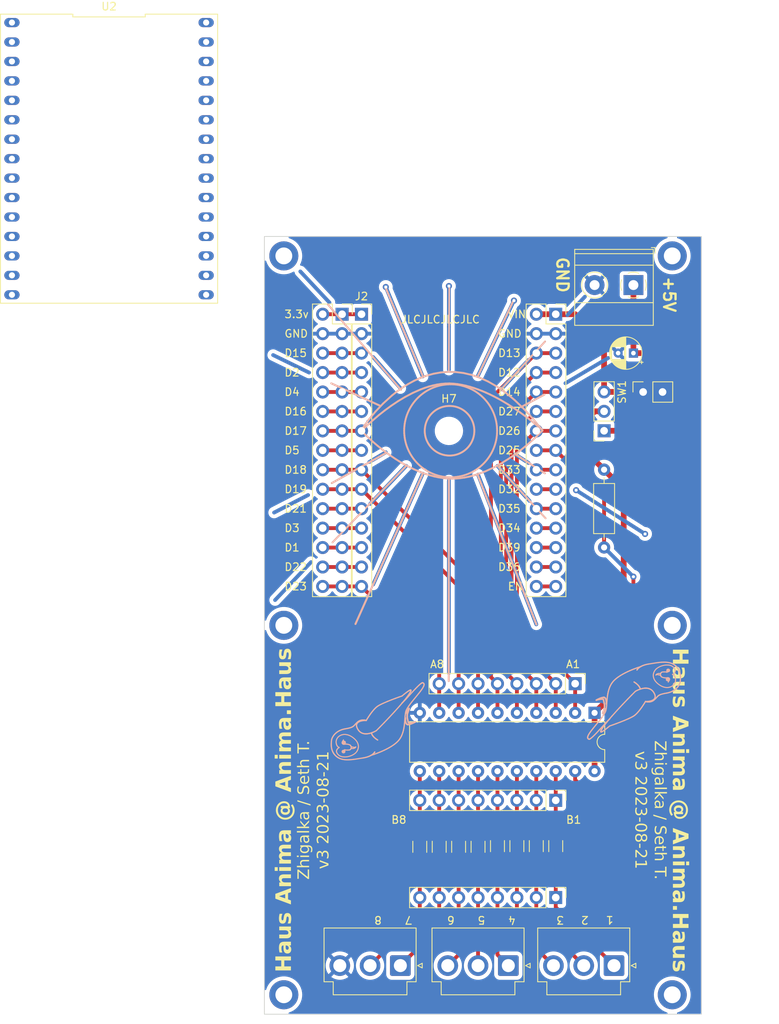
<source format=kicad_pcb>
(kicad_pcb (version 20221018) (generator pcbnew)
  (layers (0 "F.Cu" signal) (31 "B.Cu" signal) (34 "B.Paste" user) (35 "F.Paste" user) (36 "B.SilkS" user "B.Silkscreen") (37 "F.SilkS" user "F.Silkscreen") (38 "B.Mask" user) (39 "F.Mask" user) (44 "Edge.Cuts" user))
  (net 0 "")
  (net 1 "GND")
  (net 2 "+5V")
  (net 3 "/D18")
  (net 4 "/D19")
  (net 5 "/D23")
  (net 6 "/D13")
  (net 7 "/D12")
  (net 8 "/D14")
  (net 9 "/D27")
  (net 10 "/D26")
  (net 11 "Net-(J10-Pin_1)")
  (net 12 "Net-(J10-Pin_2)")
  (net 13 "Net-(J10-Pin_3)")
  (net 14 "Net-(J10-Pin_4)")
  (net 15 "Net-(J10-Pin_5)")
  (net 16 "Net-(J10-Pin_7)")
  (net 17 "Net-(J10-Pin_8)")
  (net 18 "Net-(J10-Pin_6)")
  (net 19 "/D25")
  (net 20 "/VIN")
  (net 21 "/ShifterPower")
  (net 22 "/D5")
  (net 23 "/D4")
  (net 24 "/D3")
  (net 25 "/D22")
  (net 26 "/D21")
  (net 27 "/D2")
  (net 28 "/D17")
  (net 29 "/D16")
  (net 30 "/D15")
  (net 31 "/D1")
  (net 32 "+3.3V")
  (net 33 "/D33")
  (net 34 "/D32")
  (net 35 "/D35")
  (net 36 "/D34")
  (net 37 "/D39")
  (net 38 "/D36")
  (net 39 "/EN")
  (net 40 "Net-(J18-Pin_1)")
  (net 41 "Net-(J18-Pin_2)")
  (net 42 "Net-(J18-Pin_3)")
  (net 43 "Net-(J18-Pin_4)")
  (net 44 "Net-(J18-Pin_5)")
  (net 45 "Net-(J18-Pin_6)")
  (net 46 "Net-(J18-Pin_7)")
  (net 47 "Net-(J18-Pin_8)")
  (net 48 "Net-(U2-GND-Pad1)")
  (footprint "Resistor_SMD:R_1206_3216Metric_Pad1.30x1.75mm_HandSolder" (layer "F.Cu") (at 83.82 130.4425 -90)
    (fp_text reference "R4" hide)
    (fp_text value "R_Small" hide)
  )
  (footprint "Connector_PinSocket_2.54mm:PinSocket_1x02_P2.54mm_Vertical" (layer "F.Cu") (at 100.33 71.12 90)
    (fp_text reference "SW1")
    (fp_text value "SW_SPST")
  )
  (footprint "Resistor_SMD:R_1206_3216Metric_Pad1.30x1.75mm_HandSolder" (layer "F.Cu") (at 73.66 130.53 -90)
    (fp_text reference "R8" hide)
    (fp_text value "R_Small" hide)
  )
  (footprint "MountingHole:MountingHole_2.2mm_M2_DIN965_Pad" (layer "F.Cu") (at 53.34 101.6)
    (fp_text reference "H3" hide)
    (fp_text value "MountingHole" hide)
  )
  (footprint "MountingHole:MountingHole_2.2mm_M2_DIN965_Pad" (layer "F.Cu") (at 104.14 149.86)
    (fp_text reference "H6" hide)
    (fp_text value "MountingHole" hide)
  )
  (footprint "Resistor_SMD:R_1206_3216Metric_Pad1.30x1.75mm_HandSolder" (layer "F.Cu") (at 71.12 130.53 -90)
    (fp_text reference "R9" hide)
    (fp_text value "R_Small" hide)
  )
  (footprint "Resistor_THT:R_Axial_DIN0207_L6.3mm_D2.5mm_P10.16mm_Horizontal" (layer "F.Cu") (at 95.225 91.425 90)
    (fp_text reference "R1" hide)
    (fp_text value "R_Small_US" hide)
  )
  (footprint "Connector_PinSocket_2.54mm:PinSocket_2x15_P2.54mm_Vertical" (layer "F.Cu") (at 88.9 60.96)
    (fp_text reference "J4" hide)
    (fp_text value "Conn_02x15_Odd_Even" hide)
  )
  (footprint "Resistor_SMD:R_1206_3216Metric_Pad1.30x1.75mm_HandSolder" (layer "F.Cu") (at 81.28 130.4425 -90)
    (fp_text reference "R5" hide)
    (fp_text value "R_Small" hide)
  )
  (footprint "MountingHole:MountingHole_2.2mm_M2_DIN965_Pad" (layer "F.Cu") (at 53.34 149.86)
    (fp_text reference "H5" hide)
    (fp_text value "MountingHole" hide)
  )
  (footprint "Connector_JST:JST_VH_B3P-VH-B_1x03_P3.96mm_Vertical" (layer "F.Cu") (at 68.58 146.05 180)
    (fp_text reference "J8" hide)
    (fp_text value "Conn_01x03_Pin" hide)
  )
  (footprint "MountingHole:MountingHole_2.2mm_M2_DIN965_Pad" (layer "F.Cu") (at 53.34 53.34)
    (fp_text reference "H4" hide)
    (fp_text value "MountingHole" hide)
  )
  (footprint "Connector_PinHeader_2.54mm:PinHeader_1x08_P2.54mm_Vertical" (layer "F.Cu") (at 91.44 109.22 -90)
    (fp_text reference "J5" hide)
    (fp_text value "Conn_01x08_Pin" hide)
  )
  (footprint "Capacitor_THT:CP_Radial_D4.0mm_P2.00mm" (layer "F.Cu") (at 99.06 66.04 180)
    (fp_text reference "C1" hide)
    (fp_text value "C_Polarized" hide)
  )
  (footprint "Connector_PinHeader_2.54mm:PinHeader_1x15_P2.54mm_Vertical" (layer "F.Cu") (at 63.5 60.96)
    (fp_text reference "J2")
    (fp_text value "Conn_01x15")
  )
  (footprint "MountingHole:MountingHole_3.2mm_M3" (layer "F.Cu") (at 74.93 76.2)
    (fp_text reference "H7")
    (fp_text value "MountingHole" hide)
  )
  (footprint "Resistor_SMD:R_1206_3216Metric_Pad1.30x1.75mm_HandSolder" (layer "F.Cu") (at 76.2 130.53 -90)
    (fp_text reference "R7" hide)
    (fp_text value "R_Small" hide)
  )
  (footprint "Seth:DIP-30_W25.4mm" (layer "F.Cu") (at 30.48 40.64 -90)
    (fp_text reference "U2")
    (fp_text value "ESP32-WROOM-32D")
  )
  (footprint "Connector_JST:JST_VH_B3P-VH_1x03_P3.96mm_Vertical" (layer "F.Cu") (at 96.52 146.05 180)
    (fp_text reference "J6" hide)
    (fp_text value "Conn_01x03_Pin" hide)
  )
  (footprint "Resistor_SMD:R_1206_3216Metric_Pad1.30x1.75mm_HandSolder" (layer "F.Cu") (at 88.9 130.4425 -90)
    (fp_text reference "R2" hide)
    (fp_text value "R_Small" hide)
  )
  (footprint "Connector_PinSocket_2.54mm:PinSocket_2x15_P2.54mm_Vertical" (layer "F.Cu") (at 60.96 60.96)
    (fp_text reference "J3" hide)
    (fp_text value "Conn_02x15_Odd_Even" hide)
  )
  (footprint "Resistor_SMD:R_1206_3216Metric_Pad1.30x1.75mm_HandSolder" (layer "F.Cu") (at 86.36 130.4425 -90)
    (fp_text reference "R3" hide)
    (fp_text value "R_Small" hide)
  )
  (footprint "Resistor_SMD:R_1206_3216Metric_Pad1.30x1.75mm_HandSolder" (layer "F.Cu") (at 78.74 130.53 -90)
    (fp_text reference "R6" hide)
    (fp_text value "R_Small" hide)
  )
  (footprint "Connector_PinHeader_2.54mm:PinHeader_1x08_P2.54mm_Vertical" (layer "F.Cu") (at 88.9 124.46 -90)
    (fp_text reference "J18" hide)
    (fp_text value "Conn_01x08_Pin" hide)
  )
  (footprint "Connector_PinHeader_2.54mm:PinHeader_1x08_P2.54mm_Vertical" (layer "F.Cu") (at 88.9 137.16 -90)
    (fp_text reference "J10" hide)
    (fp_text value "Conn_01x08_Pin" hide)
  )
  (footprint "MountingHole:MountingHole_2.2mm_M2_DIN965_Pad" (layer "F.Cu") (at 104.14 53.34)
    (fp_text reference "H1" hide)
    (fp_text value "MountingHole" hide)
  )
  (footprint "MountingHole:MountingHole_2.2mm_M2_DIN965_Pad" (layer "F.Cu") (at 104.14 101.6)
    (fp_text reference "H2" hide)
    (fp_text value "MountingHole" hide)
  )
  (footprint "Package_DIP:DIP-20_W7.62mm" (layer "F.Cu") (at 93.98 113.03 -90)
    (fp_text reference "U1" hide)
    (fp_text value "74HC245")
  )
  (footprint "Connector_JST:JST_VH_B3P-VH_1x03_P3.96mm_Vertical" (layer "F.Cu") (at 82.7 146.05 180)
    (fp_text reference "J7" hide)
    (fp_text value "Conn_01x03_Pin" hide)
  )
  (footprint "Connector_PinSocket_2.54mm:PinSocket_1x03_P2.54mm_Vertical" (layer "F.Cu") (at 95.225 76.185 180)
    (fp_text reference "J9" hide)
    (fp_text value "Conn_01x03_Pin" hide)
  )
  (footprint "TerminalBlock_Phoenix:TerminalBlock_Phoenix_MKDS-1,5-2-5.08_1x02_P5.08mm_Horizontal" (layer "F.Cu") (at 99.06 57.15 180)
    (fp_text reference "J1" hide)
    (fp_text value "Conn_01x02_Pin" hide)
  )
  (gr_line (start 60.347063 117.747607) (end 60.325636 117.775014) (stroke (width 0.132793)) (layer "B.SilkS"))
  (gr_line (start 61.072369 117.103963) (end 61.062489 117.098643) (stroke (width 0.132793)) (layer "B.SilkS"))
  (gr_line (start 60.292167 117.303881) (end 60.308739 117.332024) (stroke (width 0.132793)) (layer "B.SilkS"))
  (gr_line (start 61.131152 119.126612) (end 60.933982 119.085299) (stroke (width 0.160961)) (layer "B.SilkS"))
  (gr_line (start 95.946203 113.813821) (end 95.644421 114.176542) (stroke (width 0.164794)) (layer "B.SilkS"))
  (gr_line (start 69.682026 112.604642) (end 69.696909 112.538943) (stroke (width 0.201463)) (layer "B.SilkS"))
  (gr_line (start 72.240074 74.501375) (end 72.32439 74.369855) (stroke (width 0.243416)) (layer "B.SilkS"))
  (gr_line (start 100.35612 111.998866) (end 100.503798 111.767941) (stroke (width 0.164794)) (layer "B.SilkS"))
  (gr_line (start 62.004256 117.243309) (end 61.98726 117.233124) (stroke (width 0.132793)) (layer "B.SilkS"))
  (gr_line (start 60.65974 115.340567) (end 60.750576 115.299641) (stroke (width 0.160961)) (layer "B.SilkS"))
  (gr_line (start 98.406488 113.799813) (end 98.647701 113.686963) (stroke (width 0.164794)) (layer "B.SilkS"))
  (gr_line (start 64.709957 118.595105) (end 65.143308 118.45274) (stroke (width 0.164794)) (layer "B.SilkS"))
  (gr_line (start 69.518546 113.100698) (end 69.532573 113.061917) (stroke (width 0.201463)) (layer "B.SilkS"))
  (gr_line (start 104.554552 109.945734) (end 104.487287 109.99872) (stroke (width 0.160961)) (layer "B.SilkS"))
  (gr_line (start 69.470773 113.466633) (end 69.470952 113.383965) (stroke (width 0.201463)) (layer "B.SilkS"))
  (gr_line (start 63.485967 113.987617) (end 63.578135 113.973189) (stroke (width 0.160961)) (layer "B.SilkS"))
  (gr_line (start 101.905299 110.960135) (end 101.907227 110.883202) (stroke (width 0.164794)) (layer "B.SilkS"))
  (gr_line (start 68.402227 80.156618) (end 68.867926 80.434149) (stroke (width 0.251782)) (layer "B.SilkS"))
  (gr_line (start 76.951824 73.584667) (end 77.07428 73.680898) (stroke (width 0.243416)) (layer "B.SilkS"))
  (gr_line (start 101.721884 107.786752) (end 101.703403 107.845092) (stroke (width 0.132793)) (layer "B.SilkS"))
  (gr_line (start 104.505909 108.371557) (end 104.491623 108.336679) (stroke (width 0.132793)) (layer "B.SilkS"))
  (gr_line (start 95.459526 114.324806) (end 95.770028 114.000717) (stroke (width 0.164794)) (layer "B.SilkS"))
  (gr_line (start 60.134611 115.686228) (end 60.198129 115.631957) (stroke (width 0.160961)) (layer "B.SilkS"))
  (gr_line (start 103.721099 109.697875) (end 103.802878 109.678276) (stroke (width 0.132793)) (layer "B.SilkS"))
  (gr_line (start 75.012345 72.940685) (end 75.179155 72.944903) (stroke (width 0.243416)) (layer "B.SilkS"))
  (gr_line (start 75.976287 79.278067) (end 75.822462 79.321748) (stroke (width 0.243416)) (layer "B.SilkS"))
  (gr_line (start 64.10413 115.77368) (end 64.20509 115.769484) (stroke (width 0.164794)) (layer "B.SilkS"))
  (gr_line (start 61.074529 116.700567) (end 61.085782 116.683761) (stroke (width 0.132793)) (layer "B.SilkS"))
  (gr_line (start 72.510997 78.244174) (end 72.414765 78.121718) (stroke (width 0.243416)) (layer "B.SilkS"))
  (gr_line (start 99.847181 109.649824) (end 99.872279 109.694515) (stroke (width 0.164794)) (layer "B.SilkS"))
  (gr_line (start 69.390009 114.482305) (end 69.414927 114.506745) (stroke (width 0.201463)) (layer "B.SilkS"))
  (gr_line (start 103.516933 108.447057) (end 103.554651 108.447473) (stroke (width 0.132793)) (layer "B.SilkS"))
  (gr_line (start 62.738053 117.487826) (end 62.739247 117.485096) (stroke (width 0.132793)) (layer "B.SilkS"))
  (gr_line (start 59.546489 117.320597) (end 59.542252 117.187605) (stroke (width 0.160961)) (layer "B.SilkS"))
  (gr_line (start 70.126085 110.33994) (end 69.293155 111.252886) (stroke (width 0.164794)) (layer "B.SilkS"))
  (gr_line (start 64.386745 118.748581) (end 64.300697 118.778671) (stroke (width 0.160961)) (layer "B.SilkS"))
  (gr_line (start 63.500012 76.07854) (end 63.972917 75.376184) (stroke (width 0.251782)) (layer "B.SilkS"))
  (gr_line (start 99.144251 107.296125) (end 98.87191 107.40473) (stroke (width 0.164794)) (layer "B.SilkS"))
  (gr_line (start 103.762017 108.740293) (end 103.752261 108.768663) (stroke (width 0.132793)) (layer "B.SilkS"))
  (gr_line (start 102.541447 107.885229) (end 102.468639 107.8869) (stroke (width 0.132793)) (layer "B.SilkS"))
  (gr_line (start 62.695129 117.523654) (end 62.676166 117.544072) (stroke (width 0.132793)) (layer "B.SilkS"))
  (gr_line (start 93.608233 116.270031) (end 93.782717 116.112389) (stroke (width 0.164794)) (layer "B.SilkS"))
  (gr_line (start 102.791425 107.715584) (end 102.766632 107.725099) (stroke (width 0.132793)) (layer "B.SilkS"))
  (gr_line (start 95.044001 111.032531) (end 94.957801 111.052591) (stroke (width 0.201463)) (layer "B.SilkS"))
  (gr_line (start 62.387751 117.512401) (end 62.335142 117.503723) (stroke (width 0.132793)) (layer "B.SilkS"))
  (gr_line (start 60.293504 116.398246) (end 60.260781 116.463121) (stroke (width 0.132793)) (layer "B.SilkS"))
  (gr_line (start 69.31334 114.3537) (end 69.329292 114.389759) (stroke (width 0.201463)) (layer "B.SilkS"))
  (gr_line (start 104.4919 109.114571) (end 104.519328 109.047478) (stroke (width 0.132793)) (layer "B.SilkS"))
  (gr_line (start 80.753667 73.820712) (end 80.862456 74.096626) (stroke (width 0.243416)) (layer "B.SilkS"))
  (gr_line (start 98.292171 111.259202) (end 97.652471 111.927298) (stroke (width 0.164794)) (layer "B.SilkS"))
  (gr_line (start 104.734071 109.779898) (end 104.677892 109.836116) (stroke (width 0.160961)) (layer "B.SilkS"))
  (gr_line (start 61.026098 117.070329) (end 61.017978 117.061297) (stroke (width 0.132793)) (layer "B.SilkS"))
  (gr_line (start 99.668441 107.245102) (end 99.698278 107.216046) (stroke (width 0.160961)) (layer "B.SilkS"))
  (gr_line (start 103.666899 108.89393) (end 103.654652 108.915471) (stroke (width 0.132793)) (layer "B.SilkS"))
  (gr_line (start 101.797022 110.509458) (end 101.735969 110.398267) (stroke (width 0.164794)) (layer "B.SilkS"))
  (gr_line (start 104.378591 109.301587) (end 104.421346 109.241864) (stroke (width 0.132793)) (layer "B.SilkS"))
  (gr_line (start 81.724569 80.469713) (end 82.650938 79.899589) (stroke (width 0.251782)) (layer "B.SilkS"))
  (gr_line (start 101.820817 107.572149) (end 101.792802 107.622791) (stroke (width 0.132793)) (layer "B.SilkS"))
  (gr_line (start 63.511349 115.650903) (end 63.606168 115.692027) (stroke (width 0.164794)) (layer "B.SilkS"))
  (gr_line (start 80.057984 69.751208) (end 81.188414 70.399571) (stroke (width 0.251782)) (layer "B.SilkS"))
  (gr_line (start 104.443942 108.245668) (end 104.426858 108.219617) (stroke (width 0.132793)) (layer "B.SilkS"))
  (gr_line (start 104.61807 109.891464) (end 104.554552 109.945734) (stroke (width 0.160961)) (layer "B.SilkS"))
  (gr_line (start 104.496338 107.675859) (end 104.507776 107.639954) (stroke (width 0.132793)) (layer "B.SilkS"))
  (gr_line (start 74.202227 73.042737) (end 74.359056 73.006542) (stroke (width 0.243416)) (layer "B.SilkS"))
  (gr_line (start 62.035334 117.266663) (end 62.02028 117.254506) (stroke (width 0.132793)) (layer "B.SilkS"))
  (gr_line (start 95.142874 111.316128) (end 95.148727 111.33801) (stroke (width 0.201463)) (layer "B.SilkS"))
  (gr_line (start 70.549732 114.20403) (end 70.406972 114.244739) (stroke (width 0.201463)) (layer "B.SilkS"))
  (gr_line (start 74.845534 72.944903) (end 75.012345 72.940685) (stroke (width 0.243416)) (layer "B.SilkS"))
  (gr_line (start 79.020093 80.874135) (end 78.790566 81.054507) (stroke (width 0.243416)) (layer "B.SilkS"))
  (gr_line (start 68.806478 111.763871) (end 69.10826 111.401149) (stroke (width 0.164794)) (layer "B.SilkS"))
  (gr_line (start 102.089108 107.992394) (end 102.075316 108.0058) (stroke (width 0.132793)) (layer "B.SilkS"))
  (gr_line (start 62.096731 117.748103) (end 62.105779 117.729367) (stroke (width 0.132793)) (layer "B.SilkS"))
  (gr_line (start 61.969287 117.224004) (end 61.900535 117.194385) (stroke (width 0.132793)) (layer "B.SilkS"))
  (gr_line (start 99.89487 109.740157) (end 99.914703 109.786698) (stroke (width 0.164794)) (layer "B.SilkS"))
  (gr_line (start 76.274108 79.169063) (end 76.126903 79.227104) (stroke (width 0.243416)) (layer "B.SilkS"))
  (gr_line (start 99.58629 109.332966) (end 99.658013 109.404654) (stroke (width 0.164794)) (layer "B.SilkS"))
  (gr_line (start 60.396774 117.442882) (end 60.432066 117.47472) (stroke (width 0.132793)) (layer "B.SilkS"))
  (gr_line (start 101.720595 108.504778) (end 101.747673 108.576227) (stroke (width 0.132793)) (layer "B.SilkS"))
  (gr_line (start 61.052884 117.092658) (end 61.043591 117.085971) (stroke (width 0.132793)) (layer "B.SilkS"))
  (gr_line (start 76.951824 78.779818) (end 76.824734 78.870194) (stroke (width 0.243416)) (layer "B.SilkS"))
  (gr_line (start 61.113839 117.119383) (end 61.103257 117.116329) (stroke (width 0.132793)) (layer "B.SilkS"))
  (gr_line (start 69.678575 78.819846) (end 69.556901 78.550708) (stroke (width 0.243416)) (layer "B.SilkS"))
  (gr_line (start 100.96608 106.669397) (end 101.086734 106.648869) (stroke (width 0.160961)) (layer "B.SilkS"))
  (gr_line (start 73.897786 79.227104) (end 73.750581 79.169063) (stroke (width 0.243416)) (layer "B.SilkS"))
  (gr_line (start 70.46686 80.050519) (end 70.286487 79.820992) (stroke (width 0.243416)) (layer "B.SilkS"))
  (gr_line (start 94.282693 111.327935) (end 94.202949 111.373662) (stroke (width 0.201463)) (layer "B.SilkS"))
  (gr_line (start 102.608451 108.08948) (end 102.611187 108.109349) (stroke (width 0.132793)) (layer "B.SilkS"))
  (gr_line (start 95.493774 112.548678) (end 95.453339 112.729824) (stroke (width 0.164794)) (layer "B.SilkS"))
  (gr_line (start 64.680102 118.62021) (end 64.614085 118.653152) (stroke (width 0.160961)) (layer "B.SilkS"))
  (gr_line (start 94.959695 115.099365) (end 94.895357 115.204466) (stroke (width 0.164794)) (layer "B.SilkS"))
  (gr_line (start 104.355907 108.134809) (end 104.320615 108.102972) (stroke (width 0.132793)) (layer "B.SilkS"))
  (gr_line (start 101.45809 111.534242) (end 101.409697 111.551964) (stroke (width 0.160961)) (layer "B.SilkS"))
  (gr_line (start 65.332723 73.671004) (end 66.3176 72.63074) (stroke (width 0.251782)) (layer "B.SilkS"))
  (gr_line (start 62.121209 117.690744) (end 62.127586 117.670962) (stroke (width 0.132793)) (layer "B.SilkS"))
  (gr_line (start 62.585099 117.536363) (end 62.492598 117.526492) (stroke (width 0.132793)) (layer "B.SilkS"))
  (gr_line (start 61.952366 114.999433) (end 62.087738 114.957479) (stroke (width 0.160961)) (layer "B.SilkS"))
  (gr_line (start 62.141494 117.468343) (end 62.13783 117.448753) (stroke (width 0.132793)) (layer "B.SilkS"))
  (gr_line (start 101.409697 111.551964) (end 101.361581 111.567073) (stroke (width 0.160961)) (layer "B.SilkS"))
  (gr_line (start 61.177607 117.129229) (end 61.15656 117.127301) (stroke (width 0.132793)) (layer "B.SilkS"))
  (gr_line (start 76.693214 78.95451) (end 76.557467 79.032562) (stroke (width 0.243416)) (layer "B.SilkS"))
  (gr_line (start 63.016712 115.179425) (end 63.087877 115.287806) (stroke (width 0.164794)) (layer "B.SilkS"))
  (gr_line (start 63.5 76.2) (end 63.500008 76.199993) (stroke (width 0.251782)) (layer "B.SilkS"))
  (gr_line (start 102.960523 110.53764) (end 102.800315 110.578258) (stroke (width 0.160961)) (layer "B.SilkS"))
  (gr_line (start 64.806533 112.996618) (end 64.692868 113.149313) (stroke (width 0.164794)) (layer "B.SilkS"))
  (gr_line (start 101.266714 111.590075) (end 101.174546 111.604503) (stroke (width 0.160961)) (layer "B.SilkS"))
  (gr_line (start 72.467785 82.004194) (end 73.019115 82.148262) (stroke (width 0.251782)) (layer "B.SilkS"))
  (gr_line (start 60.180297 116.815971) (end 60.182125 116.890561) (stroke (width 0.132793)) (layer "B.SilkS"))
  (gr_line (start 103.734703 108.516394) (end 103.742355 108.526286) (stroke (width 0.132793)) (layer "B.SilkS"))
  (gr_line (start 61.15656 117.127301) (end 61.135199 117.124123) (stroke (width 0.132793)) (layer "B.SilkS"))
  (gr_line (start 62.142673 117.690801) (end 62.211234 117.692463) (stroke (width 0.132793)) (layer "B.SilkS"))
  (gr_line (start 62.483498 116.342896) (end 62.390387 116.269787) (stroke (width 0.132793)) (layer "B.SilkS"))
  (gr_line (start 61.906562 117.877515) (end 61.934689 117.870392) (stroke (width 0.132793)) (layer "B.SilkS"))
  (gr_line (start 59.645824 116.362258) (end 59.694134 116.254007) (stroke (width 0.160961)) (layer "B.SilkS"))
  (gr_line (start 104.835705 109.665679) (end 104.786658 109.723016) (stroke (width 0.160961)) (layer "B.SilkS"))
  (gr_line (start 95.148727 111.33801) (end 95.157175 111.387897) (stroke (width 0.201463)) (layer "B.SilkS"))
  (gr_line (start 102.614851 108.128939) (end 102.619447 108.148197) (stroke (width 0.132793)) (layer "B.SilkS"))
  (gr_line (start 69.20287 77.410208) (end 69.149437 77.111004) (stroke (width 0.243416)) (layer "B.SilkS"))
  (gr_line (start 62.739247 117.485096) (end 62.739594 117.483416) (stroke (width 0.132793)) (layer "B.SilkS"))
  (gr_line (start 69.036944 115.042194) (end 69.082028 114.762528) (stroke (width 0.164794)) (layer "B.SilkS"))
  (gr_line (start 104.204031 108.031796) (end 104.186037 108.024988) (stroke (width 0.132793)) (layer "B.SilkS"))
  (gr_line (start 71.808133 75.688582) (end 71.83664 75.528953) (stroke (width 0.243416)) (layer "B.SilkS"))
  (gr_line (start 69.677917 114.320727) (end 69.654838 114.30989) (stroke (width 0.201463)) (layer "B.SilkS"))
  (gr_line (start 82.643542 72.723146) (end 81.730654 72.18352) (stroke (width 0.251782)) (layer "B.SilkS"))
  (gr_line (start 63.716046 114.045648) (end 63.577528 114.066845) (stroke (width 0.164794)) (layer "B.SilkS"))
  (gr_line (start 102.677972 108.269325) (end 102.690136 108.284047) (stroke (width 0.132793)) (layer "B.SilkS"))
  (gr_line (start 81.107697 74.961213) (end 81.161129 75.260417) (stroke (width 0.243416)) (layer "B.SilkS"))
  (gr_line (start 102.775441 109.561302) (end 102.877685 109.605759) (stroke (width 0.132793)) (layer "B.SilkS"))
  (gr_line (start 64.585809 113.299353) (end 64.396561 113.578825) (stroke (width 0.164794)) (layer "B.SilkS"))
  (gr_line (start 78.18805 75.528953) (end 78.216556 75.688582) (stroke (width 0.243416)) (layer "B.SilkS"))
  (gr_line (start 77.543143 82.18144) (end 78.096977 82.041806) (stroke (width 0.251782)) (layer "B.SilkS"))
  (gr_line (start 81.039853 74.667258) (end 81.107697 74.961213) (stroke (width 0.243416)) (layer "B.SilkS"))
  (gr_line (start 69.669484 112.155963) (end 69.868863 111.875834) (stroke (width 0.164794)) (layer "B.SilkS"))
  (gr_line (start 103.772214 108.590004) (end 103.776232 108.605873) (stroke (width 0.132793)) (layer "B.SilkS"))
  (gr_line (start 62.133622 117.435566) (end 62.128895 117.427587) (stroke (width 0.132793)) (layer "B.SilkS"))
  (gr_line (start 62.289382 116.197049) (end 62.184619 116.128709) (stroke (width 0.132793)) (layer "B.SilkS"))
  (gr_line (start 103.206678 108.463662) (end 103.255191 108.465386) (stroke (width 0.132793)) (layer "B.SilkS"))
  (gr_line (start 102.040647 108.071591) (end 102.057552 108.054038) (stroke (width 0.132793)) (layer "B.SilkS"))
  (gr_line (start 63.092454 117.417654) (end 63.089602 117.350698) (stroke (width 0.132793)) (layer "B.SilkS"))
  (gr_line (start 70.469988 114.249757) (end 70.549732 114.20403) (stroke (width 0.201463)) (layer "B.SilkS"))
  (gr_line (start 103.473926 108.450156) (end 103.516933 108.447057) (stroke (width 0.132793)) (layer "B.SilkS"))
  (gr_line (start 63.149064 114.113863) (end 63.197498 114.08736) (stroke (width 0.160961)) (layer "B.SilkS"))
  (gr_line (start 63.293972 114.142318) (end 63.226418 114.16954) (stroke (width 0.164794)) (layer "B.SilkS"))
  (gr_line (start 78.790566 71.316914) (end 79.020093 71.497286) (stroke (width 0.243416)) (layer "B.SilkS"))
  (gr_line (start 105.179672 108.931126) (end 105.167004 109.017497) (stroke (width 0.160961)) (layer "B.SilkS"))
  (gr_line (start 60.50348 118.543306) (end 60.5621 118.590236) (stroke (width 0.132793)) (layer "B.SilkS"))
  (gr_line (start 78.216556 76.675898) (end 78.18805 76.835528) (stroke (width 0.243416)) (layer "B.SilkS"))
  (gr_line (start 70.286487 72.550429) (end 70.46686 72.320902) (stroke (width 0.243416)) (layer "B.SilkS"))
  (gr_line (start 60.655215 116.026311) (end 60.590629 116.068963) (stroke (width 0.132793)) (layer "B.SilkS"))
  (gr_line (start 62.184619 116.128709) (end 62.080509 116.068569) (stroke (width 0.132793)) (layer "B.SilkS"))
  (gr_line (start 80.351517 79.336263) (end 80.193478 79.582779) (stroke (width 0.243416)) (layer "B.SilkS"))
  (gr_line (start 69.704485 114.329178) (end 69.677917 114.320727) (stroke (width 0.201463)) (layer "B.SilkS"))
  (gr_line (start 67.804915 117.136608) (end 67.934201 117.035805) (stroke (width 0.164794)) (layer "B.SilkS"))
  (gr_line (start 71.358121 109.14677) (end 71.294153 109.189101) (stroke (width 0.164794)) (layer "B.SilkS"))
  (gr_line (start 97.972333 107.815837) (end 97.666225 107.979419) (stroke (width 0.164794)) (layer "B.SilkS"))
  (gr_line (start 80.351517 73.035158) (end 80.497815 73.289596) (stroke (width 0.243416)) (layer "B.SilkS"))
  (gr_line (start 80.271519 71.426913) (end 79.765645 71.196649) (stroke (width 0.251782)) (layer "B.SilkS"))
  (gr_line (start 73.750581 73.195422) (end 73.897786 73.137381) (stroke (width 0.243416)) (layer "B.SilkS"))
  (gr_line (start 72.720213 78.47437) (end 72.612881 78.361793) (stroke (width 0.243416)) (layer "B.SilkS"))
  (gr_line (start 79.652743 72.100443) (end 79.843709 72.320902) (stroke (width 0.243416)) (layer "B.SilkS"))
  (gr_line (start 62.075984 117.784161) (end 62.086798 117.766385) (stroke (width 0.132793)) (layer "B.SilkS"))
  (gr_line (start 95.124469 112.783726) (end 95.093065 112.888112) (stroke (width 0.201463)) (layer "B.SilkS"))
  (gr_line (start 81.199768 76.806932) (end 81.161129 77.111004) (stroke (width 0.243416)) (layer "B.SilkS"))
  (gr_line (start 81.161129 75.260417) (end 81.199768 75.564489) (stroke (width 0.243416)) (layer "B.SilkS"))
  (gr_line (start 64.002976 115.771847) (end 64.10413 115.77368) (stroke (width 0.164794)) (layer "B.SilkS"))
  (gr_line (start 78.651177 81.840679) (end 86.378937 101.487522) (stroke (width 0.264583)) (layer "B.SilkS"))
  (gr_line (start 86.1556 75.255131) (end 85.62319 74.823224) (stroke (width 0.251782)) (layer "B.SilkS"))
  (gr_line (start 62.133234 117.429495) (end 62.127703 117.41062) (stroke (width 0.132793)) (layer "B.SilkS"))
  (gr_line (start 69.918885 114.338208) (end 69.839123 114.342134) (stroke (width 0.201463)) (layer "B.SilkS"))
  (gr_line (start 65.616501 78.156046) (end 66.318165 78.715481) (stroke (width 0.251782)) (layer "B.SilkS"))
  (gr_line (start 65.134286 118.278589) (end 65.110817 118.304845) (stroke (width 0.160961)) (layer "B.SilkS"))
  (gr_line (start 75.467948 70.117765) (end 75.776507 70.141228) (stroke (width 0.243416)) (layer "B.SilkS"))
  (gr_line (start 103.907159 110.316241) (end 103.808051 110.351489) (stroke (width 0.160961)) (layer "B.SilkS"))
  (gr_line (start 62.845454 114.69449) (end 62.854513 114.777774) (stroke (width 0.164794)) (layer "B.SilkS"))
  (gr_line (start 73.365048 70.153948) (end 72.825498 70.270381) (stroke (width 0.251782)) (layer "B.SilkS"))
  (gr_line (start 102.323086 107.092347) (end 102.194254 107.173948) (stroke (width 0.132793)) (layer "B.SilkS"))
  (gr_line (start 93.762227 115.091892) (end 93.56254 115.344699) (stroke (width 0.164794)) (layer "B.SilkS"))
  (gr_line (start 95.670653 110.815163) (end 95.636354 111.09257) (stroke (width 0.164794)) (layer "B.SilkS"))
  (gr_line (start 93.976888 115.923002) (end 94.185654 115.709209) (stroke (width 0.164794)) (layer "B.SilkS"))
  (gr_line (start 74.534064 70.141228) (end 74.842622 70.117765) (stroke (width 0.243416)) (layer "B.SilkS"))
  (gr_line (start 61.135199 117.124123) (end 61.113839 117.119383) (stroke (width 0.132793)) (layer "B.SilkS"))
  (gr_line (start 103.688577 108.86385) (end 103.678152 108.877125) (stroke (width 0.132793)) (layer "B.SilkS"))
  (gr_line (start 60.198129 115.631957) (end 60.265394 115.578972) (stroke (width 0.160961)) (layer "B.SilkS"))
  (gr_line (start 68.807842 115.866008) (end 68.902767 115.596807) (stroke (width 0.164794)) (layer "B.SilkS"))
  (gr_line (start 95.548693 112.122147) (end 95.524587 112.345162) (stroke (width 0.164794)) (layer "B.SilkS"))
  (gr_line (start 74.048402 73.086419) (end 74.202227 73.042737) (stroke (width 0.243416)) (layer "B.SilkS"))
  (gr_line (start 60.553534 117.57347) (end 60.52193 117.593293) (stroke (width 0.132793)) (layer "B.SilkS"))
  (gr_line (start 72.521151 81.662418) (end 72.259172 81.528241) (stroke (width 0.243416)) (layer "B.SilkS"))
  (gr_line (start 103.042423 108.441418) (end 103.100197 108.452166) (stroke (width 0.132793)) (layer "B.SilkS"))
  (gr_line (start 102.676696 107.79353) (end 102.665883 107.811307) (stroke (width 0.132793)) (layer "B.SilkS"))
  (gr_line (start 100.451984 106.799021) (end 100.54342 106.770085) (stroke (width 0.160961)) (layer "B.SilkS"))
  (gr_line (start 70.176573 114.299239) (end 70.090224 114.315557) (stroke (width 0.201463)) (layer "B.SilkS"))
  (gr_line (start 65.163834 115.499645) (end 65.365625 115.397353) (stroke (width 0.164794)) (layer "B.SilkS"))
  (gr_line (start 62.113824 117.374232) (end 62.10547 117.356824) (stroke (width 0.132793)) (layer "B.SilkS"))
  (gr_line (start 95.21155 111.014816) (end 95.172778 111.012987) (stroke (width 0.201463)) (layer "B.SilkS"))
  (gr_line (start 94.811828 115.365822) (end 94.790788 115.423904) (stroke (width 0.164794)) (layer "B.SilkS"))
  (gr_line (start 69.488065 113.220118) (end 69.496387 113.179867) (stroke (width 0.201463)) (layer "B.SilkS"))
  (gr_line (start 69.243289 113.982016) (end 69.249615 114.065238) (stroke (width 0.201463)) (layer "B.SilkS"))
  (gr_line (start 102.647211 108.220868) (end 102.656513 108.237683) (stroke (width 0.132793)) (layer "B.SilkS"))
  (gr_line (start 64.993324 116.055697) (end 64.962212 116.014181) (stroke (width 0.164794)) (layer "B.SilkS"))
  (gr_line (start 103.752261 108.768663) (end 103.743001 108.790932) (stroke (width 0.132793)) (layer "B.SilkS"))
  (gr_line (start 60.795632 115.953642) (end 60.723612 115.987791) (stroke (width 0.132793)) (layer "B.SilkS"))
  (gr_line (start 62.663573 117.585298) (end 62.677365 117.571892) (stroke (width 0.132793)) (layer "B.SilkS"))
  (gr_line (start 75.528042 70.032062) (end 74.989085 70.005891) (stroke (width 0.251782)) (layer "B.SilkS"))
  (gr_line (start 71.365095 109.996279) (end 71.508233 109.778956) (stroke (width 0.164794)) (layer "B.SilkS"))
  (gr_line (start 61.047951 115.194104) (end 61.155537 115.165363) (stroke (width 0.160961)) (layer "B.SilkS"))
  (gr_line (start 67.10021 113.650393) (end 67.79328 112.907032) (stroke (width 0.164794)) (layer "B.SilkS"))
  (gr_line (start 76.96206 81.988404) (end 76.673737 82.070278) (stroke (width 0.243416)) (layer "B.SilkS"))
  (gr_line (start 62.335142 117.503723) (end 62.28478 117.493933) (stroke (width 0.132793)) (layer "B.SilkS"))
  (gr_line (start 68.385206 110.974127) (end 67.948837 111.132812) (stroke (width 0.164794)) (layer "B.SilkS"))
  (gr_line (start 104.270052 107.956917) (end 104.314199 107.921934) (stroke (width 0.132793)) (layer "B.SilkS"))
  (gr_line (start 69.705727 112.492274) (end 69.711025 112.45519) (stroke (width 0.201463)) (layer "B.SilkS"))
  (gr_line (start 101.8717 111.095956) (end 101.893189 111.03097) (stroke (width 0.164794)) (layer "B.SilkS"))
  (gr_line (start 71.520004 81.054507) (end 71.290477 80.874135) (stroke (width 0.243416)) (layer "B.SilkS"))
  (gr_line (start 99.19609 113.376035) (end 99.322893 113.273773) (stroke (width 0.164794)) (layer "B.SilkS"))
  (gr_line (start 60.564784 118.951752) (end 60.478166 118.906648) (stroke (width 0.160961)) (layer "B.SilkS"))
  (gr_line (start 65.365625 115.397353) (end 65.439807 115.354588) (stroke (width 0.164794)) (layer "B.SilkS"))
  (gr_line (start 61.83438 117.170216) (end 61.770922 117.151008) (stroke (width 0.132793)) (layer "B.SilkS"))
  (gr_line (start 61.00968 116.78676) (end 61.01861 116.769388) (stroke (width 0.132793)) (layer "B.SilkS"))
  (gr_line (start 69.896834 110.05277) (end 69.856245 110.064046) (stroke (width 0.164794)) (layer "B.SilkS"))
  (gr_line (start 62.676166 117.544072) (end 62.585099 117.536363) (stroke (width 0.132793)) (layer "B.SilkS"))
  (gr_line (start 77.411808 74.002691) (end 77.513692 74.12031) (stroke (width 0.243416)) (layer "B.SilkS"))
  (gr_line (start 84.304943 78.719718) (end 85.016594 78.147403) (stroke (width 0.251782)) (layer "B.SilkS"))
  (gr_line (start 101.670308 108.295043) (end 101.682147 108.364088) (stroke (width 0.132793)) (layer "B.SilkS"))
  (gr_line (start 60.305495 117.804159) (end 60.286994 117.835024) (stroke (width 0.132793)) (layer "B.SilkS"))
  (gr_line (start 60.590629 116.068963) (end 60.530037 116.115508) (stroke (width 0.132793)) (layer "B.SilkS"))
  (gr_line (start 74.048402 79.278067) (end 73.897786 79.227104) (stroke (width 0.243416)) (layer "B.SilkS"))
  (gr_line (start 76.080579 70.179866) (end 76.379783 70.233298) (stroke (width 0.243416)) (layer "B.SilkS"))
  (gr_line (start 60.256342 117.901833) (end 60.244904 117.937738) (stroke (width 0.132793)) (layer "B.SilkS"))
  (gr_line (start 96.270778 113.437628) (end 95.946203 113.813821) (stroke (width 0.164794)) (layer "B.SilkS"))
  (gr_line (start 59.966023 115.854676) (end 60.01861 115.797794) (stroke (width 0.160961)) (layer "B.SilkS"))
  (gr_line (start 61.961255 117.862108) (end 61.986049 117.852592) (stroke (width 0.132793)) (layer "B.SilkS"))
  (gr_line (start 61.116243 115.865546) (end 61.031582 115.879816) (stroke (width 0.132793)) (layer "B.SilkS"))
  (gr_line (start 102.300802 106.463918) (end 102.534277 106.438339) (stroke (width 0.160961)) (layer "B.SilkS"))
  (gr_line (start 102.77537 106.89397) (end 102.615925 106.951201) (stroke (width 0.132793)) (layer "B.SilkS"))
  (gr_line (start 69.475169 113.549066) (end 69.470773 113.466633) (stroke (width 0.201463)) (layer "B.SilkS"))
  (gr_line (start 78.552354 81.223903) (end 78.305838 81.381942) (stroke (width 0.243416)) (layer "B.SilkS"))
  (gr_line (start 82.34252 71.2019) (end 83.518921 72.167616) (stroke (width 0.251782)) (layer "B.SilkS"))
  (gr_line (start 72.923862 68.732514) (end 73.849905 68.56685) (stroke (width 0.251782)) (layer "B.SilkS"))
  (gr_line (start 78.051399 70.84318) (end 78.305838 70.989479) (stroke (width 0.243416)) (layer "B.SilkS"))
  (gr_line (start 62.781705 116.637091) (end 62.71782 116.563474) (stroke (width 0.132793)) (layer "B.SilkS"))
  (gr_line (start 60.195122 116.670094) (end 60.184691 116.742402) (stroke (width 0.132793)) (layer "B.SilkS"))
  (gr_line (start 100.791223 111.591884) (end 100.737466 111.58118) (stroke (width 0.160961)) (layer "B.SilkS"))
  (gr_line (start 103.678152 108.877125) (end 103.666899 108.89393) (stroke (width 0.132793)) (layer "B.SilkS"))
  (gr_line (start 62.739164 117.482703) (end 62.738028 117.482873) (stroke (width 0.132793)) (layer "B.SilkS"))
  (gr_line (start 61.603734 115.079709) (end 61.792158 115.040052) (stroke (width 0.160961)) (layer "B.SilkS"))
  (gr_line (start 95.220108 112.515775) (end 95.191636 112.590225) (stroke (width 0.201463)) (layer "B.SilkS"))
  (gr_line (start 64.112285 118.835214) (end 64.009618 118.861315) (stroke (width 0.160961)) (layer "B.SilkS"))
  (gr_line (start 100.503798 111.767941) (end 100.634056 111.552861) (stroke (width 0.164794)) (layer "B.SilkS"))
  (gr_line (start 77.191899 73.782782) (end 77.304476 73.890114) (stroke (width 0.243416)) (layer "B.SilkS"))
  (gr_line (start 70.286487 79.820992) (end 70.11709 79.582779) (stroke (width 0.243416)) (layer "B.SilkS"))
  (gr_line (start 62.732839 117.496769) (end 62.738053 117.487826) (stroke (width 0.132793)) (layer "B.SilkS"))
  (gr_line (start 73.930788 82.138122) (end 73.636834 82.070278) (stroke (width 0.243416)) (layer "B.SilkS"))
  (gr_line (start 93.104884 116.081154) (end 93.081942 116.162027) (stroke (width 0.164794)) (layer "B.SilkS"))
  (gr_line (start 64.118625 114.024831) (end 64.118618 114.024823) (stroke (width 0.164794)) (layer "B.SilkS"))
  (gr_line (start 61.383712 115.118779) (end 61.603734 115.079709) (stroke (width 0.160961)) (layer "B.SilkS"))
  (gr_line (start 64.009618 118.861315) (end 63.901107 118.885734) (stroke (width 0.160961)) (layer "B.SilkS"))
  (gr_line (start 61.716929 117.899668) (end 61.7827 117.895748) (stroke (width 0.132793)) (layer "B.SilkS"))
  (gr_line (start 94.626596 115.237752) (end 95.459526 114.324806) (stroke (width 0.164794)) (layer "B.SilkS"))
  (gr_line (start 62.648251 117.597689) (end 62.663573 117.585298) (stroke (width 0.132793)) (layer "B.SilkS"))
  (gr_line (start 70.359581 69.663504) (end 71.177319 69.29026) (stroke (width 0.251782)) (layer "B.SilkS"))
  (gr_line (start 61.546002 117.114029) (end 61.497489 117.112306) (stroke (width 0.132793)) (layer "B.SilkS"))
  (gr_line (start 59.916976 115.912013) (end 59.966023 115.854676) (stroke (width 0.160961)) (layer "B.SilkS"))
  (gr_line (start 72.83279 73.782782) (end 72.950409 73.680898) (stroke (width 0.243416)) (layer "B.SilkS"))
  (gr_line (start 102.981759 108.426684) (end 103.042423 108.441418) (stroke (width 0.132793)) (layer "B.SilkS"))
  (gr_line (start 102.534277 106.438339) (end 102.763221 106.42011) (stroke (width 0.160961)) (layer "B.SilkS"))
  (gr_line (start 104.937109 107.317553) (end 104.978087 107.390094) (stroke (width 0.160961)) (layer "B.SilkS"))
  (gr_line (start 62.948874 114.368308) (end 62.911043 114.422349) (stroke (width 0.164794)) (layer "B.SilkS"))
  (gr_line (start 69.959052 79.336263) (end 69.812753 79.081825) (stroke (width 0.243416)) (layer "B.SilkS"))
  (gr_line (start 71.787518 76.51367) (end 71.775001 76.34905) (stroke (width 0.243416)) (layer "B.SilkS"))
  (gr_line (start 94.895357 115.204466) (end 94.846376 115.292981) (stroke (width 0.164794)) (layer "B.SilkS"))
  (gr_line (start 66.171125 118.049765) (end 66.473111 117.91254) (stroke (width 0.164794)) (layer "B.SilkS"))
  (gr_line (start 69.579903 114.564705) (end 69.621799 114.560933) (stroke (width 0.201463)) (layer "B.SilkS"))
  (gr_line (start 101.31799 111.479292) (end 101.458709 111.435374) (stroke (width 0.164794)) (layer "B.SilkS"))
  (gr_line (start 71.070017 71.688253) (end 71.290477 71.497286) (stroke (width 0.243416)) (layer "B.SilkS"))
  (gr_line (start 81.255136 71.922311) (end 80.768387 71.669454) (stroke (width 0.251782)) (layer "B.SilkS"))
  (gr_line (start 81.223231 75.873047) (end 81.231137 76.18571) (stroke (width 0.243416)) (layer "B.SilkS"))
  (gr_line (start 95.264616 112.357573) (end 95.256294 112.397825) (stroke (width 0.201463)) (layer "B.SilkS"))
  (gr_line (start 94.710072 111.13117) (end 94.633387 111.161057) (stroke (width 0.201463)) (layer "B.SilkS"))
  (gr_line (start 62.164952 117.457682) (end 62.151873 117.450611) (stroke (width 0.132793)) (layer "B.SilkS"))
  (gr_line (start 81.161129 77.111004) (end 81.107697 77.410208) (stroke (width 0.243416)) (layer "B.SilkS"))
  (gr_line (start 60.233498 117.168858) (end 60.246772 117.206135) (stroke (width 0.132793)) (layer "B.SilkS"))
  (gr_line (start 102.600808 108.12708) (end 102.611325 108.134452) (stroke (width 0.132793)) (layer "B.SilkS"))
  (gr_line (start 101.766818 107.675504) (end 101.743101 107.730191) (stroke (width 0.132793)) (layer "B.SilkS"))
  (gr_line (start 62.837971 118.144067) (end 62.902051 118.054016) (stroke (width 0.132793)) (layer "B.SilkS"))
  (gr_line (start 95.453339 112.729824) (end 95.400367 112.885724) (stroke (width 0.164794)) (layer "B.SilkS"))
  (gr_line (start 102.748425 108.334383) (end 102.765421 108.344568) (stroke (width 0.132793)) (layer "B.SilkS"))
  (gr_line (start 68.056825 116.932342) (end 68.171988 116.826292) (stroke (width 0.164794)) (layer "B.SilkS"))
  (gr_line (start 68.978163 115.321244) (end 69.036944 115.042194) (stroke (width 0.164794)) (layer "B.SilkS"))
  (gr_line (start 64.85781 115.837535) (end 64.837978 115.790994) (stroke (width 0.164794)) (layer "B.SilkS"))
  (gr_line (start 71.758217 81.223903) (end 71.520004 81.054507) (stroke (width 0.243416)) (layer "B.SilkS"))
  (gr_line (start 100.166872 112.278338) (end 100.35612 111.998866) (stroke (width 0.164794)) (layer "B.SilkS"))
  (gr_line (start 71.388131 81.644646) (end 71.923804 81.835572) (stroke (width 0.251782)) (layer "B.SilkS"))
  (gr_line (start 94.185654 115.709209) (end 94.626596 115.237752) (stroke (width 0.164794)) (layer "B.SilkS"))
  (gr_line (start 59.60981 116.464874) (end 59.645824 116.362258) (stroke (width 0.160961)) (layer "B.SilkS"))
  (gr_line (start 100.640396 106.742478) (end 100.743063 106.716377) (stroke (width 0.160961)) (layer "B.SilkS"))
  (gr_line (start 70.085998 111.592017) (end 70.990454 110.4858) (stroke (width 0.164794)) (layer "B.SilkS"))
  (gr_line (start 63.419256 115.600094) (end 63.511349 115.650903) (stroke (width 0.164794)) (layer "B.SilkS"))
  (gr_line (start 102.646902 107.848325) (end 102.638741 107.867462) (stroke (width 0.132793)) (layer "B.SilkS"))
  (gr_line (start 100.854026 111.601532) (end 100.791223 111.591884) (stroke (width 0.160961)) (layer "B.SilkS"))
  (gr_line (start 81.760185 70.771808) (end 87.50679 64.519107) (stroke (width 0.251782)) (layer "B.SilkS"))
  (gr_line (start 61.235748 117.130635) (end 61.19803 117.130218) (stroke (width 0.132793)) (layer "B.SilkS"))
  (gr_line (start 62.201657 114.913813) (end 62.297503 114.868062) (stroke (width 0.160961)) (layer "B.SilkS"))
  (gr_line (start 69.367509 114.454421) (end 69.390009 114.482305) (stroke (width 0.201463)) (layer "B.SilkS"))
  (gr_line (start 62.889547 116.783876) (end 62.838869 116.710591) (stroke (width 0.132793)) (layer "B.SilkS"))
  (gr_line (start 63.049278 117.7326) (end 63.06479 117.67258) (stroke (width 0.132793)) (layer "B.SilkS"))
  (gr_line (start 103.367022 109.720592) (end 103.459214 109.723743) (stroke (width 0.132793)) (layer "B.SilkS"))
  (gr_line (start 102.018758 108.092157) (end 102.024837 108.086956) (stroke (width 0.132793)) (layer "B.SilkS"))
  (gr_line (start 65.439807 115.354588) (end 65.931998 114.85966) (stroke (width 0.164794)) (layer "B.SilkS"))
  (gr_line (start 62.723278 118.270811) (end 62.769516 118.224271) (stroke (width 0.132793)) (layer "B.SilkS"))
  (gr_line (start 102.335447 107.899564) (end 102.288953 107.907744) (stroke (width 0.132793)) (layer "B.SilkS"))
  (gr_line (start 62.574365 117.637876) (end 62.594458 117.629157) (stroke (width 0.132793)) (layer "B.SilkS"))
  (gr_line (start 103.802878 109.678276) (end 103.881589 109.653588) (stroke (width 0.132793)) (layer "B.SilkS"))
  (gr_line (start 102.362294 109.307905) (end 102.463298 109.380643) (stroke (width 0.132793)) (layer "B.SilkS"))
  (gr_line (start 62.769516 118.224271) (end 62.837971 118.144067) (stroke (width 0.132793)) (layer "B.SilkS"))
  (gr_line (start 97.666225 107.979419) (end 97.367626 108.155331) (stroke (width 0.164794)) (layer "B.SilkS"))
  (gr_line (start 99.618395 107.299103) (end 99.641864 107.272847) (stroke (width 0.160961)) (layer "B.SilkS"))
  (gr_line (start 62.908812 114.964395) (end 62.955659 115.068234) (stroke (width 0.164794)) (layer "B.SilkS"))
  (gr_line (start 61.082482 117.108658) (end 61.072369 117.103963) (stroke (width 0.132793)) (layer "B.SilkS"))
  (gr_line (start 103.743001 108.790932) (end 103.734071 108.808304) (stroke (width 0.132793)) (layer "B.SilkS"))
  (gr_line (start 63.032086 117.072914) (end 63.005008 117.001465) (stroke (width 0.132793)) (layer "B.SilkS"))
  (gr_line (start 80.957979 74.378936) (end 81.039853 74.667258) (stroke (width 0.243416)) (layer "B.SilkS"))
  (gr_line (start 63.077098 117.610978) (end 63.085968 117.547891) (stroke (width 0.132793)) (layer "B.SilkS"))
  (gr_line (start 105.210428 108.390087) (end 105.209139 108.516476) (stroke (width 0.160961)) (layer "B.SilkS"))
  (gr_line (start 95.512321 111.7445) (end 95.512164 111.673983) (stroke (width 0.201463)) (layer "B.SilkS"))
  (gr_line (start 60.399966 118.436708) (end 60.448867 118.491017) (stroke (width 0.132793)) (layer "B.SilkS"))
  (gr_line (start 61.335893 119.152977) (end 61.131152 119.126612) (stroke (width 0.160961)) (layer "B.SilkS"))
  (gr_line (start 68.667694 70.83224) (end 59.103726 59.690463) (stroke (width 0.251782)) (layer "B.SilkS"))
  (gr_line (start 104.002105 110.278051) (end 103.907159 110.316241) (stroke (width 0.160961)) (layer "B.SilkS"))
  (gr_line (start 100.851574 106.691958) (end 100.96608 106.669397) (stroke (width 0.160961)) (layer "B.SilkS"))
  (gr_line (start 99.609373 107.124952) (end 99.144251 107.296125) (stroke (width 0.164794)) (layer "B.SilkS"))
  (gr_line (start 102.199266 107.931917) (end 102.178316 107.939816) (stroke (width 0.132793)) (layer "B.SilkS"))
  (gr_line (start 69.523337 113.865465) (end 69.508223 113.789463) (stroke (width 0.201463)) (layer "B.SilkS"))
  (gr_line (start 103.654652 108.915471) (end 103.641245 108.942951) (stroke (width 0.132793)) (layer "B.SilkS"))
  (gr_line (start 102.606641 108.069384) (end 102.608451 108.08948) (stroke (width 0.132793)) (layer "B.SilkS"))
  (gr_line (start 63.00958 117.847501) (end 63.030796 117.79094) (stroke (width 0.132793)) (layer "B.SilkS"))
  (gr_line (start 71.967479 77.296798) (end 71.916517 77.146181) (stroke (width 0.243416)) (layer "B.SilkS"))
  (gr_line (start 62.14409 117.589913) (end 62.146897 117.548971) (stroke (width 0.132793)) (layer "B.SilkS"))
  (gr_line (start 62.417234 117.678128) (end 62.463728 117.669948) (stroke (width 0.132793)) (layer "B.SilkS"))
  (gr_line (start 72.090435 77.587591) (end 72.02552 77.444002) (stroke (width 0.243416)) (layer "B.SilkS"))
  (gr_line (start 93.244448 115.798736) (end 93.140206 115.993373) (stroke (width 0.164794)) (layer "B.SilkS"))
  (gr_line (start 93.387586 115.581412) (end 93.244448 115.798736) (stroke (width 0.164794)) (layer "B.SilkS"))
  (gr_line (start 100.950643 109.830039) (end 100.850564 109.814318) (stroke (width 0.164794)) (layer "B.SilkS"))
  (gr_line (start 93.140206 115.993373) (end 93.104884 116.081154) (stroke (width 0.164794)) (layer "B.SilkS"))
  (gr_line (start 95.244457 111.788229) (end 95.258029 111.866662) (stroke (width 0.201463)) (layer "B.SilkS"))
  (gr_line (start 75.976287 73.086419) (end 76.126903 73.137381) (stroke (width 0.243416)) (layer "B.SilkS"))
  (gr_line (start 73.348512 81.988404) (end 73.066202 81.892881) (stroke (width 0.243416)) (layer "B.SilkS"))
  (gr_line (start 65.048635 112.695901) (end 64.925543 112.844427) (stroke (width 0.164794)) (layer "B.SilkS"))
  (gr_line (start 63.082373 117.282649) (end 63.070534 117.213603) (stroke (width 0.132793)) (layer "B.SilkS"))
  (gr_line (start 64.925543 112.844427) (end 64.806533 112.996618) (stroke (width 0.164794)) (layer "B.SilkS"))
  (gr_line (start 103.166471 107.677842) (end 103.101815 107.676839) (stroke (width 0.132793)) (layer "B.SilkS"))
  (gr_line (start 69.632787 110.183615) (end 69.497346 110.27528) (stroke (width 0.164794)) (layer "B.SilkS"))
  (gr_line (start 102.468639 107.8869) (end 102.426365 107.889454) (stroke (width 0.132793)) (layer "B.SilkS"))
  (gr_line (start 102.029402 107.306881) (end 101.983165 107.353421) (stroke (width 0.132793)) (layer "B.SilkS"))
  (gr_line (start 65.174548 112.554201) (end 65.048635 112.695901) (stroke (width 0.164794)) (layer "B.SilkS"))
  (gr_line (start 95.255335 115.302412) (end 95.396721 115.199243) (stroke (width 0.164794)) (layer "B.SilkS"))
  (gr_line (start 60.265394 115.578972) (end 60.336458 115.527478) (stroke (width 0.160961)) (layer "B.SilkS"))
  (gr_line (start 104.190581 106.987456) (end 104.128241 106.945738) (stroke (width 0.132793)) (layer "B.SilkS"))
  (gr_line (start 69.276697 114.234922) (end 69.28716 114.275922) (stroke (width 0.201463)) (layer "B.SilkS"))
  (gr_line (start 80.742613 81.001676) (end 81.724569 80.469713) (stroke (width 0.251782)) (layer "B.SilkS"))
  (gr_line (start 102.139121 107.958113) (end 102.121145 107.968589) (stroke (width 0.132793)) (layer "B.SilkS"))
  (gr_line (start 99.692877 109.442513) (end 99.726742 109.481645) (stroke (width 0.164794)) (layer "B.SilkS"))
  (gr_line (start 64.850995 118.520451) (end 64.798405 118.553683) (stroke (width 0.160961)) (layer "B.SilkS"))
  (gr_line (start 61.315773 117.877515) (end 61.417676 117.889184) (stroke (width 0.132793)) (layer "B.SilkS"))
  (gr_line (start 104.891848 107.245691) (end 104.937109 107.317553) (stroke (width 0.160961)) (layer "B.SilkS"))
  (gr_line (start 61.141069 118.790163) (end 61.222915 118.795384) (stroke (width 0.132793)) (layer "B.SilkS"))
  (gr_line (start 76.080579 82.191554) (end 75.776507 82.230193) (stroke (width 0.243416)) (layer "B.SilkS"))
  (gr_line (start 105.144855 107.830931) (end 105.174953 107.976273) (stroke (width 0.160961)) (layer "B.SilkS"))
  (gr_line (start 73.636834 70.301142) (end 73.930788 70.233298) (stroke (width 0.243416)) (layer "B.SilkS"))
  (gr_line (start 64.248883 113.809751) (end 64.118625 114.024831) (stroke (width 0.164794)) (layer "B.SilkS"))
  (gr_line (start 104.23075 107.984399) (end 104.270052 107.956917) (stroke (width 0.132793)) (layer "B.SilkS"))
  (gr_line (start 60.201003 117.041877) (end 60.210489 117.086806) (stroke (width 0.132793)) (layer "B.SilkS"))
  (gr_line (start 60.74499 119.027519) (end 60.564784 118.951752) (stroke (width 0.160961)) (layer "B.SilkS"))
  (gr_line (start 102.36493 108.065291) (end 102.417539 108.073968) (stroke (width 0.132793)) (layer "B.SilkS"))
  (gr_line (start 69.508223 113.789463) (end 69.494652 113.71103) (stroke (width 0.201463)) (layer "B.SilkS"))
  (gr_line (start 60.438482 117.655758) (end 60.392343 117.698088) (stroke (width 0.132793)) (layer "B.SilkS"))
  (gr_line (start 60.231587 118.014452) (end 60.23042 118.055222) (stroke (width 0.132793)) (layer "B.SilkS"))
  (gr_line (start 69.556901 73.820712) (end 69.678575 73.551575) (stroke (width 0.243416)) (layer "B.SilkS"))
  (gr_line (start 101.698831 108.434033) (end 101.720595 108.504778) (stroke (width 0.132793)) (layer "B.SilkS"))
  (gr_line (start 101.666713 108.029801) (end 101.661516 108.094275) (stroke (width 0.132793)) (layer "B.SilkS"))
  (gr_line (start 74.229992 70.179866) (end 74.534064 70.141228) (stroke (width 0.243416)) (layer "B.SilkS"))
  (gr_line (start 103.993537 106.877363) (end 103.921743 106.850417) (stroke (width 0.132793)) (layer "B.SilkS"))
  (gr_line (start 65.200117 118.191973) (end 65.172506 118.231247) (stroke (width 0.160961)) (layer "B.SilkS"))
  (gr_line (start 62.121235 117.392182) (end 62.113824 117.374232) (stroke (width 0.132793)) (layer "B.SilkS"))
  (gr_line (start 62.955659 115.068234) (end 63.016712 115.179425) (stroke (width 0.164794)) (layer "B.SilkS"))
  (gr_line (start 69.35596 110.378448) (end 69.084948 110.590046) (stroke (width 0.164794)) (layer "B.SilkS"))
  (gr_line (start 76.557467 79.032562) (end 76.417697 79.104148) (stroke (width 0.243416)) (layer "B.SilkS"))
  (gr_line (start 69.352314 112.691968) (end 69.49494 112.429107) (stroke (width 0.164794)) (layer "B.SilkS"))
  (gr_line (start 59.607825 117.746761) (end 59.577728 117.601418) (stroke (width 0.160961)) (layer "B.SilkS"))
  (gr_line (start 69.708679 114.54516) (end 69.79488 114.525101) (stroke (width 0.201463)) (layer "B.SilkS"))
  (gr_line (start 60.830938 118.727275) (end 60.905312 118.749587) (stroke (width 0.132793)) (layer "B.SilkS"))
  (gr_line (start 62.141355 117.44324) (end 62.133622 117.435566) (stroke (width 0.132793)) (layer "B.SilkS"))
  (gr_line (start 59.704711 118.041094) (end 59.649637 117.893734) (stroke (width 0.160961)) (layer "B.SilkS"))
  (gr_line (start 62.13783 117.448753) (end 62.133234 117.429495) (stroke (width 0.132793)) (layer "B.SilkS"))
  (gr_line (start 78.69767 69.070232) (end 83.424149 59.080188) (stroke (width 0.264583)) (layer "B.SilkS"))
  (gr_line (start 63.070534 117.213603) (end 63.05385 117.143659) (stroke (width 0.132793)) (layer "B.SilkS"))
  (gr_line (start 74.707612 82.410658) (end 75.278752 82.434024) (stroke (width 0.251782)) (layer "B.SilkS"))
  (gr_line (start 99.513583 109.267008) (end 99.58629 109.332966) (stroke (width 0.164794)) (layer "B.SilkS"))
  (gr_line (start 61.337236 117.120844) (end 61.278755 117.127536) (stroke (width 0.132793)) (layer "B.SilkS"))
  (gr_line (start 101.526263 111.408152) (end 101.590875 111.377087) (stroke (width 0.164794)) (layer "B.SilkS"))
  (gr_line (start 102.013087 108.094276) (end 102.013517 108.094989) (stroke (width 0.132793)) (layer "B.SilkS"))
  (gr_line (start 102.723214 107.748096) (end 102.705015 107.761714) (stroke (width 0.132793)) (layer "B.SilkS"))
  (gr_line (start 63.703226 115.724073) (end 63.802038 115.747653) (stroke (width 0.164794)) (layer "B.SilkS"))
  (gr_line (start 95.093065 112.888112) (end 95.070654 112.97305) (stroke (width 0.201463)) (layer "B.SilkS"))
  (gr_line (start 60.582241 117.557416) (end 60.582241 117.557423) (stroke (width 0.132793)) (layer "B.SilkS"))
  (gr_line (start 59.737704 118.114531) (end 59.704711 118.041094) (stroke (width 0.160961)) (layer "B.SilkS"))
  (gr_line (start 63.197498 114.08736) (end 63.246051 114.063941) (stroke (width 0.160961)) (layer "B.SilkS"))
  (gr_line (start 85.933083 74.626882) (end 87.168083 76.13927) (stroke (width 0.251782)) (layer "B.SilkS"))
  (gr_line (start 71.190141 110.232993) (end 71.365095 109.996279) (stroke (width 0.164794)) (layer "B.SilkS"))
  (gr_line (start 102.269183 109.234796) (end 102.362294 109.307905) (stroke (width 0.132793)) (layer "B.SilkS"))
  (gr_line (start 72.162021 74.637122) (end 72.240074 74.501375) (stroke (width 0.243416)) (layer "B.SilkS"))
  (gr_line (start 71.680417 109.342113) (end 71.675944 109.276293) (stroke (width 0.164794)) (layer "B.SilkS"))
  (gr_line (start 96.204936 109.20386) (end 96.13022 109.326096) (stroke (width 0.164794)) (layer "B.SilkS"))
  (gr_line (start 99.588847 110.078046) (end 99.387055 110.180339) (stroke (width 0.164794)) (layer "B.SilkS"))
  (gr_line (start 104.507776 107.639954) (end 104.516147 107.602408) (stroke (width 0.132793)) (layer "B.SilkS"))
  (gr_line (start 71.294153 109.189101) (end 71.144448 109.307661) (stroke (width 0.164794)) (layer "B.SilkS"))
  (gr_line (start 104.677892 109.836116) (end 104.61807 109.891464) (stroke (width 0.160961)) (layer "B.SilkS"))
  (gr_line (start 80.024082 72.550429) (end 80.193478 72.788641) (stroke (width 0.243416)) (layer "B.SilkS"))
  (gr_line (start 98.87191 107.40473) (end 98.581556 107.527927) (stroke (width 0.164794)) (layer "B.SilkS"))
  (gr_line (start 101.651801 111.434087) (end 101.603617 111.463829) (stroke (width 0.160961)) (layer "B.SilkS"))
  (gr_line (start 72.090435 74.776891) (end 72.162021 74.637122) (stroke (width 0.243416)) (layer "B.SilkS"))
  (gr_line (start 102.013517 108.094989) (end 102.014653 108.094818) (stroke (width 0.132793)) (layer "B.SilkS"))
  (gr_line (start 63.10088 114.143605) (end 63.149064 114.113863) (stroke (width 0.160961)) (layer "B.SilkS"))
  (gr_line (start 70.46686 72.320902) (end 70.657827 72.100443) (stroke (width 0.243416)) (layer "B.SilkS"))
  (gr_line (start 78.096977 82.041806) (end 78.643908 81.876255) (stroke (width 0.251782)) (layer "B.SilkS"))
  (gr_line (start 95.271226 112.31697) (end 95.264616 112.357573) (stroke (width 0.201463)) (layer "B.SilkS"))
  (gr_line (start 69.609806 114.261564) (end 69.603954 114.239682) (stroke (width 0.201463)) (layer "B.SilkS"))
  (gr_line (start 62.049421 117.279726) (end 62.035334 117.266663) (stroke (width 0.132793)) (layer "B.SilkS"))
  (gr_line (start 105.209139 108.516476) (end 105.196173 108.744469) (stroke (width 0.160961)) (layer "B.SilkS"))
  (gr_line (start 102.625095 107.90673) (end 102.615037 107.946975) (stroke (width 0.132793)) (layer "B.SilkS"))
  (gr_line (start 69.584052 114.134182) (end 69.555159 114.00798) (stroke (width 0.201463)) (layer "B.SilkS"))
  (gr_line (start 76.673737 70.301142) (end 76.96206 70.383017) (stroke (width 0.243416)) (layer "B.SilkS"))
  (gr_line (start 60.361026 117.404204) (end 60.396774 117.442882) (stroke (width 0.132793)) (layer "B.SilkS"))
  (gr_line (start 62.904717 114.300646) (end 63.005794 114.213437) (stroke (width 0.160961)) (layer "B.SilkS"))
  (gr_line (start 103.65989 108.464925) (end 103.670199 108.469034) (stroke (width 0.132793)) (layer "B.SilkS"))
  (gr_line (start 62.127586 117.670962) (end 62.137644 117.630717) (stroke (width 0.132793)) (layer "B.SilkS"))
  (gr_line (start 60.325823 117.358074) (end 60.343294 117.382109) (stroke (width 0.132793)) (layer "B.SilkS"))
  (gr_line (start 71.758217 71.147517) (end 72.004733 70.989479) (stroke (width 0.243416)) (layer "B.SilkS"))
  (gr_line (start 69.95321 110.058955) (end 69.929464 110.050768) (stroke (width 0.164794)) (layer "B.SilkS"))
  (gr_line (start 62.451879 119.113774) (end 62.218403 119.139353) (stroke (width 0.160961)) (layer "B.SilkS"))
  (gr_line (start 103.70909 108.491721) (end 103.718032 108.499151) (stroke (width 0.132793)) (layer "B.SilkS"))
  (gr_line (start 73.199955 78.870194) (end 73.072865 78.779818) (stroke (width 0.243416)) (layer "B.SilkS"))
  (gr_line (start 69.541131 114.562876) (end 69.579903 114.564705) (stroke (width 0.201463)) (layer "B.SilkS"))
  (gr_line (start 94.782332 115.468141) (end 94.785535 115.499447) (stroke (width 0.164794)) (layer "B.SilkS"))
  (gr_line (start 61.19803 117.130218) (end 61.177607 117.129229) (stroke (width 0.132793)) (layer "B.SilkS"))
  (gr_line (start 71.461107 109.10059) (end 71.413985 109.11696) (stroke (width 0.164794)) (layer "B.SilkS"))
  (gr_line (start 78.18805 76.835528) (end 78.151854 76.992357) (stroke (width 0.243416)) (layer "B.SilkS"))
  (gr_line (start 61.792158 115.040052) (end 61.952366 114.999433) (stroke (width 0.160961)) (layer "B.SilkS"))
  (gr_line (start 61.034649 117.078541) (end 61.026098 117.070329) (stroke (width 0.132793)) (layer "B.SilkS"))
  (gr_line (start 83.619156 79.256137) (end 87.483025 81.744731) (stroke (width 0.264583)) (layer "B.SilkS"))
  (gr_line (start 99.901686 107.057241) (end 99.954276 107.024009) (stroke (width 0.160961)) (layer "B.SilkS"))
  (gr_line (start 80.193478 72.788641) (end 80.351517 73.035158) (stroke (width 0.243416)) (layer "B.SilkS"))
  (gr_line (start 103.300422 108.465078) (end 103.342273 108.463227) (stroke (width 0.132793)) (layer "B.SilkS"))
  (gr_line (start 69.929464 110.050768) (end 69.896834 110.05277) (stroke (width 0.164794)) (layer "B.SilkS"))
  (gr_line (start 65.880771 118.172962) (end 66.171125 118.049765) (stroke (width 0.164794)) (layer "B.SilkS"))
  (gr_line (start 102.029295 108.066784) (end 102.019842 108.080923) (stroke (width 0.132793)) (layer "B.SilkS"))
  (gr_line (start 62.288277 118.55998) (end 62.429594 118.485345) (stroke (width 0.132793)) (layer "B.SilkS"))
  (gr_line (start 102.9183 108.407476) (end 102.981759 108.426684) (stroke (width 0.132793)) (layer "B.SilkS"))
  (gr_line (start 62.723386 117.510908) (end 62.732839 117.496769) (stroke (width 0.132793)) (layer "B.SilkS"))
  (gr_line (start 80.862456 74.096626) (end 80.957979 74.378936) (stroke (width 0.243416)) (layer "B.SilkS"))
  (gr_line (start 96.81848 108.541887) (end 96.695856 108.64535) (stroke (width 0.164794)) (layer "B.SilkS"))
  (gr_line (start 76.822553 68.635726) (end 77.873673 68.878705) (stroke (width 0.251782)) (layer "B.SilkS"))
  (gr_line (start 102.426365 107.889454) (end 102.381609 107.893572) (stroke (width 0.132793)) (layer "B.SilkS"))
  (gr_line (start 101.422305 110.038703) (end 101.333425 109.977598) (stroke (width 0.164794)) (layer "B.SilkS"))
  (gr_line (start 79.251879 70.980626) (end 78.731334 70.780806) (stroke (width 0.251782)) (layer "B.SilkS"))
  (gr_line (start 104.429906 107.245303) (end 104.394627 107.193866) (stroke (width 0.132793)) (layer "B.SilkS"))
  (gr_line (start 76.824734 78.870194) (end 76.693214 78.95451) (stroke (width 0.243416)) (layer "B.SilkS"))
  (gr_line (start 60.845522 115.261451) (end 60.944629 115.226202) (stroke (width 0.160961)) (layer "B.SilkS"))
  (gr_line (start 72.720213 73.890114) (end 72.83279 73.782782) (stroke (width 0.243416)) (layer "B.SilkS"))
  (gr_line (start 63.053079 114.176744) (end 63.10088 114.143605) (stroke (width 0.160961)) (layer "B.SilkS"))
  (gr_line (start 103.707605 108.843079) (end 103.688577 108.86385) (stroke (width 0.132793)) (layer "B.SilkS"))
  (gr_line (start 101.590875 111.377087) (end 101.65174 111.341929) (stroke (width 0.164794)) (layer "B.SilkS"))
  (gr_line (start 69.347309 114.423453) (end 69.367509 114.454421) (stroke (width 0.201463)) (layer "B.SilkS"))
  (gr_line (start 68.278893 116.717724) (end 68.376743 116.606709) (stroke (width 0.164794)) (layer "B.SilkS"))
  (gr_line (start 103.921743 106.850417) (end 103.847369 106.828105) (stroke (width 0.132793)) (layer "B.SilkS"))
  (gr_line (start 102.288953 107.907744) (end 102.243201 107.918424) (stroke (width 0.132793)) (layer "B.SilkS"))
  (gr_line (start 78.108172 77.146181) (end 78.05721 77.296798) (stroke (width 0.243416)) (layer "B.SilkS"))
  (gr_line (start 104.007691 106.550173) (end 104.187897 106.62594) (stroke (width 0.160961)) (layer "B.SilkS"))
  (gr_line (start 73.930788 70.233298) (end 74.229992 70.179866) (stroke (width 0.243416)) (layer "B.SilkS"))
  (gr_line (start 61.222915 118.795384) (end 61.305917 118.796693) (stroke (width 0.132793)) (layer "B.SilkS"))
  (gr_line (start 73.606992 79.104148) (end 73.467222 79.032562) (stroke (width 0.243416)) (layer "B.SilkS"))
  (gr_line (start 95.197522 111.569712) (end 95.229344 111.712227) (stroke (width 0.201463)) (layer "B.SilkS"))
  (gr_line (start 95.247316 111.021885) (end 95.21155 111.014816) (stroke (width 0.201463)) (layer "B.SilkS"))
  (gr_line (start 103.597144 110.412329) (end 103.485241 110.437507) (stroke (width 0.160961)) (layer "B.SilkS"))
  (gr_line (start 61.410408 117.114465) (end 61.337236 117.120844) (stroke (width 0.132793)) (layer "B.SilkS"))
  (gr_line (start 61.085782 116.683761) (end 61.098029 116.662221) (stroke (width 0.132793)) (layer "B.SilkS"))
  (gr_line (start 61.031582 115.879816) (end 60.949803 115.899415) (stroke (width 0.132793)) (layer "B.SilkS"))
  (gr_line (start 78.249689 76.015429) (end 78.253906 76.182239) (stroke (width 0.243416)) (layer "B.SilkS"))
  (gr_line (start 103.446764 106.780999) (end 103.278435 106.789535) (stroke (width 0.132793)) (layer "B.SilkS"))
  (gr_line (start 101.792802 107.622791) (end 101.766818 107.675504) (stroke (width 0.132793)) (layer "B.SilkS"))
  (gr_line (start 69.506516 113.140038) (end 69.518546 113.100698) (stroke (width 0.201463)) (layer "B.SilkS"))
  (gr_line (start 104.511827 107.436202) (end 104.499513 107.390744) (stroke (width 0.132793)) (layer "B.SilkS"))
  (gr_line (start 69.299342 112.847868) (end 69.352314 112.691968) (stroke (width 0.164794)) (layer "B.SilkS"))
  (gr_line (start 67.491066 71.565833) (end 68.145068 71.047686) (stroke (width 0.251782)) (layer "B.SilkS"))
  (gr_line (start 82.650938 79.899589) (end 83.513726 79.310019) (stroke (width 0.251782)) (layer "B.SilkS"))
  (gr_line (start 72.004733 81.381942) (end 71.758217 81.223903) (stroke (width 0.243416)) (layer "B.SilkS"))
  (gr_line (start 77.513692 78.244174) (end 77.411808 78.361793) (stroke (width 0.243416)) (layer "B.SilkS"))
  (gr_line (start 62.739594 117.483416) (end 62.739164 117.482703) (stroke (width 0.132793)) (layer "B.SilkS"))
  (gr_line (start 72.02552 77.444002) (end 71.967479 77.296798) (stroke (width 0.243416)) (layer "B.SilkS"))
  (gr_line (start 62.933973 116.856849) (end 62.889547 116.783876) (stroke (width 0.132793)) (layer "B.SilkS"))
  (gr_line (start 95.097843 111.267802) (end 95.117106 111.281174) (stroke (width 0.201463)) (layer "B.SilkS"))
  (gr_line (start 60.244904 117.937738) (end 60.236534 117.975284) (stroke (width 0.132793)) (layer "B.SilkS"))
  (gr_line (start 69.556901 78.550708) (end 69.448111 78.274794) (stroke (width 0.243416)) (layer "B.SilkS"))
  (gr_line (start 99.827138 112.733265) (end 99.946148 112.581074) (stroke (width 0.164794)) (layer "B.SilkS"))
  (gr_line (start 63.030796 117.79094) (end 63.049278 117.7326) (stroke (width 0.132793)) (layer "B.SilkS"))
  (gr_line (start 103.335005 107.688508) (end 103.228022 107.680485) (stroke (width 0.132793)) (layer "B.SilkS"))
  (gr_line (start 65.166391 116.244726) (end 65.094668 116.173038) (stroke (width 0.164794)) (layer "B.SilkS"))
  (gr_line (start 60.996585 117.028888) (end 60.990574 117.016184) (stroke (width 0.132793)) (layer "B.SilkS"))
  (gr_line (start 101.146513 109.885665) (end 101.049455 109.853618) (stroke (width 0.164794)) (layer "B.SilkS"))
  (gr_line (start 69.10826 111.401149) (end 69.380022 111.058356) (stroke (width 0.164794)) (layer "B.SilkS"))
  (gr_line (start 94.985896 111.238166) (end 95.018464 111.242298) (stroke (width 0.201463)) (layer "B.SilkS"))
  (gr_line (start 101.049455 109.853618) (end 100.950643 109.830039) (stroke (width 0.164794)) (layer "B.SilkS"))
  (gr_line (start 61.900535 117.194385) (end 61.83438 117.170216) (stroke (width 0.132793)) (layer "B.SilkS"))
  (gr_line (start 61.773964 115.934959) (end 61.674328 115.905227) (stroke (width 0.132793)) (layer "B.SilkS"))
  (gr_line (start 93.56254 115.344699) (end 93.387586 115.581412) (stroke (width 0.164794)) (layer "B.SilkS"))
  (gr_line (start 96.13022 109.326096) (end 96.062208 109.451718) (stroke (width 0.164794)) (layer "B.SilkS"))
  (gr_line (start 60.52193 117.593293) (end 60.482629 117.620775) (stroke (width 0.132793)) (layer "B.SilkS"))
  (gr_line (start 62.902051 118.054016) (end 62.931863 118.005543) (stroke (width 0.132793)) (layer "B.SilkS"))
  (gr_line (start 63.245195 115.466979) (end 63.330376 115.538989) (stroke (width 0.164794)) (layer "B.SilkS"))
  (gr_line (start 75.506003 72.978035) (end 75.665633 73.006542) (stroke (width 0.243416)) (layer "B.SilkS"))
  (gr_line (start 104.427044 107.802678) (end 104.447186 107.773533) (stroke (width 0.132793)) (layer "B.SilkS"))
  (gr_line (start 101.907227 110.883202) (end 101.898167 110.799918) (stroke (width 0.164794)) (layer "B.SilkS"))
  (gr_line (start 63.84381 114.032802) (end 63.716046 114.045648) (stroke (width 0.164794)) (layer "B.SilkS"))
  (gr_poly (pts (xy 103.792908 107.496628) (xy 103.792187 107.505433) (xy 103.791 107.514111) (xy 103.789358 107.522649) (xy 103.787273 107.531037) (xy 103.784757 107.539265) (xy 103.781822 107.547321) (xy 103.778479 107.555195) (xy 103.77474 107.562875) (xy 103.770617 107.570351) (xy 103.766121 107.577612) (xy 103.761264 107.584647) (xy 103.756059 107.591445) (xy 103.750516 107.597995) (xy 103.744647 107.604286) (xy 103.738465 107.610308) (xy 103.73198 107.616049) (xy 103.725205 107.621498) (xy 103.718152 107.626646) (xy 103.710831 107.63148) (xy 103.703256 107.63599) (xy 103.695437 107.640165) (xy 103.687386 107.643994) (xy 103.679115 107.647466) (xy 103.670635 107.650571) (xy 103.661959 107.653296) (xy 103.653099 107.655633) (xy 103.644065 107.657569) (xy 103.63487 107.659094) (xy 103.625525 107.660197) (xy 103.616042 107.660866) (xy 103.606433 107.661092) (xy 103.596825 107.660866) (xy 103.587342 107.660197) (xy 103.577998 107.659094) (xy 103.568803 107.657569) (xy 103.559769 107.655633) (xy 103.550909 107.653296) (xy 103.542233 107.650571) (xy 103.533754 107.647466) (xy 103.525483 107.643994) (xy 103.517432 107.640165) (xy 103.509613 107.63599) (xy 103.502037 107.63148) (xy 103.494717 107.626646) (xy 103.487663 107.621498) (xy 103.480888 107.616049) (xy 103.474403 107.610308) (xy 103.468221 107.604286) (xy 103.462352 107.597995) (xy 103.456809 107.591445) (xy 103.451604 107.584647) (xy 103.446747 107.577612) (xy 103.442251 107.570351) (xy 103.438128 107.562875) (xy 103.434388 107.555195) (xy 103.431045 107.547321) (xy 103.42811 107.539265) (xy 103.425594 107.531037) (xy 103.423509 107.522649) (xy 103.421867 107.514111) (xy 103.420679 107.505433) (xy 103.419958 107.496628) (xy 103.419715 107.487706) (xy 103.419958 107.478784) (xy 103.420679 107.469979) (xy 103.421867 107.461302) (xy 103.423509 107.452764) (xy 103.425594 107.444375) (xy 103.42811 107.436148) (xy 103.431045 107.428092) (xy 103.434388 107.420218) (xy 103.438128 107.412538) (xy 103.442251 107.405063) (xy 103.446747 107.397802) (xy 103.451604 107.390768) (xy 103.456809 107.38397) (xy 103.462352 107.377421) (xy 103.468221 107.37113) (xy 103.474403 107.365108) (xy 103.480888 107.359368) (xy 103.487663 107.353918) (xy 103.494717 107.348771) (xy 103.502037 107.343938) (xy 103.509613 107.339428) (xy 103.517432 107.335253) (xy 103.525483 107.331425) (xy 103.533754 107.327953) (xy 103.542233 107.324848) (xy 103.550909 107.322123) (xy 103.559769 107.319786) (xy 103.568803 107.31785) (xy 103.577998 107.316326) (xy 103.587342 107.315223) (xy 103.596825 107.314554) (xy 103.606433 107.314328) (xy 103.616042 107.314554) (xy 103.625525 107.315223) (xy 103.63487 107.316326) (xy 103.644065 107.31785) (xy 103.653099 107.319786) (xy 103.661959 107.322123) (xy 103.670635 107.324848) (xy 103.679115 107.327953) (xy 103.687386 107.331425) (xy 103.695437 107.335253) (xy 103.703256 107.339428) (xy 103.710831 107.343938) (xy 103.718152 107.348771) (xy 103.725205 107.353918) (xy 103.73198 107.359368) (xy 103.738465 107.365108) (xy 103.744647 107.37113) (xy 103.750516 107.377421) (xy 103.756059 107.38397) (xy 103.761264 107.390768) (xy 103.766121 107.397802) (xy 103.770617 107.405063) (xy 103.77474 107.412538) (xy 103.778479 107.420218) (xy 103.781822 107.428092) (xy 103.784757 107.436148) (xy 103.787273 107.444375) (xy 103.789358 107.452764) (xy 103.791 107.461302) (xy 103.792187 107.469979) (xy 103.792908 107.478784) (xy 103.793151 107.487706)) (stroke (width 0.132793)) (fill solid) (layer "B.SilkS"))
  (gr_line (start 103.762107 108.561508) (end 103.767493 108.575229) (stroke (width 0.132793)) (layer "B.SilkS"))
  (gr_line (start 60.411373 115.477683) (end 60.49019 115.429795) (stroke (width 0.160961)) (layer "B.SilkS"))
  (gr_line (start 77.304476 78.47437) (end 77.191899 78.581703) (stroke (width 0.243416)) (layer "B.SilkS"))
  (gr_line (start 69.712364 110.60093) (end 69.792986 110.478327) (stroke (width 0.164794)) (layer "B.SilkS"))
  (gr_line (start 74.139987 82.353742) (end 74.707612 82.410658) (stroke (width 0.251782)) (layer "B.SilkS"))
  (gr_line (start 104.519519 106.837514) (end 104.594537 106.902029) (stroke (width 0.160961)) (layer "B.SilkS"))
  (gr_line (start 63.961458 113.985808) (end 64.015214 113.996512) (stroke (width 0.160961)) (layer "B.SilkS"))
  (gr_line (start 95.040316 114.976762) (end 94.959695 115.099365) (stroke (width 0.164794)) (layer "B.SilkS"))
  (gr_line (start 102.417539 108.073968) (end 102.467901 108.083759) (stroke (width 0.132793)) (layer "B.SilkS"))
  (gr_line (start 69.270714 77.704162) (end 69.20287 77.410208) (stroke (width 0.243416)) (layer "B.SilkS"))
  (gr_line (start 62.080509 116.068569) (end 61.97724 116.01639) (stroke (width 0.132793)) (layer "B.SilkS"))
  (gr_line (start 103.176405 109.695192) (end 103.27269 109.711154) (stroke (width 0.132793)) (layer "B.SilkS"))
  (gr_line (start 95.119894 115.394077) (end 95.255335 115.302412) (stroke (width 0.164794)) (layer "B.SilkS"))
  (gr_line (start 93.131672 116.408195) (end 93.183906 116.448345) (stroke (width 0.164794)) (layer "B.SilkS"))
  (gr_line (start 104.162052 109.508729) (end 104.222644 109.462184) (stroke (width 0.132793)) (layer "B.SilkS"))
  (gr_line (start 95.439341 111.223992) (end 95.423389 111.187933) (stroke (width 0.201463)) (layer "B.SilkS"))
  (gr_line (start 60.270688 118.233931) (end 60.293772 118.282417) (stroke (width 0.132793)) (layer "B.SilkS"))
  (gr_line (start 74.359056 73.006542) (end 74.518686 72.978035) (stroke (width 0.243416)) (layer "B.SilkS"))
  (gr_line (start 62.677365 117.571892) (end 62.689495 117.557431) (stroke (width 0.132793)) (layer "B.SilkS"))
  (gr_line (start 104.062464 106.909089) (end 103.993537 106.877363) (stroke (width 0.132793)) (layer "B.SilkS"))
  (gr_line (start 69.532573 113.061917) (end 69.561044 112.987466) (stroke (width 0.201463)) (layer "B.SilkS"))
  (gr_line (start 102.463298 109.380643) (end 102.568062 109.448983) (stroke (width 0.132793)) (layer "B.SilkS"))
  (gr_line (start 64.807592 115.695433) (end 64.797542 115.64652) (stroke (width 0.164794)) (layer "B.SilkS"))
  (gr_line (start 98.647701 113.686963) (end 98.864068 113.57749) (stroke (width 0.164794)) (layer "B.SilkS"))
  (gr_line (start 68.797115 110.829526) (end 68.385206 110.974127) (stroke (width 0.164794)) (layer "B.SilkS"))
  (gr_line (start 68.145068 71.047686) (end 68.842075 70.551636) (stroke (width 0.251782)) (layer "B.SilkS"))
  (gr_line (start 102.024837 108.086956) (end 102.040647 108.071591) (stroke (width 0.132793)) (layer "B.SilkS"))
  (gr_line (start 104.279055 109.411986) (end 104.331099 109.358373) (stroke (width 0.132793)) (layer "B.SilkS"))
  (gr_line (start 70.861724 81.433664) (end 71.388131 81.644646) (stroke (width 0.251782)) (layer "B.SilkS"))
  (gr_line (start 102.906204 107.689146) (end 102.846118 107.700177) (stroke (width 0.132793)) (layer "B.SilkS"))
  (gr_line (start 61.305917 118.796693) (end 61.474246 118.788157) (stroke (width 0.132793)) (layer "B.SilkS"))
  (gr_line (start 102.605784 108.028721) (end 102.606641 108.069384) (stroke (width 0.132793)) (layer "B.SilkS"))
  (gr_line (start 69.249615 114.065238) (end 69.260438 114.150498) (stroke (width 0.201463)) (layer "B.SilkS"))
  (gr_line (start 101.458709 111.435374) (end 101.526263 111.408152) (stroke (width 0.164794)) (layer "B.SilkS"))
  (gr_line (start 101.036635 111.532044) (end 101.175153 111.510847) (stroke (width 0.164794)) (layer "B.SilkS"))
  (gr_line (start 71.872835 76.992357) (end 71.83664 76.835528) (stroke (width 0.243416)) (layer "B.SilkS"))
  (gr_line (start 69.472487 114.543855) (end 69.505365 114.555806) (stroke (width 0.201463)) (layer "B.SilkS"))
  (gr_line (start 95.257741 113.148585) (end 95.083197 113.421728) (stroke (width 0.164794)) (layer "B.SilkS"))
  (gr_line (start 100.850564 109.814318) (end 100.749705 109.805845) (stroke (width 0.164794)) (layer "B.SilkS"))
  (gr_line (start 61.155537 115.165363) (end 61.26744 115.140185) (stroke (width 0.160961)) (layer "B.SilkS"))
  (gr_line (start 69.293155 111.252886) (end 68.982652 111.576974) (stroke (width 0.164794)) (layer "B.SilkS"))
  (gr_line (start 62.238442 117.483008) (end 62.197907 117.470931) (stroke (width 0.132793)) (layer "B.SilkS"))
  (gr_line (start 85.016594 78.147403) (end 86.169234 77.13159) (stroke (width 0.251782)) (layer "B.SilkS"))
  (gr_line (start 61.103257 117.116329) (end 61.092791 117.112767) (stroke (width 0.132793)) (layer "B.SilkS"))
  (gr_line (start 62.378657 114.81985) (end 62.4485 114.768804) (stroke (width 0.160961)) (layer "B.SilkS"))
  (gr_line (start 102.178316 107.939816) (end 102.158223 107.948534) (stroke (width 0.132793)) (layer "B.SilkS"))
  (gr_line (start 69.792986 110.478327) (end 69.857324 110.373226) (stroke (width 0.164794)) (layer "B.SilkS"))
  (gr_line (start 103.725305 108.821983) (end 103.716538 108.833173) (stroke (width 0.132793)) (layer "B.SilkS"))
  (gr_line (start 93.291574 116.477102) (end 93.338696 116.460732) (stroke (width 0.164794)) (layer "B.SilkS"))
  (gr_line (start 69.110799 75.564489) (end 69.149437 75.260417) (stroke (width 0.243416)) (layer "B.SilkS"))
  (gr_line (start 104.559651 108.583448) (end 104.551678 108.535815) (stroke (width 0.132793)) (layer "B.SilkS"))
  (gr_line (start 80.631993 78.819846) (end 80.497815 79.081825) (stroke (width 0.243416)) (layer "B.SilkS"))
  (gr_line (start 72.004733 70.989479) (end 72.259172 70.84318) (stroke (width 0.243416)) (layer "B.SilkS"))
  (gr_line (start 60.525194 117.535305) (end 60.54865 117.545896) (stroke (width 0.132793)) (layer "B.SilkS"))
  (gr_line (start 101.588481 110.194237) (end 101.507486 110.110713) (stroke (width 0.164794)) (layer "B.SilkS"))
  (gr_line (start 103.756096 108.548804) (end 103.762107 108.561508) (stroke (width 0.132793)) (layer "B.SilkS"))
  (gr_line (start 72.288938 70.416135) (end 71.756622 70.588675) (stroke (width 0.251782)) (layer "B.SilkS"))
  (gr_line (start 76.274108 73.195422) (end 76.417697 73.260337) (stroke (width 0.243416)) (layer "B.SilkS"))
  (gr_line (start 69.24036 113.833192) (end 69.240517 113.903709) (stroke (width 0.201463)) (layer "B.SilkS"))
  (gr_line (start 101.174546 111.604503) (end 101.086136 111.61161) (stroke (width 0.160961)) (layer "B.SilkS"))
  (gr_line (start 59.573009 116.646565) (end 59.585676 116.560195) (stroke (width 0.160961)) (layer "B.SilkS"))
  (gr_line (start 61.385659 115.8571) (end 61.293467 115.853949) (stroke (width 0.132793)) (layer "B.SilkS"))
  (gr_line (start 93.081942 116.162027) (end 93.072264 116.235579) (stroke (width 0.164794)) (layer "B.SilkS"))
  (gr_line (start 104.541276 108.978408) (end 104.557558 108.907598) (stroke (width 0.132793)) (layer "B.SilkS"))
  (gr_line (start 70.003456 114.328948) (end 69.918885 114.338208) (stroke (width 0.201463)) (layer "B.SilkS"))
  (gr_line (start 69.808621 110.083683) (end 69.754886 110.110766) (stroke (width 0.164794)) (layer "B.SilkS"))
  (gr_line (start 102.587729 108.12001) (end 102.600808 108.12708) (stroke (width 0.132793)) (layer "B.SilkS"))
  (gr_line (start 64.9055 115.927868) (end 64.880401 115.883177) (stroke (width 0.164794)) (layer "B.SilkS"))
  (gr_line (start 69.347684 80.702868) (end 69.840541 80.960526) (stroke (width 0.251782)) (layer "B.SilkS"))
  (gr_line (start 103.228022 107.680485) (end 103.166471 107.677842) (stroke (width 0.132793)) (layer "B.SilkS"))
  (gr_line (start 99.580175 107.346444) (end 99.618395 107.299103) (stroke (width 0.160961)) (layer "B.SilkS"))
  (gr_line (start 73.467222 79.032562) (end 73.331476 78.95451) (stroke (width 0.243416)) (layer "B.SilkS"))
  (gr_line (start 64.692868 113.149313) (end 64.585809 113.299353) (stroke (width 0.164794)) (layer "B.SilkS"))
  (gr_line (start 73.348512 70.383017) (end 73.636834 70.301142) (stroke (width 0.243416)) (layer "B.SilkS"))
  (gr_line (start 104.352715 107.140983) (end 104.303813 107.086675) (stroke (width 0.132793)) (layer "B.SilkS"))
  (gr_line (start 64.300697 118.778671) (end 64.209261 118.807607) (stroke (width 0.160961)) (layer "B.SilkS"))
  (gr_line (start 71.229807 70.78547) (end 70.197699 71.241692) (stroke (width 0.251782)) (layer "B.SilkS"))
  (gr_line (start 102.184902 110.920982) (end 102.070292 111.04891) (stroke (width 0.160961)) (layer "B.SilkS"))
  (gr_line (start 62.136755 118.626491) (end 62.288277 118.55998) (stroke (width 0.132793)) (layer "B.SilkS"))
  (gr_line (start 59.556507 116.833223) (end 59.573009 116.646565) (stroke (width 0.160961)) (layer "B.SilkS"))
  (gr_line (start 99.872279 109.694515) (end 99.89487 109.740157) (stroke (width 0.164794)) (layer "B.SilkS"))
  (gr_line (start 103.035751 107.678024) (end 102.969981 107.681944) (stroke (width 0.132793)) (layer "B.SilkS"))
  (gr_line (start 62.297503 114.868062) (end 62.378657 114.81985) (stroke (width 0.160961)) (layer "B.SilkS"))
  (gr_line (start 80.957979 77.992485) (end 80.862456 78.274794) (stroke (width 0.243416)) (layer "B.SilkS"))
  (gr_line (start 62.709126 117.530907) (end 62.723386 117.510908) (stroke (width 0.132793)) (layer "B.SilkS"))
  (gr_line (start 100.059813 112.428378) (end 100.166872 112.278338) (stroke (width 0.164794)) (layer "B.SilkS"))
  (gr_line (start 101.818708 108.720843) (end 101.863134 108.793816) (stroke (width 0.132793)) (layer "B.SilkS"))
  (gr_line (start 80.631993 73.551575) (end 80.753667 73.820712) (stroke (width 0.243416)) (layer "B.SilkS"))
  (gr_line (start 104.092941 110.237125) (end 104.002105 110.278051) (stroke (width 0.160961)) (layer "B.SilkS"))
  (gr_line (start 94.872959 111.076205) (end 94.790157 111.102642) (stroke (width 0.201463)) (layer "B.SilkS"))
  (gr_line (start 96.947766 108.441083) (end 96.81848 108.541887) (stroke (width 0.164794)) (layer "B.SilkS"))
  (gr_line (start 62.008856 117.841778) (end 62.029466 117.829596) (stroke (width 0.132793)) (layer "B.SilkS"))
  (gr_line (start 95.423389 111.187933) (end 95.405372 111.154239) (stroke (width 0.201463)) (layer "B.SilkS"))
  (gr_line (start 64.880401 115.883177) (end 64.85781 115.837535) (stroke (width 0.164794)) (layer "B.SilkS"))
  (gr_line (start 104.391655 108.173487) (end 104.355907 108.134809) (stroke (width 0.132793)) (layer "B.SilkS"))
  (gr_line (start 64.015214 113.996512) (end 64.091356 114.016074) (stroke (width 0.160961)) (layer "B.SilkS"))
  (gr_line (start 62.047666 117.815978) (end 62.063243 117.800856) (stroke (width 0.132793)) (layer "B.SilkS"))
  (gr_line (start 77.244369 70.478539) (end 77.520283 70.587329) (stroke (width 0.243416)) (layer "B.SilkS"))
  (gr_line (start 69.678575 73.551575) (end 69.812753 73.289596) (stroke (width 0.243416)) (layer "B.SilkS"))
  (gr_line (start 61.010326 117.051406) (end 61.003182 117.040616) (stroke (width 0.132793)) (layer "B.SilkS"))
  (gr_line (start 84.716235 73.306136) (end 85.933083 74.626882) (stroke (width 0.251782)) (layer "B.SilkS"))
  (gr_line (start 77.304476 73.890114) (end 77.411808 74.002691) (stroke (width 0.243416)) (layer "B.SilkS"))
  (gr_line (start 77.934254 74.776891) (end 77.999169 74.92048) (stroke (width 0.243416)) (layer "B.SilkS"))
  (gr_line (start 103.617481 108.453568) (end 103.638842 108.458309) (stroke (width 0.132793)) (layer "B.SilkS"))
  (gr_line (start 64.821155 115.743609) (end 64.807592 115.695433) (stroke (width 0.164794)) (layer "B.SilkS"))
  (gr_line (start 60.482629 117.620775) (end 60.438482 117.655758) (stroke (width 0.132793)) (layer "B.SilkS"))
  (gr_line (start 99.887115 109.955227) (end 99.727867 110.016765) (stroke (width 0.164794)) (layer "B.SilkS"))
  (gr_line (start 75.343776 72.95742) (end 75.506003 72.978035) (stroke (width 0.243416)) (layer "B.SilkS"))
  (gr_line (start 104.320615 108.102972) (end 104.28678 108.077363) (stroke (width 0.132793)) (layer "B.SilkS"))
  (gr_line (start 103.699797 108.485034) (end 103.70909 108.491721) (stroke (width 0.132793)) (layer "B.SilkS"))
  (gr_line (start 101.843869 110.613297) (end 101.797022 110.509458) (stroke (width 0.164794)) (layer "B.SilkS"))
  (gr_line (start 102.765421 108.344568) (end 102.783393 108.353688) (stroke (width 0.132793)) (layer "B.SilkS"))
  (gr_line (start 99.578133 113.023491) (end 99.704046 112.881791) (stroke (width 0.164794)) (layer "B.SilkS"))
  (gr_line (start 79.843709 72.320902) (end 80.024082 72.550429) (stroke (width 0.243416)) (layer "B.SilkS"))
  (gr_line (start 104.187897 106.62594) (end 104.274515 106.671043) (stroke (width 0.160961)) (layer "B.SilkS"))
  (gr_line (start 62.218403 119.139353) (end 61.98946 119.157582) (stroke (width 0.160961)) (layer "B.SilkS"))
  (gr_line (start 103.148947 110.497983) (end 102.960523 110.53764) (stroke (width 0.160961)) (layer "B.SilkS"))
  (gr_line (start 60.01861 115.797794) (end 60.074789 115.741576) (stroke (width 0.160961)) (layer "B.SilkS"))
  (gr_line (start 69.380022 111.058356) (end 69.614536 110.741948) (stroke (width 0.164794)) (layer "B.SilkS"))
  (gr_line (start 100.908871 111.54489) (end 101.036635 111.532044) (stroke (width 0.164794)) (layer "B.SilkS"))
  (gr_line (start 103.255191 108.465386) (end 103.300422 108.465078) (stroke (width 0.132793)) (layer "B.SilkS"))
  (gr_line (start 60.343294 117.382109) (end 60.361026 117.404204) (stroke (width 0.132793)) (layer "B.SilkS"))
  (gr_line (start 102.611325 108.134452) (end 102.619059 108.142125) (stroke (width 0.132793)) (layer "B.SilkS"))
  (gr_line (start 59.91057 118.403027) (end 59.860833 118.332001) (stroke (width 0.160961)) (layer "B.SilkS"))
  (gr_line (start 70.090224 114.315557) (end 70.003456 114.328948) (stroke (width 0.201463)) (layer "B.SilkS"))
  (gr_line (start 65.025938 116.096047) (end 64.993324 116.055697) (stroke (width 0.164794)) (layer "B.SilkS"))
  (gr_line (start 95.774518 110.256448) (end 95.715736 110.535498) (stroke (width 0.164794)) (layer "B.SilkS"))
  (gr_line (start 99.726742 109.481645) (end 99.759357 109.521995) (stroke (width 0.164794)) (layer "B.SilkS"))
  (gr_line (start 72.521151 70.709003) (end 72.790288 70.587329) (stroke (width 0.243416)) (layer "B.SilkS"))
  (gr_line (start 60.276231 117.27357) (end 60.292167 117.303881) (stroke (width 0.132793)) (layer "B.SilkS"))
  (gr_line (start 77.999169 74.92048) (end 78.05721 75.067684) (stroke (width 0.243416)) (layer "B.SilkS"))
  (gr_line (start 102.877685 109.605759) (end 102.978717 109.642733) (stroke (width 0.132793)) (layer "B.SilkS"))
  (gr_line (start 71.485329 81.840679) (end 62.709748 101.422031) (stroke (width 0.264583)) (layer "B.SilkS"))
  (gr_line (start 62.819377 114.382023) (end 62.904717 114.300646) (stroke (width 0.160961)) (layer "B.SilkS"))
  (gr_line (start 71.498851 109.098576) (end 71.461107 109.10059) (stroke (width 0.164794)) (layer "B.SilkS"))
  (gr_line (start 99.853268 107.090218) (end 99.901686 107.057241) (stroke (width 0.160961)) (layer "B.SilkS"))
  (gr_line (start 69.149437 77.111004) (end 69.110799 76.806932) (stroke (width 0.243416)) (layer "B.SilkS"))
  (gr_line (start 60.990574 117.016184) (end 60.985188 117.002463) (stroke (width 0.132793)) (layer "B.SilkS"))
  (gr_line (start 62.086798 117.766385) (end 62.096731 117.748103) (stroke (width 0.132793)) (layer "B.SilkS"))
  (gr_line (start 105.014976 107.463161) (end 105.04797 107.536598) (stroke (width 0.160961)) (layer "B.SilkS"))
  (gr_line (start 100.54759 109.808208) (end 100.447309 109.817825) (stroke (width 0.164794)) (layer "B.SilkS"))
  (gr_line (start 71.656437 109.218617) (end 71.621009 109.169497) (stroke (width 0.164794)) (layer "B.SilkS"))
  (gr_line (start 71.568775 109.129347) (end 71.498851 109.098576) (stroke (width 0.164794)) (layer "B.SilkS"))
  (gr_line (start 81.188414 70.399571) (end 82.34252 71.2019) (stroke (width 0.251782)) (layer "B.SilkS"))
  (gr_line (start 62.127396 117.4193) (end 62.129348 117.410703) (stroke (width 0.132793)) (layer "B.SilkS"))
  (gr_line (start 60.976449 116.971819) (end 60.973173 116.954816) (stroke (width 0.132793)) (layer "B.SilkS"))
  (gr_line (start 77.520283 81.784092) (end 77.244369 81.892881) (stroke (width 0.243416)) (layer "B.SilkS"))
  (gr_line (start 60.723612 115.987791) (end 60.655215 116.026311) (stroke (width 0.132793)) (layer "B.SilkS"))
  (gr_line (start 101.675583 107.966714) (end 101.666713 108.029801) (stroke (width 0.132793)) (layer "B.SilkS"))
  (gr_line (start 70.11709 72.788641) (end 70.286487 72.550429) (stroke (width 0.243416)) (layer "B.SilkS"))
  (gr_line (start 62.463728 117.669948) (end 62.50948 117.659267) (stroke (width 0.132793)) (layer "B.SilkS"))
  (gr_line (start 63.827863 113.968821) (end 63.898655 113.97616) (stroke (width 0.160961)) (layer "B.SilkS"))
  (gr_line (start 71.967479 75.067684) (end 72.02552 74.92048) (stroke (width 0.243416)) (layer "B.SilkS"))
  (gr_line (start 102.969981 107.681944) (end 102.906204 107.689146) (stroke (width 0.132793)) (layer "B.SilkS"))
  (gr_line (start 73.072865 73.584667) (end 73.199955 73.494291) (stroke (width 0.243416)) (layer "B.SilkS"))
  (gr_line (start 94.374218 111.279559) (end 94.282693 111.327935) (stroke (width 0.201463)) (layer "B.SilkS"))
  (gr_line (start 70.775792 109.65469) (end 70.567027 109.868483) (stroke (width 0.164794)) (layer "B.SilkS"))
  (gr_line (start 102.631471 107.886948) (end 102.625095 107.90673) (stroke (width 0.132793)) (layer "B.SilkS"))
  (gr_line (start 60.448867 118.491017) (end 60.50348 118.543306) (stroke (width 0.132793)) (layer "B.SilkS"))
  (gr_line (start 101.65174 111.341929) (end 101.708053 111.302426) (stroke (width 0.164794)) (layer "B.SilkS"))
  (gr_line (start 66.3176 72.63074) (end 67.491066 71.565833) (stroke (width 0.251782)) (layer "B.SilkS"))
  (gr_line (start 62.838869 116.710591) (end 62.781705 116.637091) (stroke (width 0.132793)) (layer "B.SilkS"))
  (gr_line (start 94.94406 115.494009) (end 94.997794 115.466926) (stroke (width 0.164794)) (layer "B.SilkS"))
  (gr_line (start 67.934201 117.035805) (end 68.056825 116.932342) (stroke (width 0.164794)) (layer "B.SilkS"))
  (gr_line (start 62.063243 117.800856) (end 62.075984 117.784161) (stroke (width 0.132793)) (layer "B.SilkS"))
  (gr_line (start 104.341308 110.100008) (end 104.262491 110.147897) (stroke (width 0.160961)) (layer "B.SilkS"))
  (gr_line (start 104.565985 108.633861) (end 104.559651 108.583448) (stroke (width 0.132793)) (layer "B.SilkS"))
  (gr_line (start 78.643908 81.876255) (end 79.713062 81.476762) (stroke (width 0.251782)) (layer "B.SilkS"))
  (gr_line (start 73.849905 68.56685) (end 74.809288 68.489218) (stroke (width 0.251782)) (layer "B.SilkS"))
  (gr_line (start 95.944839 109.711684) (end 95.849914 109.980885) (stroke (width 0.164794)) (layer "B.SilkS"))
  (gr_line (start 101.933304 111.195668) (end 101.847964 111.277046) (stroke (width 0.160961)) (layer "B.SilkS"))
  (gr_line (start 103.641245 108.942951) (end 103.626515 108.977573) (stroke (width 0.132793)) (layer "B.SilkS"))
  (gr_line (start 102.014628 108.089866) (end 102.013434 108.092596) (stroke (width 0.132793)) (layer "B.SilkS"))
  (gr_line (start 105.04797 107.536598) (end 105.103044 107.683958) (stroke (width 0.160961)) (layer "B.SilkS"))
  (gr_line (start 104.416223 110.050214) (end 104.341308 110.100008) (stroke (width 0.160961)) (layer "B.SilkS"))
  (gr_line (start 104.227487 108.042387) (end 104.204031 108.031796) (stroke (width 0.132793)) (layer "B.SilkS"))
  (gr_line (start 71.775001 76.015429) (end 71.787518 75.850809) (stroke (width 0.243416)) (layer "B.SilkS"))
  (gr_line (start 65.703636 112.104457) (end 65.556591 112.201657) (stroke (width 0.164794)) (layer "B.SilkS"))
  (gr_line (start 72.790288 70.587329) (end 73.066202 70.478539) (stroke (width 0.243416)) (layer "B.SilkS"))
  (gr_line (start 94.997794 115.466926) (end 95.119894 115.394077) (stroke (width 0.164794)) (layer "B.SilkS"))
  (gr_line (start 70.197699 71.241692) (end 69.202656 71.76454) (stroke (width 0.251782)) (layer "B.SilkS"))
  (gr_line (start 95.337754 111.070947) (end 95.3103 111.050311) (stroke (width 0.201463)) (layer "B.SilkS"))
  (gr_line (start 74.229992 82.191554) (end 73.930788 82.138122) (stroke (width 0.243416)) (layer "B.SilkS"))
  (gr_line (start 60.293772 118.282417) (end 60.322775 118.332389) (stroke (width 0.132793)) (layer "B.SilkS"))
  (gr_line (start 69.79488 114.525101) (end 69.879722 114.501487) (stroke (width 0.201463)) (layer "B.SilkS"))
  (gr_line (start 69.448111 74.096626) (end 69.556901 73.820712) (stroke (width 0.243416)) (layer "B.SilkS"))
  (gr_line (start 71.770783 76.182239) (end 71.775001 76.015429) (stroke (width 0.243416)) (layer "B.SilkS"))
  (gr_line (start 101.507486 110.110713) (end 101.422305 110.038703) (stroke (width 0.164794)) (layer "B.SilkS"))
  (gr_line (start 59.543541 117.061216) (end 59.556507 116.833223) (stroke (width 0.160961)) (layer "B.SilkS"))
  (gr_line (start 94.492791 111.296498) (end 94.576108 111.278453) (stroke (width 0.201463)) (layer "B.SilkS"))
  (gr_line (start 103.368969 110.458913) (end 103.148947 110.497983) (stroke (width 0.160961)) (layer "B.SilkS"))
  (gr_line (start 68.254718 72.333753) (end 67.363929 72.929069) (stroke (width 0.251782)) (layer "B.SilkS"))
  (gr_line (start 102.615925 106.951201) (end 102.464404 107.017712) (stroke (width 0.132793)) (layer "B.SilkS"))
  (gr_line (start 63.085968 117.547891) (end 63.091164 117.483417) (stroke (width 0.132793)) (layer "B.SilkS"))
  (gr_line (start 104.787705 107.104631) (end 104.842111 107.174665) (stroke (width 0.160961)) (layer "B.SilkS"))
  (gr_line (start 102.940457 106.847178) (end 102.77537 106.89397) (stroke (width 0.132793)) (layer "B.SilkS"))
  (gr_line (start 76.557467 73.331923) (end 76.693214 73.409976) (stroke (width 0.243416)) (layer "B.SilkS"))
  (gr_line (start 60.186696 116.943831) (end 60.19303 116.994244) (stroke (width 0.132793)) (layer "B.SilkS"))
  (gr_line (start 75.012345 79.423801) (end 74.845534 79.419583) (stroke (width 0.243416)) (layer "B.SilkS"))
  (gr_line (start 69.628212 112.793965) (end 69.659615 112.68958) (stroke (width 0.201463)) (layer "B.SilkS"))
  (gr_line (start 68.481902 112.140064) (end 68.806478 111.763871) (stroke (width 0.164794)) (layer "B.SilkS"))
  (gr_line (start 102.619447 108.148197) (end 102.624977 108.167072) (stroke (width 0.132793)) (layer "B.SilkS"))
  (gr_line (start 64.209261 118.807607) (end 64.112285 118.835214) (stroke (width 0.160961)) (layer "B.SilkS"))
  (gr_line (start 61.977311 118.683722) (end 62.136755 118.626491) (stroke (width 0.132793)) (layer "B.SilkS"))
  (gr_line (start 60.980467 116.987688) (end 60.976449 116.971819) (stroke (width 0.132793)) (layer "B.SilkS"))
  (gr_line (start 100.54342 106.770085) (end 100.640396 106.742478) (stroke (width 0.160961)) (layer "B.SilkS"))
  (gr_line (start 63.087877 115.287806) (end 63.1642 115.383454) (stroke (width 0.164794)) (layer "B.SilkS"))
  (gr_line (start 62.733923 117.485535) (end 62.727844 117.490736) (stroke (width 0.132793)) (layer "B.SilkS"))
  (gr_line (start 64.614085 118.653152) (end 64.543287 118.685646) (stroke (width 0.160961)) (layer "B.SilkS"))
  (gr_line (start 102.568062 109.448983) (end 102.672172 109.509123) (stroke (width 0.132793)) (layer "B.SilkS"))
  (gr_line (start 75.155285 70.109859) (end 75.467948 70.117765) (stroke (width 0.243416)) (layer "B.SilkS"))
  (gr_line (start 63.294591 114.043449) (end 63.342984 114.025727) (stroke (width 0.160961)) (layer "B.SilkS"))
  (gr_line (start 102.455178 110.70963) (end 102.374024 110.757841) (stroke (width 0.160961)) (layer "B.SilkS"))
  (gr_line (start 101.361581 111.567073) (end 101.266714 111.590075) (stroke (width 0.160961)) (layer "B.SilkS"))
  (gr_line (start 103.70473 110.383588) (end 103.597144 110.412329) (stroke (width 0.160961)) (layer "B.SilkS"))
  (gr_line (start 66.6856 79.090129) (end 59.612744 83.019496) (stroke (width 0.264583)) (layer "B.SilkS"))
  (gr_line (start 69.352588 74.378936) (end 69.448111 74.096626) (stroke (width 0.243416)) (layer "B.SilkS"))
  (gr_line (start 63.05385 117.143659) (end 63.032086 117.072914) (stroke (width 0.132793)) (layer "B.SilkS"))
  (gr_line (start 67.79328 112.907032) (end 68.481902 112.140064) (stroke (width 0.164794)) (layer "B.SilkS"))
  (gr_line (start 66.780348 117.761855) (end 67.086456 117.598273) (stroke (width 0.164794)) (layer "B.SilkS"))
  (gr_line (start 79.713062 81.476762) (end 80.742613 81.001676) (stroke (width 0.251782)) (layer "B.SilkS"))
  (gr_line (start 62.553415 117.645775) (end 62.574365 117.637876) (stroke (width 0.132793)) (layer "B.SilkS"))
  (gr_line (start 95.492243 111.427194) (end 95.475984 111.34277) (stroke (width 0.201463)) (layer "B.SilkS"))
  (gr_line (start 67.669763 117.234683) (end 67.804915 117.136608) (stroke (width 0.164794)) (layer "B.SilkS"))
  (gr_line (start 102.514239 108.094683) (end 102.554774 108.10676) (stroke (width 0.132793)) (layer "B.SilkS"))
  (gr_line (start 104.17044 108.020276) (end 104.17044 108.020268) (stroke (width 0.132793)) (layer "B.SilkS"))
  (gr_line (start 62.847381 114.617556) (end 62.845454 114.69449) (stroke (width 0.164794)) (layer "B.SilkS"))
  (gr_line (start 99.552564 107.385718) (end 99.580175 107.346444) (stroke (width 0.160961)) (layer "B.SilkS"))
  (gr_line (start 64.689982 115.679385) (end 64.865566 115.622465) (stroke (width 0.164794)) (layer "B.SilkS"))
  (gr_line (start 72.950409 78.683587) (end 72.83279 78.581703) (stroke (width 0.243416)) (layer "B.SilkS"))
  (gr_line (start 61.934689 117.870392) (end 61.961255 117.862108) (stroke (width 0.132793)) (layer "B.SilkS"))
  (gr_line (start 62.02028 117.254506) (end 62.004256 117.243309) (stroke (width 0.132793)) (layer "B.SilkS"))
  (gr_line (start 60.182125 116.890561) (end 60.186696 116.943831) (stroke (width 0.132793)) (layer "B.SilkS"))
  (gr_line (start 96.803844 114.444879) (end 97.324032 114.248218) (stroke (width 0.164794)) (layer "B.SilkS"))
  (gr_line (start 103.649424 108.461363) (end 103.65989 108.464925) (stroke (width 0.132793)) (layer "B.SilkS"))
  (gr_line (start 103.847369 106.828105) (end 103.770699 106.810282) (stroke (width 0.132793)) (layer "B.SilkS"))
  (gr_line (start 69.840541 80.960526) (end 70.345541 81.204874) (stroke (width 0.251782)) (layer "B.SilkS"))
  (gr_line (start 101.863134 108.793816) (end 101.913812 108.867101) (stroke (width 0.132793)) (layer "B.SilkS"))
  (gr_line (start 70.859007 80.481988) (end 70.657827 80.270978) (stroke (width 0.243416)) (layer "B.SilkS"))
  (gr_line (start 95.166328 112.659684) (end 95.124469 112.783726) (stroke (width 0.201463)) (layer "B.SilkS"))
  (gr_line (start 74.448097 70.01917) (end 73.906333 70.069366) (stroke (width 0.251782)) (layer "B.SilkS"))
  (gr_line (start 75.822462 73.042737) (end 75.976287 73.086419) (stroke (width 0.243416)) (layer "B.SilkS"))
  (gr_line (start 102.070292 111.04891) (end 102.006286 111.119748) (stroke (width 0.160961)) (layer "B.SilkS"))
  (gr_line (start 104.487287 109.99872) (end 104.416223 110.050214) (stroke (width 0.160961)) (layer "B.SilkS"))
  (gr_line (start 101.847964 111.277046) (end 101.746887 111.364255) (stroke (width 0.160961)) (layer "B.SilkS"))
  (gr_line (start 104.274515 106.671043) (end 104.358709 106.721214) (stroke (width 0.160961)) (layer "B.SilkS"))
  (gr_line (start 60.933982 119.085299) (end 60.74499 119.027519) (stroke (width 0.160961)) (layer "B.SilkS"))
  (gr_line (start 103.670199 108.469034) (end 103.680312 108.473729) (stroke (width 0.132793)) (layer "B.SilkS"))
  (gr_line (start 99.253118 109.069034) (end 99.30966 109.107794) (stroke (width 0.164794)) (layer "B.SilkS"))
  (gr_line (start 60.024245 118.541949) (end 59.964976 118.473061) (stroke (width 0.160961)) (layer "B.SilkS"))
  (gr_line (start 63.342984 114.025727) (end 63.391099 114.010619) (stroke (width 0.160961)) (layer "B.SilkS"))
  (gr_line (start 64.837978 115.790994) (end 64.821155 115.743609) (stroke (width 0.164794)) (layer "B.SilkS"))
  (gr_line (start 65.094668 116.173038) (end 65.059803 116.135179) (stroke (width 0.164794)) (layer "B.SilkS"))
  (gr_line (start 79.765645 71.196649) (end 79.251879 70.980626) (stroke (width 0.251782)) (layer "B.SilkS"))
  (gr_line (start 79.652743 80.270978) (end 79.451563 80.481988) (stroke (width 0.243416)) (layer "B.SilkS"))
  (gr_line (start 63.7866 118.908295) (end 63.665947 118.928822) (stroke (width 0.160961)) (layer "B.SilkS"))
  (gr_line (start 102.076515 108.03362) (end 102.167582 108.041329) (stroke (width 0.132793)) (layer "B.SilkS"))
  (gr_line (start 97.367626 108.155331) (end 97.082918 108.343009) (stroke (width 0.164794)) (layer "B.SilkS"))
  (gr_line (start 99.731527 107.185853) (end 99.768341 107.1547) (stroke (width 0.160961)) (layer "B.SilkS"))
  (gr_line (start 103.718032 108.499151) (end 103.726582 108.507363) (stroke (width 0.132793)) (layer "B.SilkS"))
  (gr_line (start 79.843709 80.050519) (end 79.652743 80.270978) (stroke (width 0.243416)) (layer "B.SilkS"))
  (gr_line (start 62.510414 114.714549) (end 62.567779 114.65671) (stroke (width 0.160961)) (layer "B.SilkS"))
  (gr_line (start 74.842622 82.253656) (end 74.534064 82.230193) (stroke (width 0.243416)) (layer "B.SilkS"))
  (gr_line (start 77.999169 77.444002) (end 77.934254 77.587591) (stroke (width 0.243416)) (layer "B.SilkS"))
  (gr_line (start 61.770922 117.151008) (end 61.710257 117.136274) (stroke (width 0.132793)) (layer "B.SilkS"))
  (gr_line (start 70.042608 114.446522) (end 70.119294 114.416635) (stroke (width 0.201463)) (layer "B.SilkS"))
  (gr_line (start 102.852146 108.383307) (end 102.9183 108.407476) (stroke (width 0.132793)) (layer "B.SilkS"))
  (gr_line (start 75.179155 79.419583) (end 75.012345 79.423801) (stroke (width 0.243416)) (layer "B.SilkS"))
  (gr_line (start 100.924818 111.608871) (end 100.854026 111.601532) (stroke (width 0.160961)) (layer "B.SilkS"))
  (gr_line (start 78.790566 81.054507) (end 78.552354 81.223903) (stroke (width 0.243416)) (layer "B.SilkS"))
  (gr_line (start 68.171988 116.826292) (end 68.278893 116.717724) (stroke (width 0.164794)) (layer "B.SilkS"))
  (gr_line (start 78.051399 81.528241) (end 77.789421 81.662418) (stroke (width 0.243416)) (layer "B.SilkS"))
  (gr_line (start 104.314199 107.921934) (end 104.360338 107.879604) (stroke (width 0.132793)) (layer "B.SilkS"))
  (gr_line (start 69.244123 113.727028) (end 69.24036 113.833192) (stroke (width 0.201463)) (layer "B.SilkS"))
  (gr_line (start 103.716538 108.833173) (end 103.707605 108.843079) (stroke (width 0.132793)) (layer "B.SilkS"))
  (gr_line (start 61.650866 117.900853) (end 61.716929 117.899668) (stroke (width 0.132793)) (layer "B.SilkS"))
  (gr_line (start 63.100941 114.235763) (end 63.044628 114.275266) (stroke (width 0.164794)) (layer "B.SilkS"))
  (gr_line (start 64.54748 74.61127) (end 65.332723 73.671004) (stroke (width 0.251782)) (layer "B.SilkS"))
  (gr_poly (pts (xy 61.395547 116.912827) (xy 61.394826 116.921632) (xy 61.393638 116.930309) (xy 61.391996 116.938847) (xy 61.389912 116.947236) (xy 61.387396 116.955463) (xy 61.38446 116.963519) (xy 61.381117 116.971392) (xy 61.377378 116.979072) (xy 61.373255 116.986548) (xy 61.368759 116.993809) (xy 61.363903 117.000843) (xy 61.358697 117.007641) (xy 61.353154 117.01419) (xy 61.347286 117.020481) (xy 61.341104 117.026503) (xy 61.334619 117.032243) (xy 61.327844 117.037693) (xy 61.320791 117.042839) (xy 61.313471 117.047673) (xy 61.305895 117.052183) (xy 61.298076 117.056358) (xy 61.290025 117.060186) (xy 61.281754 117.063658) (xy 61.273275 117.066763) (xy 61.2646 117.069488) (xy 61.255739 117.071825) (xy 61.246706 117.07376) (xy 61.237511 117.075285) (xy 61.228166 117.076388) (xy 61.218684 117.077057) (xy 61.209075 117.077283) (xy 61.199467 117.077057) (xy 61.189984 117.076388) (xy 61.180639 117.075285) (xy 61.171444 117.07376) (xy 61.16241 117.071825) (xy 61.153549 117.069488) (xy 61.144874 117.066763) (xy 61.136394 117.063658) (xy 61.128123 117.060186) (xy 61.120072 117.056358) (xy 61.112253 117.052183) (xy 61.104677 117.047673) (xy 61.097357 117.042839) (xy 61.090303 117.037693) (xy 61.083529 117.032243) (xy 61.077044 117.026503) (xy 61.070862 117.020481) (xy 61.064993 117.01419) (xy 61.05945 117.007641) (xy 61.054245 117.000843) (xy 61.049388 116.993809) (xy 61.044892 116.986548) (xy 61.040769 116.979072) (xy 61.03703 116.971392) (xy 61.033687 116.963519) (xy 61.030752 116.955463) (xy 61.028236 116.947236) (xy 61.026151 116.938847) (xy 61.024509 116.930309) (xy 61.023321 116.921632) (xy 61.0226 116.912827) (xy 61.022357 116.903905) (xy 61.0226 116.894983) (xy 61.023321 116.886178) (xy 61.024509 116.8775) (xy 61.026151 116.868962) (xy 61.028236 116.860574) (xy 61.030752 116.852347) (xy 61.033687 116.844291) (xy 61.03703 116.836417) (xy 61.040769 116.828737) (xy 61.044892 116.821261) (xy 61.049388 116.814001) (xy 61.054245 116.806966) (xy 61.05945 116.800169) (xy 61.064993 116.793619) (xy 61.070862 116.787328) (xy 61.077044 116.781307) (xy 61.083529 116.775566) (xy 61.090303 116.770117) (xy 61.097357 116.76497) (xy 61.104677 116.760136) (xy 61.112253 116.755627) (xy 61.120072 116.751452) (xy 61.128123 116.747623) (xy 61.136394 116.744151) (xy 61.144874 116.741047) (xy 61.153549 116.738321) (xy 61.16241 116.735985) (xy 61.171444 116.734049) (xy 61.180639 116.732524) (xy 61.189984 116.731422) (xy 61.199467 116.730752) (xy 61.209075 116.730527) (xy 61.218684 116.730752) (xy 61.228166 116.731422) (xy 61.237511 116.732524) (xy 61.246706 116.734049) (xy 61.255739 116.735985) (xy 61.2646 116.738321) (xy 61.273275 116.741047) (xy 61.281754 116.744151) (xy 61.290025 116.747623) (xy 61.298076 116.751452) (xy 61.305895 116.755627) (xy 61.313471 116.760136) (xy 61.320791 116.76497) (xy 61.327844 116.770117) (xy 61.334619 116.775566) (xy 61.341104 116.781307) (xy 61.347286 116.787328) (xy 61.353154 116.793619) (xy 61.358697 116.800169) (xy 61.363903 116.806966) (xy 61.368759 116.814001) (xy 61.373255 116.821261) (xy 61.377378 116.828737) (xy 61.381117 116.836417) (xy 61.38446 116.844291) (xy 61.387396 116.852347) (xy 61.389912 116.860574) (xy 61.391996 116.868962) (xy 61.393638 116.8775) (xy 61.394826 116.886178) (xy 61.395547 116.894983) (xy 61.39579 116.903905)) (stroke (width 0.132793)) (fill solid) (layer "B.SilkS"))
  (gr_line (start 99.946148 112.581074) (end 100.059813 112.428378) (stroke (width 0.164794)) (layer "B.SilkS"))
  (gr_line (start 69.203988 113.455545) (end 69.228094 113.23253) (stroke (width 0.164794)) (layer "B.SilkS"))
  (gr_line (start 64.98434 118.422992) (end 64.94381 118.454929) (stroke (width 0.160961)) (layer "B.SilkS"))
  (gr_line (start 70.119294 114.416635) (end 70.259753 114.355711) (stroke (width 0.201463)) (layer "B.SilkS"))
  (gr_line (start 76.983404 82.292819) (end 77.543143 82.18144) (stroke (width 0.251782)) (layer "B.SilkS"))
  (gr_line (start 103.529766 106.782308) (end 103.446764 106.780999) (stroke (width 0.132793)) (layer "B.SilkS"))
  (gr_line (start 102.551024 110.663879) (end 102.455178 110.70963) (stroke (width 0.160961)) (layer "B.SilkS"))
  (gr_line (start 103.278435 106.789535) (end 103.108905 106.81198) (stroke (width 0.132793)) (layer "B.SilkS"))
  (gr_line (start 105.206192 108.257095) (end 105.210428 108.390087) (stroke (width 0.160961)) (layer "B.SilkS"))
  (gr_line (start 78.305838 81.381942) (end 78.051399 81.528241) (stroke (width 0.243416)) (layer "B.SilkS"))
  (gr_line (start 69.470952 113.383965) (end 69.476463 113.30161) (stroke (width 0.201463)) (layer "B.SilkS"))
  (gr_line (start 61.576275 115.8825) (end 61.47999 115.866538) (stroke (width 0.132793)) (layer "B.SilkS"))
  (gr_line (start 62.931863 118.005543) (end 62.959879 117.9549) (stroke (width 0.132793)) (layer "B.SilkS"))
  (gr_line (start 98.820683 110.718032) (end 98.292171 111.259202) (stroke (width 0.164794)) (layer "B.SilkS"))
  (gr_line (start 99.759357 109.521995) (end 99.790469 109.563511) (stroke (width 0.164794)) (layer "B.SilkS"))
  (gr_line (start 101.91471 107.433625) (end 101.85063 107.523676) (stroke (width 0.132793)) (layer "B.SilkS"))
  (gr_line (start 102.623786 108.150105) (end 102.625285 108.158392) (stroke (width 0.132793)) (layer "B.SilkS"))
  (gr_line (start 59.542252 117.187605) (end 59.543541 117.061216) (stroke (width 0.160961)) (layer "B.SilkS"))
  (gr_line (start 99.768341 107.1547) (end 99.80887 107.122763) (stroke (width 0.160961)) (layer "B.SilkS"))
  (gr_line (start 65.021154 118.391839) (end 64.98434 118.422992) (stroke (width 0.160961)) (layer "B.SilkS"))
  (gr_line (start 72.03254 68.976791) (end 72.923862 68.732514) (stroke (width 0.251782)) (layer "B.SilkS"))
  (gr_line (start 60.211405 116.599284) (end 60.195122 116.670094) (stroke (width 0.132793)) (layer "B.SilkS"))
  (gr_line (start 69.961892 110.153788) (end 69.970348 110.109551) (stroke (width 0.164794)) (layer "B.SilkS"))
  (gr_line (start 102.075316 108.0058) (end 102.063186 108.020261) (stroke (width 0.132793)) (layer "B.SilkS"))
  (gr_line (start 101.75901 111.258328) (end 101.803806 111.209384) (stroke (width 0.164794)) (layer "B.SilkS"))
  (gr_line (start 75.155285 82.261562) (end 74.842622 82.253656) (stroke (width 0.243416)) (layer "B.SilkS"))
  (gr_line (start 101.970976 108.940601) (end 102.03486 109.014218) (stroke (width 0.132793)) (layer "B.SilkS"))
  (gr_line (start 70.567027 109.868483) (end 70.126085 110.33994) (stroke (width 0.164794)) (layer "B.SilkS"))
  (gr_line (start 60.246772 117.206135) (end 60.261058 117.241013) (stroke (width 0.132793)) (layer "B.SilkS"))
  (gr_line (start 69.20287 74.961213) (end 69.270714 74.667258) (stroke (width 0.243416)) (layer "B.SilkS"))
  (gr_line (start 60.750576 115.299641) (end 60.845522 115.261451) (stroke (width 0.160961)) (layer "B.SilkS"))
  (gr_line (start 62.594458 117.629157) (end 62.61356 117.619579) (stroke (width 0.132793)) (layer "B.SilkS"))
  (gr_line (start 81.199768 75.564489) (end 81.223231 75.873047) (stroke (width 0.243416)) (layer "B.SilkS"))
  (gr_line (start 69.555159 114.00798) (end 69.523337 113.865465) (stroke (width 0.201463)) (layer "B.SilkS"))
  (gr_line (start 98.864068 113.57749) (end 99.049045 113.473235) (stroke (width 0.164794)) (layer "B.SilkS"))
  (gr_line (start 99.914703 109.786698) (end 99.931526 109.834083) (stroke (width 0.164794)) (layer "B.SilkS"))
  (gr_line (start 105.167004 109.017497) (end 105.142871 109.112818) (stroke (width 0.160961)) (layer "B.SilkS"))
  (gr_line (start 62.146897 117.548971) (end 62.14604 117.508308) (stroke (width 0.132793)) (layer "B.SilkS"))
  (gr_line (start 68.752145 115.997325) (end 68.807842 115.866008) (stroke (width 0.164794)) (layer "B.SilkS"))
  (gr_line (start 69.635575 114.296518) (end 69.620456 114.280459) (stroke (width 0.201463)) (layer "B.SilkS"))
  (gr_line (start 69.839123 114.342134) (end 69.801863 114.341722) (stroke (width 0.201463)) (layer "B.SilkS"))
  (gr_line (start 59.755152 116.141777) (end 59.829295 116.027227) (stroke (width 0.160961)) (layer "B.SilkS"))
  (gr_line (start 61.547597 119.165914) (end 61.335893 119.152977) (stroke (width 0.160961)) (layer "B.SilkS"))
  (gr_line (start 79.451563 80.481988) (end 79.240553 80.683168) (stroke (width 0.243416)) (layer "B.SilkS"))
  (gr_line (start 71.531822 69.070232) (end 66.62011 57.413104) (stroke (width 0.264583)) (layer "B.SilkS"))
  (gr_line (start 67.385055 117.422361) (end 67.669763 117.234683) (stroke (width 0.164794)) (layer "B.SilkS"))
  (gr_line (start 95.281729 112.193727) (end 95.276218 112.276081) (stroke (width 0.201463)) (layer "B.SilkS"))
  (gr_line (start 102.243201 107.918424) (end 102.220939 107.9248) (stroke (width 0.132793)) (layer "B.SilkS"))
  (gr_line (start 75.467948 82.253656) (end 75.155285 82.261562) (stroke (width 0.243416)) (layer "B.SilkS"))
  (gr_line (start 71.756622 70.588675) (end 71.229807 70.78547) (stroke (width 0.251782)) (layer "B.SilkS"))
  (gr_line (start 69.116327 114.485122) (end 69.203988 113.455545) (stroke (width 0.164794)) (layer "B.SilkS"))
  (gr_line (start 60.393972 118.856478) (end 60.312278 118.801051) (stroke (width 0.160961)) (layer "B.SilkS"))
  (gr_line (start 104.249201 107.034386) (end 104.190581 106.987456) (stroke (width 0.132793)) (layer "B.SilkS"))
  (gr_line (start 94.492928 111.221981) (end 94.374218 111.279559) (stroke (width 0.201463)) (layer "B.SilkS"))
  (gr_line (start 72.259172 70.84318) (end 72.521151 70.709003) (stroke (width 0.243416)) (layer "B.SilkS"))
  (gr_line (start 62.105779 117.729367) (end 62.113939 117.71023) (stroke (width 0.132793)) (layer "B.SilkS"))
  (gr_line (start 79.451563 71.889432) (end 79.652743 72.100443) (stroke (width 0.243416)) (layer "B.SilkS"))
  (gr_line (start 61.7827 117.895748) (end 61.846477 117.888546) (stroke (width 0.132793)) (layer "B.SilkS"))
  (gr_line (start 95.667733 114.987646) (end 95.955566 114.748166) (stroke (width 0.164794)) (layer "B.SilkS"))
  (gr_line (start 61.017978 117.061297) (end 61.010326 117.051406) (stroke (width 0.132793)) (layer "B.SilkS"))
  (gr_line (start 103.772433 108.704619) (end 103.762017 108.740293) (stroke (width 0.132793)) (layer "B.SilkS"))
  (gr_line (start 62.568951 116.416279) (end 62.483498 116.342896) (stroke (width 0.132793)) (layer "B.SilkS"))
  (gr_line (start 102.732401 108.323186) (end 102.748425 108.334383) (stroke (width 0.132793)) (layer "B.SilkS"))
  (gr_line (start 104.199146 108.004222) (end 104.23075 107.984399) (stroke (width 0.132793)) (layer "B.SilkS"))
  (gr_line (start 68.690473 116.125974) (end 68.752145 115.997325) (stroke (width 0.164794)) (layer "B.SilkS"))
  (gr_line (start 103.783676 108.660436) (end 103.772433 108.704619) (stroke (width 0.132793)) (layer "B.SilkS"))
  (gr_line (start 66.473111 117.91254) (end 66.780348 117.761855) (stroke (width 0.164794)) (layer "B.SilkS"))
  (gr_line (start 95.246165 112.437654) (end 95.234135 112.476994) (stroke (width 0.201463)) (layer "B.SilkS"))
  (gr_line (start 71.177319 69.29026) (end 72.03254 68.976791) (stroke (width 0.251782)) (layer "B.SilkS"))
  (gr_line (start 74.518686 79.386451) (end 74.359056 79.357944) (stroke (width 0.243416)) (layer "B.SilkS"))
  (gr_line (start 65.310779 116.370484) (end 65.239098 116.310684) (stroke (width 0.164794)) (layer "B.SilkS"))
  (gr_line (start 63.434691 114.0984) (end 63.293972 114.142318) (stroke (width 0.164794)) (layer "B.SilkS"))
  (gr_line (start 60.981982 118.767409) (end 61.060663 118.780887) (stroke (width 0.132793)) (layer "B.SilkS"))
  (gr_line (start 71.413985 109.11696) (end 71.358121 109.14677) (stroke (width 0.164794)) (layer "B.SilkS"))
  (gr_line (start 62.972382 116.929411) (end 62.933973 116.856849) (stroke (width 0.132793)) (layer "B.SilkS"))
  (gr_line (start 84.339539 73.100124) (end 87.417542 71.462886) (stroke (width 0.264583)) (layer "B.SilkS"))
  (gr_line (start 69.967146 110.078244) (end 69.95321 110.058955) (stroke (width 0.164794)) (layer "B.SilkS"))
  (gr_line (start 83.513726 79.310019) (end 84.304943 78.719718) (stroke (width 0.251782)) (layer "B.SilkS"))
  (gr_line (start 69.087336 76.498373) (end 69.07943 76.18571) (stroke (width 0.243416)) (layer "B.SilkS"))
  (gr_poly (pts (xy 61.332722 118.098908) (xy 61.332001 118.107713) (xy 61.330814 118.11639) (xy 61.329172 118.124928) (xy 61.327087 118.133316) (xy 61.324571 118.141544) (xy 61.321636 118.1496) (xy 61.318292 118.157473) (xy 61.314553 118.165153) (xy 61.31043 118.172629) (xy 61.305934 118.17989) (xy 61.301077 118.186924) (xy 61.295871 118.193722) (xy 61.290328 118.200271) (xy 61.28446 118.206562) (xy 61.278277 118.212583) (xy 61.271793 118.218324) (xy 61.265018 118.223773) (xy 61.257964 118.22892) (xy 61.250644 118.233754) (xy 61.243068 118.238264) (xy 61.235249 118.242438) (xy 61.227198 118.246267) (xy 61.218927 118.249739) (xy 61.210448 118.252843) (xy 61.201772 118.255569) (xy 61.192912 118.257905) (xy 61.183878 118.259841) (xy 61.174683 118.261366) (xy 61.165338 118.262469) (xy 61.155856 118.263138) (xy 61.146247 118.263364) (xy 61.136638 118.263138) (xy 61.127156 118.262469) (xy 61.117811 118.261366) (xy 61.108616 118.259841) (xy 61.099582 118.257905) (xy 61.090721 118.255569) (xy 61.082045 118.252843) (xy 61.073566 118.249739) (xy 61.065295 118.246267) (xy 61.057244 118.242438) (xy 61.049425 118.238264) (xy 61.041849 118.233754) (xy 61.034529 118.22892) (xy 61.027475 118.223773) (xy 61.0207 118.218324) (xy 61.014216 118.212583) (xy 61.008034 118.206562) (xy 61.002165 118.200271) (xy 60.996622 118.193722) (xy 60.991417 118.186924) (xy 60.98656 118.17989) (xy 60.982064 118.172629) (xy 60.977941 118.165153) (xy 60.974202 118.157473) (xy 60.970859 118.1496) (xy 60.967923 118.141544) (xy 60.965407 118.133316) (xy 60.963323 118.124928) (xy 60.961681 118.11639) (xy 60.960493 118.107713) (xy 60.959772 118.098908) (xy 60.959529 118.089986) (xy 60.959772 118.081063) (xy 60.960493 118.072258) (xy 60.961681 118.063581) (xy 60.963323 118.055043) (xy 60.965407 118.046655) (xy 60.967923 118.038427) (xy 60.970859 118.030371) (xy 60.974202 118.022497) (xy 60.977941 118.014817) (xy 60.982064 118.007341) (xy 60.98656 118.00008) (xy 60.991417 117.993045) (xy 60.996622 117.986247) (xy 61.002165 117.979697) (xy 61.008034 117.973406) (xy 61.014216 117.967384) (xy 61.0207 117.961643) (xy 61.027475 117.956194) (xy 61.034529 117.951046) (xy 61.041849 117.946212) (xy 61.049425 117.941702) (xy 61.057244 117.937527) (xy 61.065295 117.933698) (xy 61.073566 117.930226) (xy 61.082045 117.927121) (xy 61.090721 117.924395) (xy 61.099582 117.922059) (xy 61.108616 117.920123) (xy 61.117811 117.918598) (xy 61.127156 117.917495) (xy 61.136638 117.916826) (xy 61.146247 117.9166) (xy 61.155856 117.916826) (xy 61.165338 117.917495) (xy 61.174683 117.918598) (xy 61.183878 117.920123) (xy 61.192912 117.922059) (xy 61.201772 117.924395) (xy 61.210448 117.927121) (xy 61.218927 117.930226) (xy 61.227198 117.933698) (xy 61.235249 117.937527) (xy 61.243068 117.941702) (xy 61.250644 117.946212) (xy 61.257964 117.951046) (xy 61.265018 117.956194) (xy 61.271793 117.961643) (xy 61.278277 117.967384) (xy 61.28446 117.973406) (xy 61.290328 117.979697) (xy 61.295871 117.986247) (xy 61.301077 117.993045) (xy 61.305934 118.00008) (xy 61.31043 118.007341) (xy 61.314553 118.014817) (xy 61.318292 118.022497) (xy 61.321636 118.030371) (xy 61.324571 118.038427) (xy 61.327087 118.046655) (xy 61.329172 118.055043) (xy 61.330814 118.063581) (xy 61.332001 118.072258) (xy 61.332722 118.081063) (xy 61.332965 118.089986)) (stroke (width 0.132793)) (fill solid) (layer "B.SilkS"))
  (gr_line (start 71.290477 71.497286) (end 71.520004 71.316914) (stroke (width 0.243416)) (layer "B.SilkS"))
  (gr_line (start 103.770699 106.810282) (end 103.692018 106.796805) (stroke (width 0.132793)) (layer "B.SilkS"))
  (gr_line (start 76.417697 79.104148) (end 76.274108 79.169063) (stroke (width 0.243416)) (layer "B.SilkS"))
  (gr_line (start 104.997528 109.435915) (end 104.923386 109.550465) (stroke (width 0.160961)) (layer "B.SilkS"))
  (gr_line (start 104.56799 108.835289) (end 104.572384 108.761721) (stroke (width 0.132793)) (layer "B.SilkS"))
  (gr_line (start 101.00254 111.612648) (end 100.924818 111.608871) (stroke (width 0.160961)) (layer "B.SilkS"))
  (gr_line (start 77.789421 81.662418) (end 77.520283 81.784092) (stroke (width 0.243416)) (layer "B.SilkS"))
  (gr_line (start 77.191899 78.581703) (end 77.07428 78.683587) (stroke (width 0.243416)) (layer "B.SilkS"))
  (gr_line (start 72.950409 73.680898) (end 73.072865 73.584667) (stroke (width 0.243416)) (layer "B.SilkS"))
  (gr_line (start 68.871717 111.680241) (end 68.797115 111.73454) (stroke (width 0.164794)) (layer "B.SilkS"))
  (gr_line (start 81.231137 76.18571) (end 81.223231 76.498373) (stroke (width 0.243416)) (layer "B.SilkS"))
  (gr_line (start 61.064103 116.713841) (end 61.074529 116.700567) (stroke (width 0.132793)) (layer "B.SilkS"))
  (gr_line (start 100.072579 106.957482) (end 100.138596 106.92454) (stroke (width 0.160961)) (layer "B.SilkS"))
  (gr_line (start 73.331476 78.95451) (end 73.199955 78.870194) (stroke (width 0.243416)) (layer "B.SilkS"))
  (gr_line (start 104.572384 108.761721) (end 104.570556 108.687131) (stroke (width 0.132793)) (layer "B.SilkS"))
  (gr_line (start 61.417676 117.889184) (end 61.524659 117.897206) (stroke (width 0.132793)) (layer "B.SilkS"))
  (gr_line (start 102.167582 108.041329) (end 102.260082 108.0512) (stroke (width 0.132793)) (layer "B.SilkS"))
  (gr_line (start 103.596121 108.450391) (end 103.617481 108.453568) (stroke (width 0.132793)) (layer "B.SilkS"))
  (gr_line (start 77.934254 77.587591) (end 77.862668 77.727361) (stroke (width 0.243416)) (layer "B.SilkS"))
  (gr_line (start 62.672495 118.316334) (end 62.723278 118.270811) (stroke (width 0.132793)) (layer "B.SilkS"))
  (gr_line (start 69.329292 114.389759) (end 69.347309 114.423453) (stroke (width 0.201463)) (layer "B.SilkS"))
  (gr_line (start 101.85063 107.523676) (end 101.820817 107.572149) (stroke (width 0.132793)) (layer "B.SilkS"))
  (gr_line (start 103.436908 107.700177) (end 103.335005 107.688508) (stroke (width 0.132793)) (layer "B.SilkS"))
  (gr_line (start 71.872835 75.372124) (end 71.916517 75.2183) (stroke (width 0.243416)) (layer "B.SilkS"))
  (gr_line (start 62.197907 117.470931) (end 62.164952 117.457682) (stroke (width 0.132793)) (layer "B.SilkS"))
  (gr_line (start 63.665947 118.928822) (end 62.689277 119.082365) (stroke (width 0.160961)) (layer "B.SilkS"))
  (gr_line (start 94.749224 111.248744) (end 94.833796 111.239484) (stroke (width 0.201463)) (layer "B.SilkS"))
  (gr_line (start 75.506003 79.386451) (end 75.343776 79.407065) (stroke (width 0.243416)) (layer "B.SilkS"))
  (gr_line (start 67.099069 79.293637) (end 67.951546 79.872523) (stroke (width 0.251782)) (layer "B.SilkS"))
  (gr_line (start 63.005794 114.213437) (end 63.053079 114.176744) (stroke (width 0.160961)) (layer "B.SilkS"))
  (gr_line (start 78.216556 75.688582) (end 78.237171 75.850809) (stroke (width 0.243416)) (layer "B.SilkS"))
  (gr_line (start 64.798405 118.553683) (end 64.741492 118.586995) (stroke (width 0.160961)) (layer "B.SilkS"))
  (gr_line (start 99.049045 113.473235) (end 99.19609 113.376035) (stroke (width 0.164794)) (layer "B.SilkS"))
  (gr_line (start 61.003182 117.040616) (end 60.996585 117.028888) (stroke (width 0.132793)) (layer "B.SilkS"))
  (gr_line (start 62.689277 119.082365) (end 62.451879 119.113774) (stroke (width 0.160961)) (layer "B.SilkS"))
  (gr_line (start 104.28678 108.077363) (end 104.255403 108.057372) (stroke (width 0.132793)) (layer "B.SilkS"))
  (gr_line (start 69.906305 110.284711) (end 69.940853 110.21187) (stroke (width 0.164794)) (layer "B.SilkS"))
  (gr_line (start 62.738028 117.482873) (end 62.733923 117.485535) (stroke (width 0.132793)) (layer "B.SilkS"))
  (gr_line (start 104.491623 108.336679) (end 104.47645 108.304122) (stroke (width 0.132793)) (layer "B.SilkS"))
  (gr_line (start 75.278752 82.434024) (end 75.85021 82.42145) (stroke (width 0.251782)) (layer "B.SilkS"))
  (gr_line (start 103.459214 109.723743) (end 103.549081 109.720848) (stroke (width 0.132793)) (layer "B.SilkS"))
  (gr_line (start 65.965218 72.934108) (end 59.547249 69.987087) (stroke (width 0.264583)) (layer "B.SilkS"))
  (gr_line (start 63.161806 114.200605) (end 63.100941 114.235763) (stroke (width 0.164794)) (layer "B.SilkS"))
  (gr_line (start 69.603954 114.239682) (end 69.595506 114.189795) (stroke (width 0.201463)) (layer "B.SilkS"))
  (gr_line (start 95.50563 111.891164) (end 95.508557 111.850664) (stroke (width 0.201463)) (layer "B.SilkS"))
  (gr_line (start 62.746395 114.457944) (end 62.819377 114.382023) (stroke (width 0.160961)) (layer "B.SilkS"))
  (gr_line (start 99.641864 107.272847) (end 99.668441 107.245102) (stroke (width 0.160961)) (layer "B.SilkS"))
  (gr_line (start 66.540331 73.530228) (end 65.793965 74.116968) (stroke (width 0.251782)) (layer "B.SilkS"))
  (gr_line (start 103.638842 108.458309) (end 103.649424 108.461363) (stroke (width 0.132793)) (layer "B.SilkS"))
  (gr_line (start 69.481455 113.260722) (end 69.488065 113.220118) (stroke (width 0.201463)) (layer "B.SilkS"))
  (gr_line (start 95.074764 111.256965) (end 95.097843 111.267802) (stroke (width 0.201463)) (layer "B.SilkS"))
  (gr_line (start 101.743101 107.730191) (end 101.721884 107.786752) (stroke (width 0.132793)) (layer "B.SilkS"))
  (gr_line (start 69.586353 112.918008) (end 69.628212 112.793965) (stroke (width 0.201463)) (layer "B.SilkS"))
  (gr_line (start 74.842622 70.117765) (end 75.155285 70.109859) (stroke (width 0.243416)) (layer "B.SilkS"))
  (gr_line (start 95.503066 111.512454) (end 95.492243 111.427194) (stroke (width 0.201463)) (layer "B.SilkS"))
  (gr_line (start 95.055772 113.038749) (end 95.046954 113.085418) (stroke (width 0.201463)) (layer "B.SilkS"))
  (gr_line (start 95.475984 111.34277) (end 95.465521 111.30177) (stroke (width 0.201463)) (layer "B.SilkS"))
  (gr_line (start 77.140157 70.298192) (end 76.603628 70.182811) (stroke (width 0.251782)) (layer "B.SilkS"))
  (gr_line (start 64.091356 114.016074) (end 64.118618 114.024823) (stroke (width 0.160961)) (layer "B.SilkS"))
  (gr_line (start 69.299335 114.315634) (end 69.31334 114.3537) (stroke (width 0.201463)) (layer "B.SilkS"))
  (gr_line (start 66.10498 111.890729) (end 65.888613 112.000202) (stroke (width 0.164794)) (layer "B.SilkS"))
  (gr_line (start 104.128241 106.945738) (end 104.062464 106.909089) (stroke (width 0.132793)) (layer "B.SilkS"))
  (gr_line (start 61.00042 116.809029) (end 61.00968 116.78676) (stroke (width 0.132793)) (layer "B.SilkS"))
  (gr_line (start 72.162021 77.727361) (end 72.090435 77.587591) (stroke (width 0.243416)) (layer "B.SilkS"))
  (gr_line (start 60.331335 116.335828) (end 60.293504 116.398246) (stroke (width 0.132793)) (layer "B.SilkS"))
  (gr_line (start 60.985188 117.002463) (end 60.980467 116.987688) (stroke (width 0.132793)) (layer "B.SilkS"))
  (gr_line (start 78.237171 76.51367) (end 78.216556 76.675898) (stroke (width 0.243416)) (layer "B.SilkS"))
  (gr_line (start 93.183906 116.448345) (end 93.253829 116.479115) (stroke (width 0.164794)) (layer "B.SilkS"))
  (gr_line (start 95.157175 111.387897) (end 95.168628 111.443509) (stroke (width 0.201463)) (layer "B.SilkS"))
  (gr_line (start 102.624977 108.167072) (end 102.631446 108.18551) (stroke (width 0.132793)) (layer "B.SilkS"))
  (gr_line (start 100.365935 106.829111) (end 100.451984 106.799021) (stroke (width 0.160961)) (layer "B.SilkS"))
  (gr_line (start 62.113939 117.71023) (end 62.121209 117.690744) (stroke (width 0.132793)) (layer "B.SilkS"))
  (gr_line (start 69.448111 78.274794) (end 69.352588 77.992485) (stroke (width 0.243416)) (layer "B.SilkS"))
  (gr_line (start 62.631536 117.609103) (end 62.648251 117.597689) (stroke (width 0.132793)) (layer "B.SilkS"))
  (gr_line (start 62.558427 118.403744) (end 62.672495 118.316334) (stroke (width 0.132793)) (layer "B.SilkS"))
  (gr_line (start 60.336458 115.527478) (end 60.411373 115.477683) (stroke (width 0.160961)) (layer "B.SilkS"))
  (gr_line (start 60.871091 115.924104) (end 60.795632 115.953642) (stroke (width 0.132793)) (layer "B.SilkS"))
  (gr_line (start 102.063186 108.020261) (end 102.043554 108.046785) (stroke (width 0.132793)) (layer "B.SilkS"))
  (gr_line (start 102.260082 108.0512) (end 102.36493 108.065291) (stroke (width 0.132793)) (layer "B.SilkS"))
  (gr_line (start 75.776507 82.230193) (end 75.467948 82.253656) (stroke (width 0.243416)) (layer "B.SilkS"))
  (gr_line (start 104.786658 109.723016) (end 104.734071 109.779898) (stroke (width 0.160961)) (layer "B.SilkS"))
  (gr_line (start 74.809288 68.489218) (end 75.800631 68.509037) (stroke (width 0.251782)) (layer "B.SilkS"))
  (gr_line (start 79.240553 71.688253) (end 79.451563 71.889432) (stroke (width 0.243416)) (layer "B.SilkS"))
  (gr_line (start 72.790288 81.784092) (end 72.521151 81.662418) (stroke (width 0.243416)) (layer "B.SilkS"))
  (gr_line (start 60.497277 117.52032) (end 60.525194 117.535305) (stroke (width 0.132793)) (layer "B.SilkS"))
  (gr_line (start 73.199955 73.494291) (end 73.331476 73.409976) (stroke (width 0.243416)) (layer "B.SilkS"))
  (gr_line (start 61.710257 117.136274) (end 61.652484 117.125525) (stroke (width 0.132793)) (layer "B.SilkS"))
  (gr_line (start 100.138596 106.92454) (end 100.209394 106.892046) (stroke (width 0.160961)) (layer "B.SilkS"))
  (gr_line (start 72.414765 74.242766) (end 72.510997 74.12031) (stroke (width 0.243416)) (layer "B.SilkS"))
  (gr_line (start 104.51929 107.480118) (end 104.511827 107.436202) (stroke (width 0.132793)) (layer "B.SilkS"))
  (gr_line (start 70.25989 114.281194) (end 70.176573 114.299239) (stroke (width 0.201463)) (layer "B.SilkS"))
  (gr_line (start 102.608591 107.987778) (end 102.605784 108.028721) (stroke (width 0.132793)) (layer "B.SilkS"))
  (gr_line (start 60.62444 118.631954) (end 60.690217 118.668603) (stroke (width 0.132793)) (layer "B.SilkS"))
  (gr_line (start 74.845534 79.419583) (end 74.680913 79.407065) (stroke (width 0.243416)) (layer "B.SilkS"))
  (gr_line (start 60.286994 117.835024) (end 60.270491 117.867588) (stroke (width 0.132793)) (layer "B.SilkS"))
  (gr_line (start 101.086136 111.61161) (end 101.00254 111.612648) (stroke (width 0.160961)) (layer "B.SilkS"))
  (gr_line (start 102.743824 107.735914) (end 102.723214 107.748096) (stroke (width 0.132793)) (layer "B.SilkS"))
  (gr_line (start 60.473626 116.165706) (end 60.421582 116.219318) (stroke (width 0.132793)) (layer "B.SilkS"))
  (gr_line (start 70.990454 110.4858) (end 71.190141 110.232993) (stroke (width 0.164794)) (layer "B.SilkS"))
  (gr_line (start 104.664111 106.968157) (end 104.728436 107.035743) (stroke (width 0.160961)) (layer "B.SilkS"))
  (gr_line (start 69.812753 79.081825) (end 69.678575 78.819846) (stroke (width 0.243416)) (layer "B.SilkS"))
  (gr_line (start 61.586209 117.89985) (end 61.650866 117.900853) (stroke (width 0.132793)) (layer "B.SilkS"))
  (gr_line (start 62.14604 117.508308) (end 62.14423 117.488212) (stroke (width 0.132793)) (layer "B.SilkS"))
  (gr_line (start 62.875364 114.867659) (end 62.908812 114.964395) (stroke (width 0.164794)) (layer "B.SilkS"))
  (gr_line (start 97.875695 114.028293) (end 98.406488 113.799813) (stroke (width 0.164794)) (layer "B.SilkS"))
  (gr_line (start 103.549081 109.720848) (end 103.636438 109.712146) (stroke (width 0.132793)) (layer "B.SilkS"))
  (gr_line (start 104.519183 108.408834) (end 104.505909 108.371557) (stroke (width 0.132793)) (layer "B.SilkS"))
  (gr_line (start 104.728436 107.035743) (end 104.787705 107.104631) (stroke (width 0.160961)) (layer "B.SilkS"))
  (gr_line (start 99.312873 110.223103) (end 98.820683 110.718032) (stroke (width 0.164794)) (layer "B.SilkS"))
  (gr_line (start 84.996874 74.338371) (end 84.285557 73.816273) (stroke (width 0.251782)) (layer "B.SilkS"))
  (gr_line (start 69.270714 74.667258) (end 69.352588 74.378936) (stroke (width 0.243416)) (layer "B.SilkS"))
  (gr_line (start 103.27269 109.711154) (end 103.367022 109.720592) (stroke (width 0.132793)) (layer "B.SilkS"))
  (gr_line (start 61.986049 117.852592) (end 62.008856 117.841778) (stroke (width 0.132793)) (layer "B.SilkS"))
  (gr_line (start 60.261058 117.241013) (end 60.276231 117.27357) (stroke (width 0.132793)) (layer "B.SilkS"))
  (gr_line (start 59.649637 117.893734) (end 59.607825 117.746761) (stroke (width 0.160961)) (layer "B.SilkS"))
  (gr_line (start 68.982652 111.576974) (end 68.871717 111.680241) (stroke (width 0.164794)) (layer "B.SilkS"))
  (gr_line (start 70.969964 109.465303) (end 70.775792 109.65469) (stroke (width 0.164794)) (layer "B.SilkS"))
  (gr_line (start 104.594537 106.902029) (end 104.664111 106.968157) (stroke (width 0.160961)) (layer "B.SilkS"))
  (gr_line (start 100.634056 111.552861) (end 100.634063 111.552869) (stroke (width 0.164794)) (layer "B.SilkS"))
  (gr_line (start 100.209394 106.892046) (end 100.285123 106.860178) (stroke (width 0.160961)) (layer "B.SilkS"))
  (gr_line (start 63.755623 76.465305) (end 64.48157 77.165296) (stroke (width 0.251782)) (layer "B.SilkS"))
  (gr_line (start 100.250727 109.850881) (end 100.062699 109.898307) (stroke (width 0.164794)) (layer "B.SilkS"))
  (gr_line (start 104.360338 107.879604) (end 104.383264 107.855733) (stroke (width 0.132793)) (layer "B.SilkS"))
  (gr_line (start 69.298393 80.814609) (end 59.701985 90.765941) (stroke (width 0.251782)) (layer "B.SilkS"))
  (gr_line (start 87.168072 76.13927) (end 86.90308 75.8973) (stroke (width 0.251782)) (layer "B.SilkS"))
  (gr_line (start 103.342273 108.463227) (end 103.415445 108.456848) (stroke (width 0.132793)) (layer "B.SilkS"))
  (gr_line (start 59.694134 116.254007) (end 59.755152 116.141777) (stroke (width 0.160961)) (layer "B.SilkS"))
  (gr_line (start 102.664943 110.620213) (end 102.551024 110.663879) (stroke (width 0.160961)) (layer "B.SilkS"))
  (gr_line (start 63.902117 115.763374) (end 64.002976 115.771847) (stroke (width 0.164794)) (layer "B.SilkS"))
  (gr_line (start 102.766632 107.725099) (end 102.743824 107.735914) (stroke (width 0.132793)) (layer "B.SilkS"))
  (gr_line (start 99.450661 113.155205) (end 99.578133 113.023491) (stroke (width 0.164794)) (layer "B.SilkS"))
  (gr_line (start 77.862668 74.637122) (end 77.934254 74.776891) (stroke (width 0.243416)) (layer "B.SilkS"))
  (gr_line (start 76.693214 73.409976) (end 76.824734 73.494291) (stroke (width 0.243416)) (layer "B.SilkS"))
  (gr_line (start 60.369417 117.721958) (end 60.347063 117.747607) (stroke (width 0.132793)) (layer "B.SilkS"))
  (gr_line (start 62.859492 114.546722) (end 62.847381 114.617556) (stroke (width 0.164794)) (layer "B.SilkS"))
  (gr_line (start 61.098029 116.662221) (end 61.111435 116.634741) (stroke (width 0.132793)) (layer "B.SilkS"))
  (gr_line (start 60.19303 116.994244) (end 60.201003 117.041877) (stroke (width 0.132793)) (layer "B.SilkS"))
  (gr_line (start 71.923804 81.835572) (end 72.467785 82.004194) (stroke (width 0.251782)) (layer "B.SilkS"))
  (gr_line (start 100.749705 109.805845) (end 100.648551 109.804012) (stroke (width 0.164794)) (layer "B.SilkS"))
  (gr_line (start 103.957048 109.62405) (end 104.029069 109.589901) (stroke (width 0.132793)) (layer "B.SilkS"))
  (gr_line (start 103.767493 108.575229) (end 103.772214 108.590004) (stroke (width 0.132793)) (layer "B.SilkS"))
  (gr_line (start 99.80887 107.122763) (end 99.853268 107.090218) (stroke (width 0.160961)) (layer "B.SilkS"))
  (gr_line (start 95.083197 113.421728) (end 94.883817 113.701857) (stroke (width 0.164794)) (layer "B.SilkS"))
  (gr_line (start 103.205084 106.411778) (end 103.416788 106.424715) (stroke (width 0.160961)) (layer "B.SilkS"))
  (gr_line (start 103.611612 106.787529) (end 103.529766 106.782308) (stroke (width 0.132793)) (layer "B.SilkS"))
  (gr_line (start 85.62319 74.823224) (end 84.996874 74.338371) (stroke (width 0.251782)) (layer "B.SilkS"))
  (gr_line (start 76.673737 82.070278) (end 76.379783 82.138122) (stroke (width 0.243416)) (layer "B.SilkS"))
  (gr_line (start 67.948837 111.132812) (end 67.428648 111.329473) (stroke (width 0.164794)) (layer "B.SilkS"))
  (gr_line (start 81.039853 77.704162) (end 80.957979 77.992485) (stroke (width 0.243416)) (layer "B.SilkS"))
  (gr_line (start 65.888613 112.000202) (end 65.703636 112.104457) (stroke (width 0.164794)) (layer "B.SilkS"))
  (gr_line (start 81.383759 80.875041) (end 87.574715 87.617389) (stroke (width 0.251782)) (layer "B.SilkS"))
  (gr_line (start 63.578135 113.973189) (end 63.666545 113.966082) (stroke (width 0.160961)) (layer "B.SilkS"))
  (gr_line (start 78.205124 70.599152) (end 77.67436 70.437626) (stroke (width 0.251782)) (layer "B.SilkS"))
  (gr_line (start 65.001747 77.633321) (end 65.616501 78.156046) (stroke (width 0.251782)) (layer "B.SilkS"))
  (gr_line (start 60.759144 118.700329) (end 60.830938 118.727275) (stroke (width 0.132793)) (layer "B.SilkS"))
  (gr_line (start 76.126903 79.227104) (end 75.976287 79.278067) (stroke (width 0.243416)) (layer "B.SilkS"))
  (gr_line (start 104.17044 108.020268) (end 104.199146 108.004222) (stroke (width 0.132793)) (layer "B.SilkS"))
  (gr_line (start 78.552354 71.147517) (end 78.790566 71.316914) (stroke (width 0.243416)) (layer "B.SilkS"))
  (gr_line (start 99.698278 107.216046) (end 99.731527 107.185853) (stroke (width 0.160961)) (layer "B.SilkS"))
  (gr_line (start 102.665883 107.811307) (end 102.65595 107.829589) (stroke (width 0.132793)) (layer "B.SilkS"))
  (gr_line (start 104.421346 109.241864) (end 104.459177 109.179446) (stroke (width 0.132793)) (layer "B.SilkS"))
  (gr_line (start 69.940853 110.21187) (end 69.961892 110.153788) (stroke (width 0.164794)) (layer "B.SilkS"))
  (gr_line (start 99.169242 109.015549) (end 99.253118 109.069034) (stroke (width 0.164794)) (layer "B.SilkS"))
  (gr_line (start 101.913812 108.867101) (end 101.970976 108.940601) (stroke (width 0.132793)) (layer "B.SilkS"))
  (gr_line (start 95.138145 114.835744) (end 95.040316 114.976762) (stroke (width 0.164794)) (layer "B.SilkS"))
  (gr_line (start 99.819827 109.606138) (end 99.847181 109.649824) (stroke (width 0.164794)) (layer "B.SilkS"))
  (gr_line (start 69.595506 114.189795) (end 69.584052 114.134182) (stroke (width 0.201463)) (layer "B.SilkS"))
  (gr_line (start 77.07428 73.680898) (end 77.191899 73.782782) (stroke (width 0.243416)) (layer "B.SilkS"))
  (gr_line (start 71.612475 109.584319) (end 71.647797 109.496538) (stroke (width 0.164794)) (layer "B.SilkS"))
  (gr_line (start 69.621799 114.560933) (end 69.708679 114.54516) (stroke (width 0.201463)) (layer "B.SilkS"))
  (gr_line (start 60.210489 117.086806) (end 60.221362 117.129107) (stroke (width 0.132793)) (layer "B.SilkS"))
  (gr_line (start 75.665633 73.006542) (end 75.822462 73.042737) (stroke (width 0.243416)) (layer "B.SilkS"))
  (gr_line (start 102.705015 107.761714) (end 102.689438 107.776836) (stroke (width 0.132793)) (layer "B.SilkS"))
  (gr_line (start 69.082028 114.762528) (end 69.116327 114.485122) (stroke (width 0.164794)) (layer "B.SilkS"))
  (gr_line (start 69.49494 112.429107) (end 69.669484 112.155963) (stroke (width 0.164794)) (layer "B.SilkS"))
  (gr_line (start 104.358709 106.721214) (end 104.440402 106.77664) (stroke (width 0.160961)) (layer "B.SilkS"))
  (gr_line (start 61.278755 117.127536) (end 61.235748 117.130635) (stroke (width 0.132793)) (layer "B.SilkS"))
  (gr_line (start 104.440402 106.77664) (end 104.519519 106.837514) (stroke (width 0.160961)) (layer "B.SilkS"))
  (gr_line (start 77.700299 74.369855) (end 77.784615 74.501375) (stroke (width 0.243416)) (layer "B.SilkS"))
  (gr_line (start 95.509392 111.595675) (end 95.503066 111.512454) (stroke (width 0.201463)) (layer "B.SilkS"))
  (gr_line (start 99.727867 110.016765) (end 99.588847 110.078046) (stroke (width 0.164794)) (layer "B.SilkS"))
  (gr_line (start 61.043591 117.085971) (end 61.034649 117.078541) (stroke (width 0.132793)) (layer "B.SilkS"))
  (gr_line (start 60.312278 118.801051) (end 60.233161 118.740178) (stroke (width 0.160961)) (layer "B.SilkS"))
  (gr_line (start 72.240074 77.863108) (end 72.162021 77.727361) (stroke (width 0.243416)) (layer "B.SilkS"))
  (gr_line (start 73.897786 73.137381) (end 74.048402 73.086419) (stroke (width 0.243416)) (layer "B.SilkS"))
  (gr_line (start 62.689495 117.557431) (end 62.709126 117.530907) (stroke (width 0.132793)) (layer "B.SilkS"))
  (gr_line (start 95.046954 113.085418) (end 95.041656 113.122502) (stroke (width 0.201463)) (layer "B.SilkS"))
  (gr_line (start 63.06479 117.67258) (end 63.077098 117.610978) (stroke (width 0.132793)) (layer "B.SilkS"))
  (gr_line (start 62.61356 117.619579) (end 62.631536 117.609103) (stroke (width 0.132793)) (layer "B.SilkS"))
  (gr_line (start 63.005008 117.001465) (end 62.972382 116.929411) (stroke (width 0.132793)) (layer "B.SilkS"))
  (gr_line (start 62.531742 117.652892) (end 62.553415 117.645775) (stroke (width 0.132793)) (layer "B.SilkS"))
  (gr_line (start 95.644421 114.176542) (end 95.372659 114.519336) (stroke (width 0.164794)) (layer "B.SilkS"))
  (gr_line (start 95.880964 113.89745) (end 95.955566 113.843152) (stroke (width 0.164794)) (layer "B.SilkS"))
  (gr_line (start 61.027376 116.755709) (end 61.036143 116.744519) (stroke (width 0.132793)) (layer "B.SilkS"))
  (gr_line (start 77.609924 74.242766) (end 77.700299 74.369855) (stroke (width 0.243416)) (layer "B.SilkS"))
  (gr_line (start 103.575074 108.448463) (end 103.596121 108.450391) (stroke (width 0.132793)) (layer "B.SilkS"))
  (gr_line (start 65.024814 115.560927) (end 65.163834 115.499645) (stroke (width 0.164794)) (layer "B.SilkS"))
  (gr_line (start 95.3103 111.050311) (end 95.280193 111.033837) (stroke (width 0.201463)) (layer "B.SilkS"))
  (gr_line (start 102.656513 108.237683) (end 102.666766 108.253853) (stroke (width 0.132793)) (layer "B.SilkS"))
  (gr_line (start 70.345541 81.204874) (end 70.861724 81.433664) (stroke (width 0.251782)) (layer "B.SilkS"))
  (gr_line (start 104.522261 107.52247) (end 104.51929 107.480118) (stroke (width 0.132793)) (layer "B.SilkS"))
  (gr_line (start 69.087336 75.873047) (end 69.110799 75.564489) (stroke (width 0.243416)) (layer "B.SilkS"))
  (gr_line (start 102.987026 106.410749) (end 103.205084 106.411778) (stroke (width 0.160961)) (layer "B.SilkS"))
  (gr_poly (pts (xy 103.73008 108.682709) (xy 103.729359 108.691514) (xy 103.728172 108.700191) (xy 103.72653 108.708729) (xy 103.724445 108.717118) (xy 103.721929 108.725345) (xy 103.718994 108.733401) (xy 103.715651 108.741275) (xy 103.711912 108.748955) (xy 103.707788 108.75643) (xy 103.703293 108.763691) (xy 103.698436 108.770725) (xy 103.693231 108.777523) (xy 103.687688 108.784073) (xy 103.681819 108.790363) (xy 103.675637 108.796385) (xy 103.669152 108.802125) (xy 103.662377 108.807575) (xy 103.655324 108.812722) (xy 103.648003 108.817555) (xy 103.640428 108.822065) (xy 103.632608 108.82624) (xy 103.624558 108.830068) (xy 103.616287 108.83354) (xy 103.607807 108.836645) (xy 103.599131 108.83937) (xy 103.590271 108.841707) (xy 103.581237 108.843643) (xy 103.572042 108.845167) (xy 103.562697 108.84627) (xy 103.553214 108.846939) (xy 103.543605 108.847165) (xy 103.533997 108.846939) (xy 103.524514 108.84627) (xy 103.51517 108.845167) (xy 103.505975 108.843643) (xy 103.496941 108.841707) (xy 103.488081 108.83937) (xy 103.479405 108.836645) (xy 103.470926 108.83354) (xy 103.462656 108.830068) (xy 103.454605 108.82624) (xy 103.446786 108.822065) (xy 103.43921 108.817555) (xy 103.43189 108.812722) (xy 103.424836 108.807575) (xy 103.418062 108.802125) (xy 103.411577 108.796385) (xy 103.405395 108.790363) (xy 103.399527 108.784073) (xy 103.393984 108.777523) (xy 103.388778 108.770725) (xy 103.383922 108.763691) (xy 103.379426 108.75643) (xy 103.375303 108.748955) (xy 103.371564 108.741275) (xy 103.368221 108.733401) (xy 103.365285 108.725345) (xy 103.362769 108.717118) (xy 103.360684 108.708729) (xy 103.359042 108.700191) (xy 103.357855 108.691514) (xy 103.357134 108.682709) (xy 103.356891 108.673787) (xy 103.357134 108.664865) (xy 103.357855 108.65606) (xy 103.359042 108.647383) (xy 103.360684 108.638845) (xy 103.362769 108.630456) (xy 103.365285 108.622229) (xy 103.368221 108.614173) (xy 103.371564 108.606299) (xy 103.375303 108.598619) (xy 103.379426 108.591144) (xy 103.383922 108.583883) (xy 103.388778 108.576849) (xy 103.393984 108.570051) (xy 103.399527 108.563501) (xy 103.405395 108.557211) (xy 103.411577 108.551189) (xy 103.418062 108.545449) (xy 103.424836 108.539999) (xy 103.43189 108.534852) (xy 103.43921 108.530019) (xy 103.446786 108.525509) (xy 103.454605 108.521334) (xy 103.462656 108.517506) (xy 103.470926 108.514034) (xy 103.479405 108.510929) (xy 103.488081 108.508204) (xy 103.496941 108.505867) (xy 103.505975 108.503931) (xy 103.51517 108.502407) (xy 103.524514 108.501304) (xy 103.533997 108.500635) (xy 103.543605 108.500409) (xy 103.553214 108.500635) (xy 103.562697 108.501304) (xy 103.572042 108.502407) (xy 103.581237 108.503931) (xy 103.590271 108.505867) (xy 103.599131 108.508204) (xy 103.607807 108.510929) (xy 103.616287 108.514034) (xy 103.624558 108.517506) (xy 103.632608 108.521334) (xy 103.640428 108.525509) (xy 103.648003 108.530019) (xy 103.655324 108.534852) (xy 103.662377 108.539999) (xy 103.669152 108.545449) (xy 103.675637 108.551189) (xy 103.681819 108.557211) (xy 103.687688 108.563501) (xy 103.693231 108.570051) (xy 103.698436 108.576849) (xy 103.703293 108.583883) (xy 103.707788 108.591144) (xy 103.711912 108.598619) (xy 103.715651 108.606299) (xy 103.718994 108.614173) (xy 103.721929 108.622229) (xy 103.724445 108.630456) (xy 103.72653 108.638845) (xy 103.728172 108.647383) (xy 103.729359 108.65606) (xy 103.73008 108.664865) (xy 103.730323 108.673787)) (stroke (width 0.132793)) (fill solid) (layer "B.SilkS"))
  (gr_line (start 86.90308 75.8973) (end 86.1556 75.255131) (stroke (width 0.251782)) (layer "B.SilkS"))
  (gr_line (start 64.20509 115.769484) (end 64.305372 115.759867) (stroke (width 0.164794)) (layer "B.SilkS"))
  (gr_line (start 95.168628 111.443509) (end 95.197522 111.569712) (stroke (width 0.201463)) (layer "B.SilkS"))
  (gr_line (start 69.110799 76.806932) (end 69.087336 76.498373) (stroke (width 0.243416)) (layer "B.SilkS"))
  (gr_line (start 60.236534 117.975284) (end 60.231587 118.014452) (stroke (width 0.132793)) (layer "B.SilkS"))
  (gr_line (start 69.202656 71.76454) (end 68.254718 72.333753) (stroke (width 0.251782)) (layer "B.SilkS"))
  (gr_line (start 61.98726 117.233124) (end 61.969287 117.224004) (stroke (width 0.132793)) (layer "B.SilkS"))
  (gr_line (start 93.39456 116.430922) (end 93.458528 116.388591) (stroke (width 0.164794)) (layer "B.SilkS"))
  (gr_line (start 60.530037 116.115508) (end 60.473626 116.165706) (stroke (width 0.132793)) (layer "B.SilkS"))
  (gr_line (start 104.262491 110.147897) (end 104.179719 110.193671) (stroke (width 0.160961)) (layer "B.SilkS"))
  (gr_line (start 60.23339 118.097574) (end 60.240854 118.141489) (stroke (width 0.132793)) (layer "B.SilkS"))
  (gr_line (start 66.876986 111.549399) (end 66.346193 111.777879) (stroke (width 0.164794)) (layer "B.SilkS"))
  (gr_line (start 101.661516 108.094275) (end 101.660227 108.160038) (stroke (width 0.132793)) (layer "B.SilkS"))
  (gr_line (start 78.237171 75.850809) (end 78.249689 76.015429) (stroke (width 0.243416)) (layer "B.SilkS"))
  (gr_line (start 104.557558 108.907598) (end 104.56799 108.835289) (stroke (width 0.132793)) (layer "B.SilkS"))
  (gr_line (start 105.174953 107.976273) (end 105.194882 108.118743) (stroke (width 0.160961)) (layer "B.SilkS"))
  (gr_line (start 61.98946 119.157582) (end 61.765655 119.166942) (stroke (width 0.160961)) (layer "B.SilkS"))
  (gr_line (start 80.768387 71.669454) (end 80.271519 71.426913) (stroke (width 0.251782)) (layer "B.SilkS"))
  (gr_line (start 69.620456 114.280459) (end 69.609806 114.261564) (stroke (width 0.201463)) (layer "B.SilkS"))
  (gr_line (start 102.717347 108.311029) (end 102.732401 108.323186) (stroke (width 0.132793)) (layer "B.SilkS"))
  (gr_line (start 68.902767 115.596807) (end 68.978163 115.321244) (stroke (width 0.164794)) (layer "B.SilkS"))
  (gr_line (start 64.467558 118.717514) (end 64.386745 118.748581) (stroke (width 0.160961)) (layer "B.SilkS"))
  (gr_line (start 94.633387 111.161057) (end 94.492928 111.221981) (stroke (width 0.201463)) (layer "B.SilkS"))
  (gr_line (start 64.543287 118.685646) (end 64.467558 118.717514) (stroke (width 0.160961)) (layer "B.SilkS"))
  (gr_line (start 74.989085 70.005891) (end 74.448097 70.01917) (stroke (width 0.251782)) (layer "B.SilkS"))
  (gr_line (start 60.949803 115.899415) (end 60.871091 115.924104) (stroke (width 0.132793)) (layer "B.SilkS"))
  (gr_line (start 93.782717 116.112389) (end 93.976888 115.923002) (stroke (width 0.164794)) (layer "B.SilkS"))
  (gr_line (start 65.793965 74.116968) (end 64.573097 75.166149) (stroke (width 0.251782)) (layer "B.SilkS"))
  (gr_line (start 71.621009 109.169497) (end 71.568775 109.129347) (stroke (width 0.164794)) (layer "B.SilkS"))
  (gr_line (start 94.833796 111.239484) (end 94.913558 111.235557) (stroke (width 0.201463)) (layer "B.SilkS"))
  (gr_line (start 64.573097 75.166149) (end 63.5 76.2) (stroke (width 0.251782)) (layer "B.SilkS"))
  (gr_line (start 101.333425 109.977598) (end 101.241332 109.926788) (stroke (width 0.164794)) (layer "B.SilkS"))
  (gr_line (start 65.059803 116.135179) (end 65.025938 116.096047) (stroke (width 0.164794)) (layer "B.SilkS"))
  (gr_line (start 95.362672 111.095387) (end 95.337754 111.070947) (stroke (width 0.201463)) (layer "B.SilkS"))
  (gr_line (start 62.71782 116.563474) (end 62.646981 116.489837) (stroke (width 0.132793)) (layer "B.SilkS"))
  (gr_line (start 99.954276 107.024009) (end 100.011189 106.990697) (stroke (width 0.160961)) (layer "B.SilkS"))
  (gr_line (start 78.108172 75.2183) (end 78.151854 75.372124) (stroke (width 0.243416)) (layer "B.SilkS"))
  (gr_line (start 105.142871 109.112818) (end 105.106857 109.215433) (stroke (width 0.160961)) (layer "B.SilkS"))
  (gr_line (start 60.465901 117.500329) (end 60.497277 117.52032) (stroke (width 0.132793)) (layer "B.SilkS"))
  (gr_line (start 62.390387 116.269787) (end 62.289382 116.197049) (stroke (width 0.132793)) (layer "B.SilkS"))
  (gr_line (start 95.280193 111.033837) (end 95.247316 111.021885) (stroke (width 0.201463)) (layer "B.SilkS"))
  (gr_line (start 77.784615 74.501375) (end 77.862668 74.637122) (stroke (width 0.243416)) (layer "B.SilkS"))
  (gr_line (start 99.790469 109.563511) (end 99.819827 109.606138) (stroke (width 0.164794)) (layer "B.SilkS"))
  (gr_line (start 69.240517 113.903709) (end 69.243289 113.982016) (stroke (width 0.201463)) (layer "B.SilkS"))
  (gr_line (start 100.062699 109.898307) (end 99.887115 109.955227) (stroke (width 0.164794)) (layer "B.SilkS"))
  (gr_line (start 102.817992 107.707299) (end 102.791425 107.715584) (stroke (width 0.132793)) (layer "B.SilkS"))
  (gr_line (start 96.473788 108.859968) (end 96.375938 108.970982) (stroke (width 0.164794)) (layer "B.SilkS"))
  (gr_line (start 65.239098 116.310684) (end 65.166391 116.244726) (stroke (width 0.164794)) (layer "B.SilkS"))
  (gr_line (start 100.634063 111.552869) (end 100.711346 111.553548) (stroke (width 0.164794)) (layer "B.SilkS"))
  (gr_line (start 104.409387 108.195583) (end 104.391655 108.173487) (stroke (width 0.132793)) (layer "B.SilkS"))
  (gr_line (start 62.911043 114.422349) (end 62.88098 114.481736) (stroke (width 0.164794)) (layer "B.SilkS"))
  (gr_line (start 59.815572 118.260139) (end 59.774594 118.187597) (stroke (width 0.160961)) (layer "B.SilkS"))
  (gr_line (start 69.483381 113.630715) (end 69.475169 113.549066) (stroke (width 0.201463)) (layer "B.SilkS"))
  (gr_line (start 95.524587 112.345162) (end 95.493774 112.548678) (stroke (width 0.164794)) (layer "B.SilkS"))
  (gr_line (start 95.018464 111.242298) (end 95.048195 111.248514) (stroke (width 0.201463)) (layer "B.SilkS"))
  (gr_line (start 62.28478 117.493933) (end 62.238442 117.483008) (stroke (width 0.132793)) (layer "B.SilkS"))
  (gr_line (start 69.659615 112.68958) (end 69.682026 112.604642) (stroke (width 0.201463)) (layer "B.SilkS"))
  (gr_line (start 102.183729 109.161413) (end 102.269183 109.234796) (stroke (width 0.132793)) (layer "B.SilkS"))
  (gr_line (start 102.610008 107.886891) (end 102.541447 107.885229) (stroke (width 0.132793)) (layer "B.SilkS"))
  (gr_line (start 102.057552 108.054038) (end 102.076515 108.03362) (stroke (width 0.132793)) (layer "B.SilkS"))
  (gr_line (start 63.577528 114.066845) (end 63.434691 114.0984) (stroke (width 0.164794)) (layer "B.SilkS"))
  (gr_line (start 62.88098 114.481736) (end 62.859492 114.546722) (stroke (width 0.164794)) (layer "B.SilkS"))
  (gr_line (start 60.432066 117.47472) (end 60.465901 117.500329) (stroke (width 0.132793)) (layer "B.SilkS"))
  (gr_line (start 65.614971 116.580731) (end 65.583439 116.562143) (stroke (width 0.164794)) (layer "B.SilkS"))
  (gr_line (start 99.373258 109.153994) (end 99.441902 109.207208) (stroke (width 0.164794)) (layer "B.SilkS"))
  (gr_line (start 102.019842 108.080923) (end 102.014628 108.089866) (stroke (width 0.132793)) (layer "B.SilkS"))
  (gr_line (start 61.126166 116.600118) (end 61.142387 116.557149) (stroke (width 0.132793)) (layer "B.SilkS"))
  (gr_line (start 81.730654 72.18352) (end 81.255136 71.922311) (stroke (width 0.251782)) (layer "B.SilkS"))
  (gr_line (start 96.580693 108.7514) (end 96.473788 108.859968) (stroke (width 0.164794)) (layer "B.SilkS"))
  (gr_line (start 68.622461 116.251596) (end 68.690473 116.125974) (stroke (width 0.164794)) (layer "B.SilkS"))
  (gr_line (start 71.670739 109.415665) (end 71.680417 109.342113) (stroke (width 0.164794)) (layer "B.SilkS"))
  (gr_line (start 61.874996 115.971933) (end 61.773964 115.934959) (stroke (width 0.132793)) (layer "B.SilkS"))
  (gr_line (start 61.062489 117.098643) (end 61.052884 117.092658) (stroke (width 0.132793)) (layer "B.SilkS"))
  (gr_line (start 103.680312 108.473729) (end 103.690191 108.479049) (stroke (width 0.132793)) (layer "B.SilkS"))
  (gr_line (start 105.194882 108.118743) (end 105.206192 108.257095) (stroke (width 0.160961)) (layer "B.SilkS"))
  (gr_line (start 95.234135 112.476994) (end 95.220108 112.515775) (stroke (width 0.201463)) (layer "B.SilkS"))
  (gr_line (start 62.727844 117.490736) (end 62.712034 117.5061) (stroke (width 0.132793)) (layer "B.SilkS"))
  (gr_line (start 102.063404 106.495327) (end 102.300802 106.463918) (stroke (width 0.160961)) (layer "B.SilkS"))
  (gr_line (start 62.993671 114.319364) (end 62.948874 114.368308) (stroke (width 0.164794)) (layer "B.SilkS"))
  (gr_line (start 77.520283 70.587329) (end 77.789421 70.709003) (stroke (width 0.243416)) (layer "B.SilkS"))
  (gr_line (start 69.614536 110.741948) (end 69.712364 110.60093) (stroke (width 0.164794)) (layer "B.SilkS"))
  (gr_line (start 83.498144 73.272631) (end 82.643542 72.723146) (stroke (width 0.251782)) (layer "B.SilkS"))
  (gr_line (start 60.325636 117.775014) (end 60.305495 117.804159) (stroke (width 0.132793)) (layer "B.SilkS"))
  (gr_line (start 69.505365 114.555806) (end 69.541131 114.562876) (stroke (width 0.201463)) (layer "B.SilkS"))
  (gr_line (start 61.060663 118.780887) (end 61.141069 118.790163) (stroke (width 0.132793)) (layer "B.SilkS"))
  (gr_line (start 72.612881 74.002691) (end 72.720213 73.890114) (stroke (width 0.243416)) (layer "B.SilkS"))
  (gr_line (start 61.47999 115.866538) (end 61.385659 115.8571) (stroke (width 0.132793)) (layer "B.SilkS"))
  (gr_line (start 61.497489 117.112306) (end 61.452259 117.112613) (stroke (width 0.132793)) (layer "B.SilkS"))
  (gr_line (start 102.625285 108.158392) (end 102.623333 108.166989) (stroke (width 0.132793)) (layer "B.SilkS"))
  (gr_line (start 101.603617 111.463829) (end 101.555182 111.490332) (stroke (width 0.160961)) (layer "B.SilkS"))
  (gr_line (start 64.041335 114.024144) (end 63.84381 114.032802) (stroke (width 0.164794)) (layer "B.SilkS"))
  (gr_line (start 65.172506 118.231247) (end 65.134286 118.278589) (stroke (width 0.160961)) (layer "B.SilkS"))
  (gr_line (start 65.110817 118.304845) (end 65.08424 118.332589) (stroke (width 0.160961)) (layer "B.SilkS"))
  (gr_line (start 101.682147 108.364088) (end 101.698831 108.434033) (stroke (width 0.132793)) (layer "B.SilkS"))
  (gr_line (start 71.520004 71.316914) (end 71.758217 71.147517) (stroke (width 0.243416)) (layer "B.SilkS"))
  (gr_line (start 103.636438 109.712146) (end 103.721099 109.697875) (stroke (width 0.132793)) (layer "B.SilkS"))
  (gr_line (start 94.790788 115.423904) (end 94.782332 115.468141) (stroke (width 0.164794)) (layer "B.SilkS"))
  (gr_line (start 97.652471 111.927298) (end 96.959401 112.67066) (stroke (width 0.164794)) (layer "B.SilkS"))
  (gr_line (start 101.687891 107.905112) (end 101.675583 107.966714) (stroke (width 0.132793)) (layer "B.SilkS"))
  (gr_line (start 95.269299 111.946977) (end 95.277512 112.028626) (stroke (width 0.201463)) (layer "B.SilkS"))
  (gr_line (start 63.246051 114.063941) (end 63.294591 114.043449) (stroke (width 0.160961)) (layer "B.SilkS"))
  (gr_line (start 65.143308 118.45274) (end 65.60843 118.281567) (stroke (width 0.164794)) (layer "B.SilkS"))
  (gr_line (start 95.258029 111.866662) (end 95.269299 111.946977) (stroke (width 0.201463)) (layer "B.SilkS"))
  (gr_line (start 95.405372 111.154239) (end 95.385172 111.123271) (stroke (width 0.201463)) (layer "B.SilkS"))
  (gr_line (start 96.367474 114.603565) (end 96.803844 114.444879) (stroke (width 0.164794)) (layer "B.SilkS"))
  (gr_line (start 60.308739 117.332024) (end 60.325823 117.358074) (stroke (width 0.132793)) (layer "B.SilkS"))
  (gr_line (start 101.241332 109.926788) (end 101.146513 109.885665) (stroke (width 0.164794)) (layer "B.SilkS"))
  (gr_line (start 95.465521 111.30177) (end 95.453346 111.262058) (stroke (width 0.201463)) (layer "B.SilkS"))
  (gr_line (start 103.108905 106.81198) (end 102.940457 106.847178) (stroke (width 0.132793)) (layer "B.SilkS"))
  (gr_line (start 102.121145 107.968589) (end 102.104429 107.980003) (stroke (width 0.132793)) (layer "B.SilkS"))
  (gr_line (start 69.970348 110.109551) (end 69.967146 110.078244) (stroke (width 0.164794)) (layer "B.SilkS"))
  (gr_line (start 101.506629 111.51375) (end 101.45809 111.534242) (stroke (width 0.160961)) (layer "B.SilkS"))
  (gr_line (start 95.172778 111.012987) (end 95.130882 111.016759) (stroke (width 0.201463)) (layer "B.SilkS"))
  (gr_line (start 64.865566 115.622465) (end 65.024814 115.560927) (stroke (width 0.164794)) (layer "B.SilkS"))
  (gr_line (start 62.137644 117.630717) (end 62.14409 117.589913) (stroke (width 0.132793)) (layer "B.SilkS"))
  (gr_line (start 64.501954 115.72681) (end 64.689982 115.679385) (stroke (width 0.164794)) (layer "B.SilkS"))
  (gr_line (start 73.066202 81.892881) (end 72.790288 81.784092) (stroke (width 0.243416)) (layer "B.SilkS"))
  (gr_line (start 72.83279 78.581703) (end 72.720213 78.47437) (stroke (width 0.243416)) (layer "B.SilkS"))
  (gr_line (start 105.106857 109.215433) (end 105.058547 109.323685) (stroke (width 0.160961)) (layer "B.SilkS"))
  (gr_line (start 71.83664 76.835528) (end 71.808133 76.675898) (stroke (width 0.243416)) (layer "B.SilkS"))
  (gr_line (start 102.690136 108.284047) (end 102.70326 108.297965) (stroke (width 0.132793)) (layer "B.SilkS"))
  (gr_line (start 95.191636 112.590225) (end 95.166328 112.659684) (stroke (width 0.201463)) (layer "B.SilkS"))
  (gr_line (start 102.800315 110.578258) (end 102.664943 110.620213) (stroke (width 0.160961)) (layer "B.SilkS"))
  (gr_line (start 99.322893 113.273773) (end 99.450661 113.155205) (stroke (width 0.164794)) (layer "B.SilkS"))
  (gr_line (start 69.754886 110.110766) (end 69.632787 110.183615) (stroke (width 0.164794)) (layer "B.SilkS"))
  (gr_line (start 77.700299 77.994628) (end 77.609924 78.121718) (stroke (width 0.243416)) (layer "B.SilkS"))
  (gr_line (start 69.258907 113.029013) (end 69.299342 112.847868) (stroke (width 0.164794)) (layer "B.SilkS"))
  (gr_line (start 72.259172 81.528241) (end 72.004733 81.381942) (stroke (width 0.243416)) (layer "B.SilkS"))
  (gr_line (start 66.346193 111.777879) (end 66.10498 111.890729) (stroke (width 0.164794)) (layer "B.SilkS"))
  (gr_line (start 69.766785 114.339525) (end 69.734217 114.335394) (stroke (width 0.201463)) (layer "B.SilkS"))
  (gr_line (start 64.305372 115.759867) (end 64.501954 115.72681) (stroke (width 0.164794)) (layer "B.SilkS"))
  (gr_line (start 71.916517 75.2183) (end 71.967479 75.067684) (stroke (width 0.243416)) (layer "B.SilkS"))
  (gr_line (start 60.980248 116.873073) (end 60.990664 116.837398) (stroke (width 0.132793)) (layer "B.SilkS"))
  (gr_line (start 93.076737 116.301399) (end 93.096244 116.359075) (stroke (width 0.164794)) (layer "B.SilkS"))
  (gr_line (start 95.130882 111.016759) (end 95.044001 111.032531) (stroke (width 0.201463)) (layer "B.SilkS"))
  (gr_line (start 104.331099 109.358373) (end 104.378591 109.301587) (stroke (width 0.132793)) (layer "B.SilkS"))
  (gr_line (start 69.856245 110.064046) (end 69.808621 110.083683) (stroke (width 0.164794)) (layer "B.SilkS"))
  (gr_line (start 94.883817 113.701857) (end 94.666683 113.985675) (stroke (width 0.164794)) (layer "B.SilkS"))
  (gr_line (start 102.194254 107.173948) (end 102.080186 107.261358) (stroke (width 0.132793)) (layer "B.SilkS"))
  (gr_line (start 66.46051 114.318489) (end 67.10021 113.650393) (stroke (width 0.164794)) (layer "B.SilkS"))
  (gr_line (start 102.104429 107.980003) (end 102.089108 107.992394) (stroke (width 0.132793)) (layer "B.SilkS"))
  (gr_line (start 65.499563 116.508658) (end 65.443021 116.469898) (stroke (width 0.164794)) (layer "B.SilkS"))
  (gr_line (start 101.735969 110.398267) (end 101.664804 110.289885) (stroke (width 0.164794)) (layer "B.SilkS"))
  (gr_line (start 102.611187 108.109349) (end 102.614851 108.128939) (stroke (width 0.132793)) (layer "B.SilkS"))
  (gr_line (start 62.959879 117.9549) (end 62.985862 117.902187) (stroke (width 0.132793)) (layer "B.SilkS"))
  (gr_line (start 94.855847 115.524922) (end 94.896436 115.513646) (stroke (width 0.164794)) (layer "B.SilkS"))
  (gr_line (start 102.672172 109.509123) (end 102.775441 109.561302) (stroke (width 0.132793)) (layer "B.SilkS"))
  (gr_line (start 94.576108 111.278453) (end 94.662457 111.262134) (stroke (width 0.201463)) (layer "B.SilkS"))
  (gr_line (start 62.50948 117.659267) (end 62.531742 117.652892) (stroke (width 0.132793)) (layer "B.SilkS"))
  (gr_line (start 104.47645 108.304122) (end 104.460514 108.273811) (stroke (width 0.132793)) (layer "B.SilkS"))
  (gr_line (start 78.253906 76.182239) (end 78.249689 76.34905) (stroke (width 0.243416)) (layer "B.SilkS"))
  (gr_line (start 69.857324 110.373226) (end 69.906305 110.284711) (stroke (width 0.164794)) (layer "B.SilkS"))
  (gr_line (start 65.379423 116.423698) (end 65.310779 116.370484) (stroke (width 0.164794)) (layer "B.SilkS"))
  (gr_line (start 102.467901 108.083759) (end 102.514239 108.094683) (stroke (width 0.132793)) (layer "B.SilkS"))
  (gr_line (start 104.881263 109.608093) (end 104.835705 109.665679) (stroke (width 0.160961)) (layer "B.SilkS"))
  (gr_line (start 61.092791 117.112767) (end 61.082482 117.108658) (stroke (width 0.132793)) (layer "B.SilkS"))
  (gr_line (start 60.690217 118.668603) (end 60.759144 118.700329) (stroke (width 0.132793)) (layer "B.SilkS"))
  (gr_line (start 104.551678 108.535815) (end 104.542192 108.490886) (stroke (width 0.132793)) (layer "B.SilkS"))
  (gr_line (start 77.513692 74.12031) (end 77.609924 74.242766) (stroke (width 0.243416)) (layer "B.SilkS"))
  (gr_line (start 62.567779 114.65671) (end 62.682389 114.528782) (stroke (width 0.160961)) (layer "B.SilkS"))
  (gr_line (start 103.594368 107.580892) (end 103.436908 107.700169) (stroke (width 0.212938)) (layer "B.SilkS"))
  (gr_line (start 102.619059 108.142125) (end 102.623786 108.150105) (stroke (width 0.132793)) (layer "B.SilkS"))
  (gr_line (start 95.277512 112.028626) (end 95.281908 112.111058) (stroke (width 0.201463)) (layer "B.SilkS"))
  (gr_line (start 62.074708 117.308367) (end 62.062545 117.293645) (stroke (width 0.132793)) (layer "B.SilkS"))
  (gr_line (start 75.179155 72.944903) (end 75.343776 72.95742) (stroke (width 0.243416)) (layer "B.SilkS"))
  (gr_line (start 62.646981 116.489837) (end 62.568951 116.416279) (stroke (width 0.132793)) (layer "B.SilkS"))
  (gr_line (start 98.581556 107.527927) (end 98.27957 107.665151) (stroke (width 0.164794)) (layer "B.SilkS"))
  (gr_line (start 63.901107 118.885734) (end 63.7866 118.908295) (stroke (width 0.160961)) (layer "B.SilkS"))
  (gr_line (start 72.825498 70.270381) (end 72.288938 70.416135) (stroke (width 0.251782)) (layer "B.SilkS"))
  (gr_line (start 61.036143 116.744519) (end 61.045076 116.734613) (stroke (width 0.132793)) (layer "B.SilkS"))
  (gr_line (start 95.508557 111.850664) (end 95.512321 111.7445) (stroke (width 0.201463)) (layer "B.SilkS"))
  (gr_line (start 78.731334 70.780806) (end 78.205124 70.599152) (stroke (width 0.251782)) (layer "B.SilkS"))
  (gr_line (start 60.969005 116.917256) (end 60.980248 116.873073) (stroke (width 0.132793)) (layer "B.SilkS"))
  (gr_line (start 65.443021 116.469898) (end 65.379423 116.423698) (stroke (width 0.164794)) (layer "B.SilkS"))
  (gr_line (start 93.253829 116.479115) (end 93.291574 116.477102) (stroke (width 0.164794)) (layer "B.SilkS"))
  (gr_line (start 63.802038 115.747653) (end 63.902117 115.763374) (stroke (width 0.164794)) (layer "B.SilkS"))
  (gr_line (start 68.842075 70.551636) (end 69.580706 70.087102) (stroke (width 0.251782)) (layer "B.SilkS"))
  (gr_line (start 95.372659 114.519336) (end 95.138145 114.835744) (stroke (width 0.164794)) (layer "B.SilkS"))
  (gr_line (start 102.846118 107.700177) (end 102.817992 107.707299) (stroke (width 0.132793)) (layer "B.SilkS"))
  (gr_line (start 60.260781 116.463121) (end 60.233353 116.530214) (stroke (width 0.132793)) (layer "B.SilkS"))
  (gr_line (start 95.229344 111.712227) (end 95.244457 111.788229) (stroke (width 0.201463)) (layer "B.SilkS"))
  (gr_line (start 61.812224 118.730514) (end 61.977311 118.683722) (stroke (width 0.132793)) (layer "B.SilkS"))
  (gr_line (start 95.396721 115.199243) (end 95.667733 114.987646) (stroke (width 0.164794)) (layer "B.SilkS"))
  (gr_line (start 60.5621 118.590236) (end 60.62444 118.631954) (stroke (width 0.132793)) (layer "B.SilkS"))
  (gr_line (start 104.459177 109.179446) (end 104.4919 109.114571) (stroke (width 0.132793)) (layer "B.SilkS"))
  (gr_line (start 86.169234 77.13159) (end 87.168072 76.13927) (stroke (width 0.251782)) (layer "B.SilkS"))
  (gr_line (start 60.566644 117.552703) (end 60.582241 117.557416) (stroke (width 0.132793)) (layer "B.SilkS"))
  (gr_line (start 62.087738 114.957479) (end 62.201657 114.913813) (stroke (width 0.160961)) (layer "B.SilkS"))
  (gr_line (start 60.37409 116.276105) (end 60.331335 116.335828) (stroke (width 0.132793)) (layer "B.SilkS"))
  (gr_line (start 61.01861 116.769388) (end 61.027376 116.755709) (stroke (width 0.132793)) (layer "B.SilkS"))
  (gr_line (start 73.750581 79.169063) (end 73.606992 79.104148) (stroke (width 0.243416)) (layer "B.SilkS"))
  (gr_line (start 80.024082 79.820992) (end 79.843709 80.050519) (stroke (width 0.243416)) (layer "B.SilkS"))
  (gr_line (start 62.985862 117.902187) (end 63.00958 117.847501) (stroke (width 0.132793)) (layer "B.SilkS"))
  (gr_line (start 69.561044 112.987466) (end 69.586353 112.918008) (stroke (width 0.201463)) (layer "B.SilkS"))
  (gr_line (start 80.753667 78.550708) (end 80.631993 78.819846) (stroke (width 0.243416)) (layer "B.SilkS"))
  (gr_line (start 70.657827 72.100443) (end 70.859007 71.889432) (stroke (width 0.243416)) (layer "B.SilkS"))
  (gr_line (start 63.750141 113.965044) (end 63.827863 113.968821) (stroke (width 0.160961)) (layer "B.SilkS"))
  (gr_line (start 73.019115 82.148262) (end 73.576835 82.265528) (stroke (width 0.251782)) (layer "B.SilkS"))
  (gr_line (start 101.780299 108.648281) (end 101.818708 108.720843) (stroke (width 0.132793)) (layer "B.SilkS"))
  (gr_line (start 73.066202 70.478539) (end 73.348512 70.383017) (stroke (width 0.243416)) (layer "B.SilkS"))
  (gr_line (start 74.534064 82.230193) (end 74.229992 82.191554) (stroke (width 0.243416)) (layer "B.SilkS"))
  (gr_line (start 62.284041 117.690792) (end 62.326316 117.688237) (stroke (width 0.132793)) (layer "B.SilkS"))
  (gr_line (start 100.661325 111.561617) (end 100.634063 111.552869) (stroke (width 0.160961)) (layer "B.SilkS"))
  (gr_line (start 103.416788 106.424715) (end 103.621528 106.45108) (stroke (width 0.160961)) (layer "B.SilkS"))
  (gr_line (start 65.218334 118.162176) (end 65.200117 118.191973) (stroke (width 0.160961)) (layer "B.SilkS"))
  (gr_line (start 75.665633 79.357944) (end 75.506003 79.386451) (stroke (width 0.243416)) (layer "B.SilkS"))
  (gr_line (start 62.492598 117.526492) (end 62.387751 117.512401) (stroke (width 0.132793)) (layer "B.SilkS"))
  (gr_line (start 60.074789 115.741576) (end 60.134611 115.686228) (stroke (width 0.160961)) (layer "B.SilkS"))
  (gr_line (start 64.396561 113.578825) (end 64.248883 113.809751) (stroke (width 0.164794)) (layer "B.SilkS"))
  (gr_line (start 72.612881 78.361793) (end 72.510997 78.244174) (stroke (width 0.243416)) (layer "B.SilkS"))
  (gr_line (start 71.144448 109.307661) (end 70.969964 109.465303) (stroke (width 0.164794)) (layer "B.SilkS"))
  (gr_line (start 60.322775 118.332389) (end 60.358054 118.383826) (stroke (width 0.132793)) (layer "B.SilkS"))
  (gr_line (start 59.964976 118.473061) (end 59.91057 118.403027) (stroke (width 0.160961)) (layer "B.SilkS"))
  (gr_line (start 104.303813 107.086675) (end 104.249201 107.034386) (stroke (width 0.132793)) (layer "B.SilkS"))
  (gr_line (start 67.086456 117.598273) (end 67.385055 117.422361) (stroke (width 0.164794)) (layer "B.SilkS"))
  (gr_line (start 59.774594 118.187597) (end 59.737704 118.114531) (stroke (width 0.160961)) (layer "B.SilkS"))
  (gr_line (start 75.822462 79.321748) (end 75.665633 79.357944) (stroke (width 0.243416)) (layer "B.SilkS"))
  (gr_line (start 79.240553 80.683168) (end 79.020093 80.874135) (stroke (width 0.243416)) (layer "B.SilkS"))
  (gr_line (start 65.556591 112.201657) (end 65.429788 112.303919) (stroke (width 0.164794)) (layer "B.SilkS"))
  (gr_line (start 104.499513 107.390744) (end 104.481993 107.343761) (stroke (width 0.132793)) (layer "B.SilkS"))
  (gr_line (start 63.606168 115.692027) (end 63.703226 115.724073) (stroke (width 0.164794)) (layer "B.SilkS"))
  (gr_line (start 78.249689 76.34905) (end 78.237171 76.51367) (stroke (width 0.243416)) (layer "B.SilkS"))
  (gr_line (start 104.179719 110.193671) (end 104.092941 110.237125) (stroke (width 0.160961)) (layer "B.SilkS"))
  (gr_line (start 74.680913 72.95742) (end 74.845534 72.944903) (stroke (width 0.243416)) (layer "B.SilkS"))
  (gr_line (start 104.405618 107.830085) (end 104.427044 107.802678) (stroke (width 0.132793)) (layer "B.SilkS"))
  (gr_line (start 104.531319 108.448584) (end 104.519183 108.408834) (stroke (width 0.132793)) (layer "B.SilkS"))
  (gr_line (start 71.808133 76.675898) (end 71.787518 76.51367) (stroke (width 0.243416)) (layer "B.SilkS"))
  (gr_line (start 61.97724 116.01639) (end 61.874996 115.971933) (stroke (width 0.132793)) (layer "B.SilkS"))
  (gr_line (start 77.784615 77.863108) (end 77.700299 77.994628) (stroke (width 0.243416)) (layer "B.SilkS"))
  (gr_line (start 97.324032 114.248218) (end 97.875695 114.028293) (stroke (width 0.164794)) (layer "B.SilkS"))
  (gr_line (start 95.770028 114.000717) (end 95.880964 113.89745) (stroke (width 0.164794)) (layer "B.SilkS"))
  (gr_line (start 62.211234 117.692463) (end 62.284041 117.690792) (stroke (width 0.132793)) (layer "B.SilkS"))
  (gr_line (start 102.381609 107.893572) (end 102.335447 107.899564) (stroke (width 0.132793)) (layer "B.SilkS"))
  (gr_line (start 65.08424 118.332589) (end 65.054403 118.361646) (stroke (width 0.160961)) (layer "B.SilkS"))
  (gr_line (start 61.045076 116.734613) (end 61.064103 116.713841) (stroke (width 0.132793)) (layer "B.SilkS"))
  (gr_line (start 60.184691 116.742402) (end 60.180297 116.815971) (stroke (width 0.132793)) (layer "B.SilkS"))
  (gr_line (start 81.223231 76.498373) (end 81.199768 76.806932) (stroke (width 0.243416)) (layer "B.SilkS"))
  (gr_line (start 94.666683 113.985675) (end 93.762227 115.091892) (stroke (width 0.164794)) (layer "B.SilkS"))
  (gr_line (start 103.415445 108.456848) (end 103.473926 108.450156) (stroke (width 0.132793)) (layer "B.SilkS"))
  (gr_line (start 104.426858 108.219617) (end 104.409387 108.195583) (stroke (width 0.132793)) (layer "B.SilkS"))
  (gr_line (start 63.1642 115.383454) (end 63.245195 115.466979) (stroke (width 0.164794)) (layer "B.SilkS"))
  (gr_line (start 96.695856 108.64535) (end 96.580693 108.7514) (stroke (width 0.164794)) (layer "B.SilkS"))
  (gr_line (start 100.648551 109.804012) (end 100.54759 109.808208) (stroke (width 0.164794)) (layer "B.SilkS"))
  (gr_line (start 76.417697 73.260337) (end 76.557467 73.331923) (stroke (width 0.243416)) (layer "B.SilkS"))
  (gr_line (start 104.029069 109.589901) (end 104.097465 109.551381) (stroke (width 0.132793)) (layer "B.SilkS"))
  (gr_line (start 62.326316 117.688237) (end 62.371071 117.68412) (stroke (width 0.132793)) (layer "B.SilkS"))
  (gr_line (start 103.808051 110.351489) (end 103.70473 110.383588) (stroke (width 0.160961)) (layer "B.SilkS"))
  (gr_line (start 99.441902 109.207208) (end 99.513583 109.267008) (stroke (width 0.164794)) (layer "B.SilkS"))
  (gr_line (start 94.957801 111.052591) (end 94.872959 111.076205) (stroke (width 0.201463)) (layer "B.SilkS"))
  (gr_line (start 70.859007 71.889432) (end 71.070017 71.688253) (stroke (width 0.243416)) (layer "B.SilkS"))
  (gr_line (start 101.664804 110.289885) (end 101.588481 110.194237) (stroke (width 0.164794)) (layer "B.SilkS"))
  (gr_line (start 60.270491 117.867588) (end 60.256342 117.901833) (stroke (width 0.132793)) (layer "B.SilkS"))
  (gr_line (start 59.585676 116.560195) (end 59.60981 116.464874) (stroke (width 0.160961)) (layer "B.SilkS"))
  (gr_line (start 76.379783 70.233298) (end 76.673737 70.301142) (stroke (width 0.243416)) (layer "B.SilkS"))
  (gr_line (start 69.496387 113.179867) (end 69.506516 113.140038) (stroke (width 0.201463)) (layer "B.SilkS"))
  (gr_line (start 102.1057 109.087854) (end 102.183729 109.161413) (stroke (width 0.132793)) (layer "B.SilkS"))
  (gr_line (start 104.458909 107.295274) (end 104.429906 107.245303) (stroke (width 0.132793)) (layer "B.SilkS"))
  (gr_line (start 74.910797 68.457775) (end 74.973847 57.307712) (stroke (width 0.219133)) (layer "B.SilkS"))
  (gr_line (start 94.913558 111.235557) (end 94.950818 111.23597) (stroke (width 0.201463)) (layer "B.SilkS"))
  (gr_line (start 96.28672 109.085369) (end 96.204936 109.20386) (stroke (width 0.164794)) (layer "B.SilkS"))
  (gr_line (start 103.726582 108.507363) (end 103.734703 108.516394) (stroke (width 0.132793)) (layer "B.SilkS"))
  (gr_line (start 63.898655 113.97616) (end 63.961458 113.985808) (stroke (width 0.160961)) (layer "B.SilkS"))
  (gr_line (start 62.029466 117.829596) (end 62.047666 117.815978) (stroke (width 0.132793)) (layer "B.SilkS"))
  (gr_line (start 69.352588 77.992485) (end 69.270714 77.704162) (stroke (width 0.243416)) (layer "B.SilkS"))
  (gr_line (start 76.126903 73.137381) (end 76.274108 73.195422) (stroke (width 0.243416)) (layer "B.SilkS"))
  (gr_line (start 71.290477 80.874135) (end 71.070017 80.683168) (stroke (width 0.243416)) (layer "B.SilkS"))
  (gr_line (start 99.658013 109.404654) (end 99.692877 109.442513) (stroke (width 0.164794)) (layer "B.SilkS"))
  (gr_line (start 84.285557 73.816273) (end 83.498144 73.272631) (stroke (width 0.251782)) (layer "B.SilkS"))
  (gr_line (start 101.841638 111.155343) (end 101.8717 111.095956) (stroke (width 0.164794)) (layer "B.SilkS"))
  (gr_line (start 94.896436 115.513646) (end 94.94406 115.494009) (stroke (width 0.164794)) (layer "B.SilkS"))
  (gr_line (start 71.787518 75.850809) (end 71.808133 75.688582) (stroke (width 0.243416)) (layer "B.SilkS"))
  (gr_line (start 61.2036 115.856844) (end 61.116243 115.865546) (stroke (width 0.132793)) (layer "B.SilkS"))
  (gr_line (start 74.680913 79.407065) (end 74.518686 79.386451) (stroke (width 0.243416)) (layer "B.SilkS"))
  (gr_line (start 69.476463 113.30161) (end 69.481455 113.260722) (stroke (width 0.201463)) (layer "B.SilkS"))
  (gr_line (start 73.906333 70.069366) (end 73.365048 70.153948) (stroke (width 0.251782)) (layer "B.SilkS"))
  (gr_line (start 101.555182 111.490332) (end 101.506629 111.51375) (stroke (width 0.160961)) (layer "B.SilkS"))
  (gr_line (start 69.962524 114.47505) (end 70.042608 114.446522) (stroke (width 0.201463)) (layer "B.SilkS"))
  (gr_line (start 69.149437 75.260417) (end 69.20287 74.961213) (stroke (width 0.243416)) (layer "B.SilkS"))
  (gr_line (start 61.765655 119.166942) (end 61.547597 119.165914) (stroke (width 0.160961)) (layer "B.SilkS"))
  (gr_line (start 69.414927 114.506745) (end 69.442381 114.527381) (stroke (width 0.201463)) (layer "B.SilkS"))
  (gr_line (start 95.070654 112.97305) (end 95.055772 113.038749) (stroke (width 0.201463)) (layer "B.SilkS"))
  (gr_line (start 63.972917 75.376184) (end 64.54748 74.61127) (stroke (width 0.251782)) (layer "B.SilkS"))
  (gr_line (start 100.042724 106.982587) (end 99.609373 107.124952) (stroke (width 0.164794)) (layer "B.SilkS"))
  (gr_line (start 63.500008 76.199993) (end 63.755623 76.465305) (stroke (width 0.251782)) (layer "B.SilkS"))
  (gr_line (start 74.202227 79.321748) (end 74.048402 79.278067) (stroke (width 0.243416)) (layer "B.SilkS"))
  (gr_line (start 102.043554 108.046785) (end 102.029295 108.066784) (stroke (width 0.132793)) (layer "B.SilkS"))
  (gr_line (start 95.400367 112.885724) (end 95.257741 113.148585) (stroke (width 0.164794)) (layer "B.SilkS"))
  (gr_line (start 95.715736 110.535498) (end 95.670653 110.815163) (stroke (width 0.164794)) (layer "B.SilkS"))
  (gr_line (start 102.464404 107.017712) (end 102.323086 107.092347) (stroke (width 0.132793)) (layer "B.SilkS"))
  (gr_line (start 95.281908 112.111058) (end 95.281729 112.193727) (stroke (width 0.201463)) (layer "B.SilkS"))
  (gr_line (start 104.481993 107.343761) (end 104.458909 107.295274) (stroke (width 0.132793)) (layer "B.SilkS"))
  (gr_line (start 94.790157 111.102642) (end 94.710072 111.13117) (stroke (width 0.201463)) (layer "B.SilkS"))
  (gr_line (start 77.873673 68.878705) (end 78.95261 69.247392) (stroke (width 0.251782)) (layer "B.SilkS"))
  (gr_line (start 60.572962 115.384021) (end 60.65974 115.340567) (stroke (width 0.160961)) (layer "B.SilkS"))
  (gr_line (start 103.690191 108.479049) (end 103.699797 108.485034) (stroke (width 0.132793)) (layer "B.SilkS"))
  (gr_line (start 66.318165 78.715481) (end 67.099069 79.293637) (stroke (width 0.251782)) (layer "B.SilkS"))
  (gr_line (start 73.576835 82.265528) (end 74.139987 82.353742) (stroke (width 0.251782)) (layer "B.SilkS"))
  (gr_line (start 101.747673 108.576227) (end 101.780299 108.648281) (stroke (width 0.132793)) (layer "B.SilkS"))
  (gr_line (start 100.447309 109.817825) (end 100.250727 109.850881) (stroke (width 0.164794)) (layer "B.SilkS"))
  (gr_line (start 99.945088 109.882259) (end 99.955139 109.931172) (stroke (width 0.164794)) (layer "B.SilkS"))
  (gr_line (start 94.950818 111.23597) (end 94.985896 111.238166) (stroke (width 0.201463)) (layer "B.SilkS"))
  (gr_line (start 104.465687 107.742668) (end 104.48219 107.710104) (stroke (width 0.132793)) (layer "B.SilkS"))
  (gr_line (start 60.54865 117.545896) (end 60.566644 117.552703) (stroke (width 0.132793)) (layer "B.SilkS"))
  (gr_line (start 59.557799 117.458949) (end 59.546489 117.320597) (stroke (width 0.160961)) (layer "B.SilkS"))
  (gr_line (start 69.260438 114.150498) (end 69.276697 114.234922) (stroke (width 0.201463)) (layer "B.SilkS"))
  (gr_line (start 65.60843 118.281567) (end 65.880771 118.172962) (stroke (width 0.164794)) (layer "B.SilkS"))
  (gr_line (start 102.013434 108.092596) (end 102.013087 108.094276) (stroke (width 0.132793)) (layer "B.SilkS"))
  (gr_line (start 102.304181 110.808887) (end 102.242267 110.863143) (stroke (width 0.160961)) (layer "B.SilkS"))
  (gr_line (start 77.789421 70.709003) (end 78.051399 70.84318) (stroke (width 0.243416)) (layer "B.SilkS"))
  (gr_line (start 104.447186 107.773533) (end 104.465687 107.742668) (stroke (width 0.132793)) (layer "B.SilkS"))
  (gr_line (start 105.196173 108.744469) (end 105.179672 108.931126) (stroke (width 0.160961)) (layer "B.SilkS"))
  (gr_line (start 69.812753 73.289596) (end 69.959052 73.035158) (stroke (width 0.243416)) (layer "B.SilkS"))
  (gr_line (start 61.474246 118.788157) (end 61.643775 118.765712) (stroke (width 0.132793)) (layer "B.SilkS"))
  (gr_line (start 94.202949 111.373662) (end 94.345709 111.332953) (stroke (width 0.201463)) (layer "B.SilkS"))
  (gr_line (start 59.829295 116.027227) (end 59.871417 115.969599) (stroke (width 0.160961)) (layer "B.SilkS"))
  (gr_line (start 69.959052 73.035158) (end 70.11709 72.788641) (stroke (width 0.243416)) (layer "B.SilkS"))
  (gr_line (start 73.072865 78.779818) (end 72.950409 78.683587) (stroke (width 0.243416)) (layer "B.SilkS"))
  (gr_line (start 69.696909 112.538943) (end 69.705727 112.492274) (stroke (width 0.201463)) (layer "B.SilkS"))
  (gr_line (start 94.345709 111.332953) (end 94.492791 111.296498) (stroke (width 0.201463)) (layer "B.SilkS"))
  (gr_line (start 60.233353 116.530214) (end 60.211405 116.599284) (stroke (width 0.132793)) (layer "B.SilkS"))
  (gr_line (start 102.374024 110.757841) (end 102.304181 110.808887) (stroke (width 0.160961)) (layer "B.SilkS"))
  (gr_line (start 80.193478 79.582779) (end 80.024082 79.820992) (stroke (width 0.243416)) (layer "B.SilkS"))
  (gr_line (start 102.638741 107.867462) (end 102.631471 107.886948) (stroke (width 0.132793)) (layer "B.SilkS"))
  (gr_line (start 60.905312 118.749587) (end 60.981982 118.767409) (stroke (width 0.132793)) (layer "B.SilkS"))
  (gr_line (start 63.391099 114.010619) (end 63.485967 113.987617) (stroke (width 0.160961)) (layer "B.SilkS"))
  (gr_line (start 62.128895 117.427587) (end 62.127396 117.4193) (stroke (width 0.132793)) (layer "B.SilkS"))
  (gr_line (start 76.603628 70.182811) (end 76.065885 70.093447) (stroke (width 0.251782)) (layer "B.SilkS"))
  (gr_line (start 60.158144 118.675663) (end 60.08857 118.609534) (stroke (width 0.160961)) (layer "B.SilkS"))
  (gr_line (start 78.305838 70.989479) (end 78.552354 71.147517) (stroke (width 0.243416)) (layer "B.SilkS"))
  (gr_line (start 94.846376 115.292981) (end 94.811828 115.365822) (stroke (width 0.164794)) (layer "B.SilkS"))
  (gr_line (start 62.096168 117.340008) (end 62.085915 117.323839) (stroke (width 0.132793)) (layer "B.SilkS"))
  (gr_line (start 75.776507 70.141228) (end 76.080579 70.179866) (stroke (width 0.243416)) (layer "B.SilkS"))
  (gr_line (start 103.742355 108.526286) (end 103.749499 108.537076) (stroke (width 0.132793)) (layer "B.SilkS"))
  (gr_line (start 99.931526 109.834083) (end 99.945088 109.882259) (stroke (width 0.164794)) (layer "B.SilkS"))
  (gr_line (start 103.881589 109.653588) (end 103.957048 109.62405) (stroke (width 0.132793)) (layer "B.SilkS"))
  (gr_line (start 99.387055 110.180339) (end 99.312873 110.223103) (stroke (width 0.164794)) (layer "B.SilkS"))
  (gr_line (start 95.132225 111.297233) (end 95.142874 111.316128) (stroke (width 0.201463)) (layer "B.SilkS"))
  (gr_line (start 101.699601 111.400947) (end 101.651801 111.434087) (stroke (width 0.160961)) (layer "B.SilkS"))
  (gr_line (start 98.27957 107.665151) (end 97.972333 107.815837) (stroke (width 0.164794)) (layer "B.SilkS"))
  (gr_line (start 62.14423 117.488212) (end 62.141494 117.468343) (stroke (width 0.132793)) (layer "B.SilkS"))
  (gr_line (start 95.955566 114.748166) (end 96.367474 114.603565) (stroke (width 0.164794)) (layer "B.SilkS"))
  (gr_line (start 104.516147 107.602408) (end 104.521094 107.56324) (stroke (width 0.132793)) (layer "B.SilkS"))
  (gr_line (start 102.158223 107.948534) (end 102.139121 107.958113) (stroke (width 0.132793)) (layer "B.SilkS"))
  (gr_line (start 103.626515 108.977573) (end 103.610294 109.020543) (stroke (width 0.132793)) (layer "B.SilkS"))
  (gr_line (start 104.923386 109.550465) (end 104.881263 109.608093) (stroke (width 0.160961)) (layer "B.SilkS"))
  (gr_line (start 101.175153 111.510847) (end 101.31799 111.479292) (stroke (width 0.164794)) (layer "B.SilkS"))
  (gr_line (start 104.097465 109.551381) (end 104.162052 109.508729) (stroke (width 0.132793)) (layer "B.SilkS"))
  (gr_line (start 62.854513 114.777774) (end 62.875364 114.867659) (stroke (width 0.164794)) (layer "B.SilkS"))
  (gr_line (start 76.41876 82.373602) (end 76.983404 82.292819) (stroke (width 0.251782)) (layer "B.SilkS"))
  (gr_line (start 103.554651 108.447473) (end 103.575074 108.448463) (stroke (width 0.132793)) (layer "B.SilkS"))
  (gr_line (start 102.220939 107.9248) (end 102.199266 107.931917) (stroke (width 0.132793)) (layer "B.SilkS"))
  (gr_line (start 62.085915 117.323839) (end 62.074708 117.308367) (stroke (width 0.132793)) (layer "B.SilkS"))
  (gr_line (start 69.497346 110.27528) (end 69.35596 110.378448) (stroke (width 0.164794)) (layer "B.SilkS"))
  (gr_line (start 101.983165 107.353421) (end 101.91471 107.433625) (stroke (width 0.132793)) (layer "B.SilkS"))
  (gr_line (start 100.285123 106.860178) (end 100.365935 106.829111) (stroke (width 0.160961)) (layer "B.SilkS"))
  (gr_line (start 105.058547 109.323685) (end 104.997528 109.435915) (stroke (width 0.160961)) (layer "B.SilkS"))
  (gr_line (start 102.615037 107.946975) (end 102.608591 107.987778) (stroke (width 0.132793)) (layer "B.SilkS"))
  (gr_line (start 60.233161 118.740178) (end 60.158144 118.675663) (stroke (width 0.160961)) (layer "B.SilkS"))
  (gr_line (start 95.385172 111.123271) (end 95.362672 111.095387) (stroke (width 0.201463)) (layer "B.SilkS"))
  (gr_line (start 83.518921 72.167616) (end 84.716235 73.306136) (stroke (width 0.251782)) (layer "B.SilkS"))
  (gr_line (start 62.712034 117.5061) (end 62.695129 117.523654) (stroke (width 0.132793)) (layer "B.SilkS"))
  (gr_line (start 80.497815 73.289596) (end 80.631993 73.551575) (stroke (width 0.243416)) (layer "B.SilkS"))
  (gr_line (start 99.534347 107.415516) (end 99.552564 107.385718) (stroke (width 0.160961)) (layer "B.SilkS"))
  (gr_line (start 64.48157 77.165296) (end 65.001747 77.633321) (stroke (width 0.251782)) (layer "B.SilkS"))
  (gr_line (start 67.951546 79.872523) (end 68.402227 80.156618) (stroke (width 0.251782)) (layer "B.SilkS"))
  (gr_line (start 62.062545 117.293645) (end 62.049421 117.279726) (stroke (width 0.132793)) (layer "B.SilkS"))
  (gr_line (start 103.485241 110.437507) (end 103.368969 110.458913) (stroke (width 0.160961)) (layer "B.SilkS"))
  (gr_line (start 102.03486 109.014218) (end 102.1057 109.087854) (stroke (width 0.132793)) (layer "B.SilkS"))
  (gr_line (start 60.421582 116.219318) (end 60.37409 116.276105) (stroke (width 0.132793)) (layer "B.SilkS"))
  (gr_line (start 77.244369 81.892881) (end 76.96206 81.988404) (stroke (width 0.243416)) (layer "B.SilkS"))
  (gr_line (start 72.414765 78.121718) (end 72.32439 77.994628) (stroke (width 0.243416)) (layer "B.SilkS"))
  (gr_line (start 102.014653 108.094818) (end 102.018758 108.092157) (stroke (width 0.132793)) (layer "B.SilkS"))
  (gr_line (start 60.240854 118.141489) (end 60.253168 118.186948) (stroke (width 0.132793)) (layer "B.SilkS"))
  (gr_line (start 96.000536 109.580367) (end 95.944839 109.711684) (stroke (width 0.164794)) (layer "B.SilkS"))
  (gr_line (start 71.83664 75.528953) (end 71.872835 75.372124) (stroke (width 0.243416)) (layer "B.SilkS"))
  (gr_line (start 61.524659 117.897206) (end 61.586209 117.89985) (stroke (width 0.132793)) (layer "B.SilkS"))
  (gr_line (start 73.467222 73.331923) (end 73.606992 73.260337) (stroke (width 0.243416)) (layer "B.SilkS"))
  (gr_line (start 94.785535 115.499447) (end 94.799471 115.518737) (stroke (width 0.164794)) (layer "B.SilkS"))
  (gr_line (start 101.663079 108.226993) (end 101.670308 108.295043) (stroke (width 0.132793)) (layer "B.SilkS"))
  (gr_line (start 105.103044 107.683958) (end 105.144855 107.830931) (stroke (width 0.160961)) (layer "B.SilkS"))
  (gr_line (start 60.478166 118.906648) (end 60.393972 118.856478) (stroke (width 0.160961)) (layer "B.SilkS"))
  (gr_line (start 101.708053 111.302426) (end 101.75901 111.258328) (stroke (width 0.164794)) (layer "B.SilkS"))
  (gr_line (start 93.458528 116.388591) (end 93.608233 116.270031) (stroke (width 0.164794)) (layer "B.SilkS"))
  (gr_line (start 64.741492 118.586995) (end 64.680102 118.62021) (stroke (width 0.160961)) (layer "B.SilkS"))
  (gr_line (start 103.734071 108.808304) (end 103.725305 108.821983) (stroke (width 0.132793)) (layer "B.SilkS"))
  (gr_line (start 61.452259 117.112613) (end 61.410408 117.114465) (stroke (width 0.132793)) (layer "B.SilkS"))
  (gr_line (start 60.253168 118.186948) (end 60.270688 118.233931) (stroke (width 0.132793)) (layer "B.SilkS"))
  (gr_line (start 103.078352 109.672464) (end 103.176405 109.695192) (stroke (width 0.132793)) (layer "B.SilkS"))
  (gr_line (start 62.429594 118.485345) (end 62.558427 118.403744) (stroke (width 0.132793)) (layer "B.SilkS"))
  (gr_line (start 77.411808 78.361793) (end 77.304476 78.47437) (stroke (width 0.243416)) (layer "B.SilkS"))
  (gr_line (start 65.931998 114.85966) (end 66.46051 114.318489) (stroke (width 0.164794)) (layer "B.SilkS"))
  (gr_line (start 61.643775 118.765712) (end 61.812224 118.730514) (stroke (width 0.132793)) (layer "B.SilkS"))
  (gr_line (start 64.932854 115.971554) (end 64.9055 115.927868) (stroke (width 0.164794)) (layer "B.SilkS"))
  (gr_line (start 94.799471 115.518737) (end 94.823217 115.526924) (stroke (width 0.164794)) (layer "B.SilkS"))
  (gr_line (start 78.05721 75.067684) (end 78.108172 75.2183) (stroke (width 0.243416)) (layer "B.SilkS"))
  (gr_line (start 95.636354 111.09257) (end 95.548693 112.122147) (stroke (width 0.164794)) (layer "B.SilkS"))
  (gr_line (start 95.276218 112.276081) (end 95.271226 112.31697) (stroke (width 0.201463)) (layer "B.SilkS"))
  (gr_line (start 60.973173 116.954816) (end 60.970679 116.936642) (stroke (width 0.132793)) (layer "B.SilkS"))
  (gr_line (start 64.118618 114.024823) (end 64.041335 114.024144) (stroke (width 0.164794)) (layer "B.SilkS"))
  (gr_line (start 71.916517 77.146181) (end 71.872835 76.992357) (stroke (width 0.243416)) (layer "B.SilkS"))
  (gr_line (start 63.091164 117.483417) (end 63.092454 117.417654) (stroke (width 0.132793)) (layer "B.SilkS"))
  (gr_line (start 71.647797 109.496538) (end 71.670739 109.415665) (stroke (width 0.164794)) (layer "B.SilkS"))
  (gr_line (start 99.30966 109.107794) (end 99.373258 109.153994) (stroke (width 0.164794)) (layer "B.SilkS"))
  (gr_line (start 102.783393 108.353688) (end 102.852146 108.383307) (stroke (width 0.132793)) (layer "B.SilkS"))
  (gr_line (start 104.394627 107.193866) (end 104.352715 107.140983) (stroke (width 0.132793)) (layer "B.SilkS"))
  (gr_line (start 101.660227 108.160038) (end 101.663079 108.226993) (stroke (width 0.132793)) (layer "B.SilkS"))
  (gr_line (start 99.521232 107.441045) (end 99.534347 107.415516) (stroke (width 0.160961)) (layer "B.SilkS"))
  (gr_line (start 70.657827 80.270978) (end 70.46686 80.050519) (stroke (width 0.243416)) (layer "B.SilkS"))
  (gr_line (start 60.49019 115.429795) (end 60.572962 115.384021) (stroke (width 0.160961)) (layer "B.SilkS"))
  (gr_line (start 76.96206 70.383017) (end 77.244369 70.478539) (stroke (width 0.243416)) (layer "B.SilkS"))
  (gr_line (start 67.428648 111.329473) (end 66.876986 111.549399) (stroke (width 0.164794)) (layer "B.SilkS"))
  (gr_line (start 101.898167 110.799918) (end 101.877316 110.710033) (stroke (width 0.164794)) (layer "B.SilkS"))
  (gr_line (start 70.259753 114.355711) (end 70.378463 114.298133) (stroke (width 0.201463)) (layer "B.SilkS"))
  (gr_line (start 100.011189 106.990697) (end 100.072579 106.957482) (stroke (width 0.160961)) (layer "B.SilkS"))
  (gr_line (start 71.070017 80.683168) (end 70.859007 80.481988) (stroke (width 0.243416)) (layer "B.SilkS"))
  (gr_line (start 62.682389 114.528782) (end 62.746395 114.457944) (stroke (width 0.160961)) (layer "B.SilkS"))
  (gr_line (start 104.383264 107.855733) (end 104.405618 107.830085) (stroke (width 0.132793)) (layer "B.SilkS"))
  (gr_line (start 71.675944 109.276293) (end 71.656437 109.218617) (stroke (width 0.164794)) (layer "B.SilkS"))
  (gr_line (start 103.782002 108.64105) (end 103.783676 108.660436) (stroke (width 0.132793)) (layer "B.SilkS"))
  (gr_line (start 100.711346 111.553548) (end 100.908871 111.54489) (stroke (width 0.164794)) (layer "B.SilkS"))
  (gr_line (start 74.925522 82.561275) (end 74.90493 108.878417) (stroke (width 0.264879)) (layer "B.SilkS"))
  (gr_line (start 95.512164 111.673983) (end 95.509392 111.595675) (stroke (width 0.201463)) (layer "B.SilkS"))
  (gr_line (start 97.082918 108.343009) (end 96.947766 108.441083) (stroke (width 0.164794)) (layer "B.SilkS"))
  (gr_line (start 104.570556 108.687131) (end 104.565985 108.633861) (stroke (width 0.132793)) (layer "B.SilkS"))
  (gr_line (start 95.453346 111.262058) (end 95.439341 111.223992) (stroke (width 0.201463)) (layer "B.SilkS"))
  (gr_line (start 96.375938 108.970982) (end 96.28672 109.085369) (stroke (width 0.164794)) (layer "B.SilkS"))
  (gr_line (start 93.072264 116.235579) (end 93.076737 116.301399) (stroke (width 0.164794)) (layer "B.SilkS"))
  (gr_line (start 95.048195 111.248514) (end 95.074764 111.256965) (stroke (width 0.201463)) (layer "B.SilkS"))
  (gr_line (start 69.07943 76.18571) (end 69.087336 75.873047) (stroke (width 0.243416)) (layer "B.SilkS"))
  (gr_line (start 63.330376 115.538989) (end 63.419256 115.600094) (stroke (width 0.164794)) (layer "B.SilkS"))
  (gr_line (start 69.247051 113.686528) (end 69.244123 113.727028) (stroke (width 0.201463)) (layer "B.SilkS"))
  (gr_line (start 69.654838 114.30989) (end 69.635575 114.296518) (stroke (width 0.201463)) (layer "B.SilkS"))
  (gr_line (start 63.089602 117.350698) (end 63.082373 117.282649) (stroke (width 0.132793)) (layer "B.SilkS"))
  (gr_line (start 95.041656 113.122502) (end 95.452087 112.480077) (stroke (width 0.201463)) (layer "B.SilkS"))
  (gr_line (start 103.100197 108.452166) (end 103.154981 108.459419) (stroke (width 0.132793)) (layer "B.SilkS"))
  (gr_line (start 63.044628 114.275266) (end 62.993671 114.319364) (stroke (width 0.164794)) (layer "B.SilkS"))
  (gr_line (start 81.107697 77.410208) (end 81.039853 77.704162) (stroke (width 0.243416)) (layer "B.SilkS"))
  (gr_line (start 101.893189 111.03097) (end 101.905299 110.960135) (stroke (width 0.164794)) (layer "B.SilkS"))
  (gr_line (start 78.151854 75.372124) (end 78.18805 75.528953) (stroke (width 0.243416)) (layer "B.SilkS"))
  (gr_line (start 103.818699 106.492393) (end 104.007691 106.550173) (stroke (width 0.160961)) (layer "B.SilkS"))
  (gr_line (start 102.554774 108.10676) (end 102.587729 108.12001) (stroke (width 0.132793)) (layer "B.SilkS"))
  (gr_line (start 101.803806 111.209384) (end 101.841638 111.155343) (stroke (width 0.164794)) (layer "B.SilkS"))
  (gr_line (start 78.05721 77.296798) (end 77.999169 77.444002) (stroke (width 0.243416)) (layer "B.SilkS"))
  (gr_line (start 75.800631 68.509037) (end 76.822553 68.635726) (stroke (width 0.251782)) (layer "B.SilkS"))
  (gr_line (start 68.867926 80.434149) (end 69.347684 80.702868) (stroke (width 0.251782)) (layer "B.SilkS"))
  (gr_line (start 104.255403 108.057372) (end 104.227487 108.042387) (stroke (width 0.132793)) (layer "B.SilkS"))
  (gr_line (start 102.638856 108.203459) (end 102.647211 108.220868) (stroke (width 0.132793)) (layer "B.SilkS"))
  (gr_line (start 95.256294 112.397825) (end 95.246165 112.437654) (stroke (width 0.201463)) (layer "B.SilkS"))
  (gr_line (start 104.542192 108.490886) (end 104.531319 108.448584) (stroke (width 0.132793)) (layer "B.SilkS"))
  (gr_line (start 99.704046 112.881791) (end 99.827138 112.733265) (stroke (width 0.164794)) (layer "B.SilkS"))
  (gr_line (start 76.824734 73.494291) (end 76.951824 73.584667) (stroke (width 0.243416)) (layer "B.SilkS"))
  (gr_line (start 102.70326 108.297965) (end 102.717347 108.311029) (stroke (width 0.132793)) (layer "B.SilkS"))
  (gr_line (start 70.11709 79.582779) (end 69.959052 79.336263) (stroke (width 0.243416)) (layer "B.SilkS"))
  (gr_line (start 69.879722 114.501487) (end 69.962524 114.47505) (stroke (width 0.201463)) (layer "B.SilkS"))
  (gr_line (start 63.226418 114.16954) (end 63.161806 114.200605) (stroke (width 0.164794)) (layer "B.SilkS"))
  (gr_line (start 61.293467 115.853949) (end 61.2036 115.856844) (stroke (width 0.132793)) (layer "B.SilkS"))
  (gr_line (start 104.519328 109.047478) (end 104.541276 108.978408) (stroke (width 0.132793)) (layer "B.SilkS"))
  (gr_line (start 69.494652 113.71103) (end 69.483381 113.630715) (stroke (width 0.201463)) (layer "B.SilkS"))
  (gr_line (start 65.429788 112.303919) (end 65.30202 112.422487) (stroke (width 0.164794)) (layer "B.SilkS"))
  (gr_line (start 102.242267 110.863143) (end 102.184902 110.920982) (stroke (width 0.160961)) (layer "B.SilkS"))
  (gr_line (start 93.338696 116.460732) (end 93.39456 116.430922) (stroke (width 0.164794)) (layer "B.SilkS"))
  (gr_line (start 77.609924 78.121718) (end 77.513692 78.244174) (stroke (width 0.243416)) (layer "B.SilkS"))
  (gr_line (start 60.944629 115.226202) (end 61.047951 115.194104) (stroke (width 0.160961)) (layer "B.SilkS"))
  (gr_line (start 102.080186 107.261358) (end 102.029402 107.306881) (stroke (width 0.132793)) (layer "B.SilkS"))
  (gr_line (start 101.703403 107.845092) (end 101.687891 107.905112) (stroke (width 0.132793)) (layer "B.SilkS"))
  (gr_line (start 100.737466 111.58118) (end 100.661325 111.561617) (stroke (width 0.160961)) (layer "B.SilkS"))
  (gr_line (start 60.392343 117.698088) (end 60.369417 117.721958) (stroke (width 0.132793)) (layer "B.SilkS"))
  (gr_line (start 104.460514 108.273811) (end 104.443942 108.245668) (stroke (width 0.132793)) (layer "B.SilkS"))
  (gr_line (start 61.652484 117.125525) (end 61.5977 117.118273) (stroke (width 0.132793)) (layer "B.SilkS"))
  (gr_line (start 75.85021 82.42145) (end 76.41876 82.373602) (stroke (width 0.251782)) (layer "B.SilkS"))
  (gr_line (start 72.02552 74.92048) (end 72.090435 74.776891) (stroke (width 0.243416)) (layer "B.SilkS"))
  (gr_line (start 61.674328 115.905227) (end 61.576275 115.8825) (stroke (width 0.132793)) (layer "B.SilkS"))
  (gr_line (start 76.065885 70.093447) (end 75.528042 70.032062) (stroke (width 0.251782)) (layer "B.SilkS"))
  (gr_line (start 94.823217 115.526924) (end 94.855847 115.524922) (stroke (width 0.164794)) (layer "B.SilkS"))
  (gr_line (start 72.32439 74.369855) (end 72.414765 74.242766) (stroke (width 0.243416)) (layer "B.SilkS"))
  (gr_line (start 62.10547 117.356824) (end 62.096168 117.340008) (stroke (width 0.132793)) (layer "B.SilkS"))
  (gr_line (start 80.862456 78.274794) (end 80.753667 78.550708) (stroke (width 0.243416)) (layer "B.SilkS"))
  (gr_line (start 79.020093 71.497286) (end 79.240553 71.688253) (stroke (width 0.243416)) (layer "B.SilkS"))
  (gr_line (start 104.186037 108.024988) (end 104.17044 108.020276) (stroke (width 0.132793)) (layer "B.SilkS"))
  (gr_line (start 102.631446 108.18551) (end 102.638856 108.203459) (stroke (width 0.132793)) (layer "B.SilkS"))
  (gr_line (start 103.692018 106.796805) (end 103.611612 106.787529) (stroke (width 0.132793)) (layer "B.SilkS"))
  (gr_line (start 60.970679 116.936642) (end 60.969005 116.917256) (stroke (width 0.132793)) (layer "B.SilkS"))
  (gr_line (start 61.111435 116.634741) (end 61.126166 116.600118) (stroke (width 0.132793)) (layer "B.SilkS"))
  (gr_line (start 68.547745 116.373832) (end 68.622461 116.251596) (stroke (width 0.164794)) (layer "B.SilkS"))
  (gr_line (start 73.636834 82.070278) (end 73.348512 81.988404) (stroke (width 0.243416)) (layer "B.SilkS"))
  (gr_line (start 59.871417 115.969599) (end 59.916976 115.912013) (stroke (width 0.160961)) (layer "B.SilkS"))
  (gr_line (start 65.30202 112.422487) (end 65.174548 112.554201) (stroke (width 0.164794)) (layer "B.SilkS"))
  (gr_line (start 80.497815 79.081825) (end 80.351517 79.336263) (stroke (width 0.243416)) (layer "B.SilkS"))
  (gr_line (start 96.062208 109.451718) (end 96.000536 109.580367) (stroke (width 0.164794)) (layer "B.SilkS"))
  (gr_line (start 102.689438 107.776836) (end 102.676696 107.79353) (stroke (width 0.132793)) (layer "B.SilkS"))
  (gr_line (start 102.006286 111.119748) (end 101.933304 111.195668) (stroke (width 0.160961)) (layer "B.SilkS"))
  (gr_line (start 67.363929 72.929069) (end 66.540331 73.530228) (stroke (width 0.251782)) (layer "B.SilkS"))
  (gr_line (start 95.117106 111.281174) (end 95.132225 111.297233) (stroke (width 0.201463)) (layer "B.SilkS"))
  (gr_line (start 61.5977 117.118273) (end 61.546002 117.114029) (stroke (width 0.132793)) (layer "B.SilkS"))
  (gr_line (start 73.331476 73.409976) (end 73.467222 73.331923) (stroke (width 0.243416)) (layer "B.SilkS"))
  (gr_line (start 104.842111 107.174665) (end 104.891848 107.245691) (stroke (width 0.160961)) (layer "B.SilkS"))
  (gr_line (start 68.376743 116.606709) (end 68.46596 116.492323) (stroke (width 0.164794)) (layer "B.SilkS"))
  (gr_line (start 77.67436 70.437626) (end 77.140157 70.298192) (stroke (width 0.251782)) (layer "B.SilkS"))
  (gr_line (start 60.23042 118.055222) (end 60.23339 118.097574) (stroke (width 0.132793)) (layer "B.SilkS"))
  (gr_line (start 69.580706 70.087102) (end 70.359581 69.663504) (stroke (width 0.251782)) (layer "B.SilkS"))
  (gr_line (start 70.406972 114.244739) (end 70.25989 114.281194) (stroke (width 0.201463)) (layer "B.SilkS"))
  (gr_line (start 77.862668 77.727361) (end 77.784615 77.863108) (stroke (width 0.243416)) (layer "B.SilkS"))
  (gr_line (start 104.521094 107.56324) (end 104.522261 107.52247) (stroke (width 0.132793)) (layer "B.SilkS"))
  (gr_line (start 103.776232 108.605873) (end 103.779508 108.622875) (stroke (width 0.132793)) (layer "B.SilkS"))
  (gr_line (start 69.711025 112.45519) (end 69.300594 113.097615) (stroke (width 0.201463)) (layer "B.SilkS"))
  (gr_line (start 60.582241 117.557423) (end 60.553534 117.57347) (stroke (width 0.132793)) (layer "B.SilkS"))
  (gr_line (start 59.577728 117.601418) (end 59.557799 117.458949) (stroke (width 0.160961)) (layer "B.SilkS"))
  (gr_line (start 70.378463 114.298133) (end 70.469988 114.249757) (stroke (width 0.201463)) (layer "B.SilkS"))
  (gr_line (start 78.95261 69.247392) (end 80.057984 69.751208) (stroke (width 0.251782)) (layer "B.SilkS"))
  (gr_line (start 61.158313 117.9968) (end 61.315773 117.877522) (stroke (width 0.212938)) (layer "B.SilkS"))
  (gr_line (start 71.508233 109.778956) (end 71.612475 109.584319) (stroke (width 0.164794)) (layer "B.SilkS"))
  (gr_line (start 103.749499 108.537076) (end 103.756096 108.548804) (stroke (width 0.132793)) (layer "B.SilkS"))
  (gr_line (start 69.801863 114.341722) (end 69.766785 114.339525) (stroke (width 0.201463)) (layer "B.SilkS"))
  (gr_line (start 78.151854 76.992357) (end 78.108172 77.146181) (stroke (width 0.243416)) (layer "B.SilkS"))
  (gr_line (start 103.101815 107.676839) (end 103.035751 107.678024) (stroke (width 0.132793)) (layer "B.SilkS"))
  (gr_line (start 62.151873 117.450611) (end 62.141355 117.44324) (stroke (width 0.132793)) (layer "B.SilkS"))
  (gr_line (start 69.084948 110.590046) (end 68.797115 110.829526) (stroke (width 0.164794)) (layer "B.SilkS"))
  (gr_line (start 73.606992 73.260337) (end 73.750581 73.195422) (stroke (width 0.243416)) (layer "B.SilkS"))
  (gr_line (start 72.510997 74.12031) (end 72.612881 74.002691) (stroke (width 0.243416)) (layer "B.SilkS"))
  (gr_line (start 62.4485 114.768804) (end 62.510414 114.714549) (stroke (width 0.160961)) (layer "B.SilkS"))
  (gr_line (start 60.221362 117.129107) (end 60.233498 117.168858) (stroke (width 0.132793)) (layer "B.SilkS"))
  (gr_line (start 101.746887 111.364255) (end 101.699601 111.400947) (stroke (width 0.160961)) (layer "B.SilkS"))
  (gr_line (start 96.959401 112.67066) (end 96.270778 113.437628) (stroke (width 0.164794)) (layer "B.SilkS"))
  (gr_line (start 94.662457 111.262134) (end 94.749224 111.248744) (stroke (width 0.201463)) (layer "B.SilkS"))
  (gr_line (start 95.849914 109.980885) (end 95.774518 110.256448) (stroke (width 0.164794)) (layer "B.SilkS"))
  (gr_line (start 102.666766 108.253853) (end 102.677972 108.269325) (stroke (width 0.132793)) (layer "B.SilkS"))
  (gr_line (start 63.666545 113.966082) (end 63.750141 113.965044) (stroke (width 0.160961)) (layer "B.SilkS"))
  (gr_line (start 65.231449 118.136647) (end 65.218334 118.162176) (stroke (width 0.160961)) (layer "B.SilkS"))
  (gr_line (start 69.228094 113.23253) (end 69.258907 113.029013) (stroke (width 0.164794)) (layer "B.SilkS"))
  (gr_line (start 100.743063 106.716377) (end 100.851574 106.691958) (stroke (width 0.160961)) (layer "B.SilkS"))
  (gr_line (start 65.054403 118.361646) (end 65.021154 118.391839) (stroke (width 0.160961)) (layer "B.SilkS"))
  (gr_line (start 60.08857 118.609534) (end 60.024245 118.541949) (stroke (width 0.160961)) (layer "B.SilkS"))
  (gr_line (start 72.32439 77.994628) (end 72.240074 77.863108) (stroke (width 0.243416)) (layer "B.SilkS"))
  (gr_line (start 77.07428 78.683587) (end 76.951824 78.779818) (stroke (width 0.243416)) (layer "B.SilkS"))
  (gr_line (start 75.343776 79.407065) (end 75.179155 79.419583) (stroke (width 0.243416)) (layer "B.SilkS"))
  (gr_line (start 62.127703 117.41062) (end 62.121235 117.392182) (stroke (width 0.132793)) (layer "B.SilkS"))
  (gr_line (start 62.371071 117.68412) (end 62.417234 117.678128) (stroke (width 0.132793)) (layer "B.SilkS"))
  (gr_line (start 64.899413 118.487474) (end 64.850995 118.520451) (stroke (width 0.160961)) (layer "B.SilkS"))
  (gr_line (start 69.734217 114.335394) (end 69.704485 114.329178) (stroke (width 0.201463)) (layer "B.SilkS"))
  (gr_line (start 71.775001 76.34905) (end 71.770783 76.182239) (stroke (width 0.243416)) (layer "B.SilkS"))
  (gr_line (start 103.621528 106.45108) (end 103.818699 106.492393) (stroke (width 0.160961)) (layer "B.SilkS"))
  (gr_line (start 104.978087 107.390094) (end 105.014976 107.463161) (stroke (width 0.160961)) (layer "B.SilkS"))
  (gr_line (start 93.096244 116.359075) (end 93.131672 116.408195) (stroke (width 0.164794)) (layer "B.SilkS"))
  (gr_line (start 102.763221 106.42011) (end 102.987026 106.410749) (stroke (width 0.160961)) (layer "B.SilkS"))
  (gr_line (start 104.222644 109.462184) (end 104.279055 109.411986) (stroke (width 0.132793)) (layer "B.SilkS"))
  (gr_line (start 61.26744 115.140185) (end 61.383712 115.118779) (stroke (width 0.160961)) (layer "B.SilkS"))
  (gr_line (start 69.442381 114.527381) (end 69.472487 114.543855) (stroke (width 0.201463)) (layer "B.SilkS"))
  (gr_line (start 65.583439 116.562143) (end 65.499563 116.508658) (stroke (width 0.164794)) (layer "B.SilkS"))
  (gr_line (start 74.518686 72.978035) (end 74.680913 72.95742) (stroke (width 0.243416)) (layer "B.SilkS"))
  (gr_line (start 99.13771 108.996961) (end 99.169242 109.015549) (stroke (width 0.164794)) (layer "B.SilkS"))
  (gr_line (start 69.28716 114.275922) (end 69.299335 114.315634) (stroke (width 0.201463)) (layer "B.SilkS"))
  (gr_line (start 69.868863 111.875834) (end 70.085998 111.592017) (stroke (width 0.164794)) (layer "B.SilkS"))
  (gr_line (start 103.779508 108.622875) (end 103.782002 108.64105) (stroke (width 0.132793)) (layer "B.SilkS"))
  (gr_line (start 103.154981 108.459419) (end 103.206678 108.463662) (stroke (width 0.132793)) (layer "B.SilkS"))
  (gr_line (start 61.846477 117.888546) (end 61.906562 117.877515) (stroke (width 0.132793)) (layer "B.SilkS"))
  (gr_line (start 104.48219 107.710104) (end 104.496338 107.675859) (stroke (width 0.132793)) (layer "B.SilkS"))
  (gr_line (start 64.94381 118.454929) (end 64.899413 118.487474) (stroke (width 0.160961)) (layer "B.SilkS"))
  (gr_line (start 102.978717 109.642733) (end 103.078352 109.672464) (stroke (width 0.132793)) (layer "B.SilkS"))
  (gr_line (start 60.358054 118.383826) (end 60.399966 118.436708) (stroke (width 0.132793)) (layer "B.SilkS"))
  (gr_line (start 102.65595 107.829589) (end 102.646902 107.848325) (stroke (width 0.132793)) (layer "B.SilkS"))
  (gr_line (start 64.962212 116.014181) (end 64.932854 115.971554) (stroke (width 0.164794)) (layer "B.SilkS"))
  (gr_line (start 60.990664 116.837398) (end 61.00042 116.809029) (stroke (width 0.132793)) (layer "B.SilkS"))
  (gr_line (start 59.860833 118.332001) (end 59.815572 118.260139) (stroke (width 0.160961)) (layer "B.SilkS"))
  (gr_line (start 74.359056 79.357944) (end 74.202227 79.321748) (stroke (width 0.243416)) (layer "B.SilkS"))
  (gr_line (start 101.877316 110.710033) (end 101.843869 110.613297) (stroke (width 0.164794)) (layer "B.SilkS"))
  (gr_line (start 101.086734 106.648869) (end 102.063404 106.495327) (stroke (width 0.160961)) (layer "B.SilkS"))
  (gr_line (start 68.46596 116.492323) (end 68.547745 116.373832) (stroke (width 0.164794)) (layer "B.SilkS"))
  (gr_line (start 76.379783 82.138122) (end 76.080579 82.191554) (stroke (width 0.243416)) (layer "B.SilkS"))
  (gr_rect (start 50.8 50.8) (end 107.95 152.4) (stroke (width 0.1)) (fill none) (layer "Edge.Cuts"))
  (gr_text "B8" (at 67.31 127) (layer "F.SilkS") (effects (font (size 1 1)) (justify left)))
  (gr_text "D35" (at 81.28 86.36) (layer "F.SilkS") (effects (font (size 1 1)) (justify left)))
  (gr_text "D34" (at 81.28 88.9) (layer "F.SilkS") (effects (font (size 1 1)) (justify left)))
  (gr_text "Zhigalka / Seth T." (at 56.896 125.73 90) (layer "F.SilkS") (effects (font (size 1.5 1.5)) (justify bottom)))
  (gr_text "Zhigalka / Seth T." (at 101.6 125.73 -90) (layer "F.SilkS") (effects (font (size 1.5 1.5)) (justify bottom)))
  (gr_text "VIN" (at 83.82 60.96) (layer "F.SilkS") (effects (font (size 1 1))))
  (gr_text "A8" (at 72.39 106.68) (layer "F.SilkS") (effects (font (size 1 1)) (justify left)))
  (gr_text "v3 2023-08-21\n" (at 99.06 125.73 -90) (layer "F.SilkS") (effects (font (size 1.5 1.5)) (justify bottom)))
  (gr_text "EN" (at 82.55 96.52) (layer "F.SilkS") (effects (font (size 1 1)) (justify left)))
  (gr_text "D3" (at 53.34 88.9) (layer "F.SilkS") (effects (font (size 1 1)) (justify left)))
  (gr_text "D1" (at 53.34 91.44) (layer "F.SilkS") (effects (font (size 1 1)) (justify left)))
  (gr_text "+5V" (at 102.87 55.88 -90) (layer "F.SilkS") (effects (font (size 1.5 1.5) (thickness 0.3) bold) (justify left bottom)))
  (gr_text "A1" (at 90.17 106.68) (layer "F.SilkS") (effects (font (size 1 1)) (justify left)))
  (gr_text "D18" (at 53.34 81.28) (layer "F.SilkS") (effects (font (size 1 1)) (justify left)))
  (gr_text "D32" (at 81.28 83.82) (layer "F.SilkS") (effects (font (size 1 1)) (justify left)))
  (gr_text "D23" (at 53.34 96.52) (layer "F.SilkS") (effects (font (size 1 1)) (justify left)))
  (gr_text "3.3v" (at 53.34 60.96) (layer "F.SilkS") (effects (font (size 1 1)) (justify left)))
  (gr_text "Haus Anima @ Anima.Haus" (at 103.886 125.73 -90) (layer "F.SilkS") (effects (font (size 2 2) (thickness 0.4) bold) (justify bottom)))
  (gr_text "D26" (at 81.28 76.2) (layer "F.SilkS") (effects (font (size 1 1)) (justify left)))
  (gr_text "GND" (at 53.34 63.5) (layer "F.SilkS") (effects (font (size 1 1)) (justify left)))
  (gr_text "D4" (at 53.34 71.12) (layer "F.SilkS") (effects (font (size 1 1)) (justify left)))
  (gr_text "D25" (at 81.28 78.74) (layer "F.SilkS") (effects (font (size 1 1)) (justify left)))
  (gr_text "GND" (at 88.9 53.34 270) (layer "F.SilkS") (effects (font (size 1.5 1.5) (thickness 0.3) bold) (justify left bottom)))
  (gr_text "D15" (at 53.34 66.04) (layer "F.SilkS") (effects (font (size 1 1)) (justify left)))
  (gr_text "D17" (at 53.34 76.2) (layer "F.SilkS") (effects (font (size 1 1)) (justify left)))
  (gr_text "D19" (at 53.34 83.82) (layer "F.SilkS") (effects (font (size 1 1)) (justify left)))
  (gr_text "D12" (at 81.28 68.58) (layer "F.SilkS") (effects (font (size 1 1)) (justify left)))
  (gr_text "GND" (at 81.28 63.5) (layer "F.SilkS") (effects (font (size 1 1)) (justify left)))
  (gr_text "D27" (at 81.28 73.66) (layer "F.SilkS") (effects (font (size 1 1)) (justify left)))
  (gr_text "D22" (at 53.34 93.98) (layer "F.SilkS") (effects (font (size 1 1)) (justify left)))
  (gr_text "D14" (at 81.28 71.12) (layer "F.SilkS") (effects (font (size 1 1)) (justify left)))
  (gr_text "D33" (at 81.28 81.28) (layer "F.SilkS") (effects (font (size 1 1)) (justify left)))
  (gr_text "D5" (at 53.34 78.74) (layer "F.SilkS") (effects (font (size 1 1)) (justify left)))
  (gr_text "D2" (at 53.34 68.58) (layer "F.SilkS") (effects (font (size 1 1)) (justify left)))
  (gr_text "Haus Anima @ Anima.Haus" (at 54.61 125.73 90) (layer "F.SilkS") (effects (font (size 2 2) (thickness 0.4) bold) (justify bottom)))
  (gr_text "D21" (at 53.34 86.36) (layer "F.SilkS") (effects (font (size 1 1)) (justify left)))
  (gr_text "D36" (at 81.28 93.98) (layer "F.SilkS") (effects (font (size 1 1)) (justify left)))
  (gr_text "JLCJLCJLCJLC" (at 68.58 62.23) (layer "F.SilkS") (effects (font (size 1 1)) (justify left bottom)))
  (gr_text "D13" (at 81.28 66.04) (layer "F.SilkS") (effects (font (size 1 1)) (justify left)))
  (gr_text "B1\n" (at 90.17 127) (layer "F.SilkS") (effects (font (size 1 1)) (justify left)))
  (gr_text "D39" (at 81.28 91.44) (layer "F.SilkS") (effects (font (size 1 1)) (justify left)))
  (gr_text "D16" (at 53.34 73.66) (layer "F.SilkS") (effects (font (size 1 1)) (justify left)))
  (gr_text "1   2   3       4    5    6      7    8" (at 96.52 139.5075 180) (layer "F.SilkS") (effects (font (size 1 1)) (justify left bottom)))
  (gr_text "v3 2023-08-21\n" (at 59.436 125.73 90) (layer "F.SilkS") (effects (font (size 1.5 1.5)) (justify bottom)))
  (via (at 91.567 83.947) (size 0.8) (drill 0.4) (layers "F.Cu" "B.Cu") (net 0))
  (via (at 74.93 57.277) (size 0.8) (drill 0.4) (layers "F.Cu" "B.Cu") (net 0))
  (via (at 66.675 57.404) (size 0.8) (drill 0.4) (layers "F.Cu" "B.Cu") (net 0))
  (via (at 100.584 89.662) (size 0.8) (drill 0.4) (layers "F.Cu" "B.Cu") (net 0))
  (via (at 83.439 59.182) (size 0.8) (drill 0.4) (layers "F.Cu" "B.Cu") (net 0))
  (segment (start 90.17 69.977) (end 95.758 66.675) (width 0.5) (layer "B.Cu") (net 0))
  (segment (start 66.675 78.994) (end 64.516 80.264) (width 0.5) (layer "B.Cu") (net 0))
  (segment (start 74.93 62.611) (end 74.93 57.277) (width 0.5) (layer "B.Cu") (net 0))
  (segment (start 69.342 80.772) (end 64.643 85.725) (width 0.5) (layer "B.Cu") (net 0))
  (segment (start 81.915 70.612) (end 81.788 70.739) (width 0.5) (layer "B.Cu") (net 0))
  (segment (start 78.74 68.961) (end 83.439 59.182) (width 0.5) (layer "B.Cu") (net 0))
  (segment (start 56.896 93.345) (end 52.197 98.298) (width 0.5) (layer "B.Cu") (net 0))
  (segment (start 74.93 107.823) (end 74.93 82.677) (width 0.5) (layer "B.Cu") (net 0))
  (segment (start 71.501 69.088) (end 66.675 57.404) (width 0.5) (layer "B.Cu") (net 0))
  (segment (start 100.584 89.662) (end 91.567 83.947) (width 0.5) (layer "B.Cu") (net 0))
  (segment (start 55.499 55.372) (end 59.309 59.436) (width 0.5) (layer "B.Cu") (net 0))
  (segment (start 83.566 79.248) (end 85.344 80.391) (width 0.5) (layer "B.Cu") (net 0))
  (segment (start 81.28 80.772) (end 85.471 85.344) (width 0.5) (layer "B.Cu") (net 0))
  (segment (start 91.567 83.947) (end 91.44 83.947) (width 0.5) (layer "B.Cu") (net 0))
  (segment (start 78.74 81.915) (end 86.36 101.473) (width 0.5) (layer "B.Cu") (net 0))
  (segment (start 56.515 84.582) (end 52.07 86.868) (width 0.5) (layer "B.Cu") (net 0))
  (segment (start 100.584 89.789) (end 100.584 89.662) (width 0.5) (layer "B.Cu") (net 0))
  (segment (start 81.788 70.739) (end 85.344 66.929) (width 0.5) (layer "B.Cu") (net 0))
  (segment (start 71.501 81.788) (end 65.024 96.266) (width 0.5) (layer "B.Cu") (net 0))
  (segment (start 56.642 68.58) (end 51.943 66.294) (width 0.5) (layer "B.Cu") (net 0))
  (segment (start 92.71 58.674) (end 90.424 61.087) (width 0.5) (layer "B.Cu") (net 0))
  (segment (start 74.93 68.199) (end 74.93 62.611) (width 0.5) (layer "B.Cu") (net 0))
  (segment (start 68.58 70.612) (end 65.015806 66.556194) (width 0.5) (layer "B.Cu") (net 0))
  (segment (start 93.98 57.15) (end 93.853 57.277) (width 0.25) (layer "B.Cu") (net 1))
  (segment (start 95.225 76.185) (end 97.805 76.185) (width 0.75) (layer "F.Cu") (net 2))
  (segment (start 97.805 76.185) (end 102.87 71.12) (width 0.75) (layer "F.Cu") (net 2))
  (segment (start 102.87 71.12) (end 102.87 66.04) (width 0.75) (layer "F.Cu") (net 2))
  (segment (start 95.225 76.185) (end 95.25 76.2) (width 0.5) (layer "F.Cu") (net 2))
  (segment (start 99.06 57.15) (end 99.06 66.04) (width 0.75) (layer "F.Cu") (net 2))
  (segment (start 102.87 66.04) (end 99.06 66.04) (width 0.75) (layer "F.Cu") (net 2))
  (segment (start 60.96 81.28) (end 63.5 81.28) (width 0.5) (layer "F.Cu") (net 3))
  (segment (start 63.5 81.28) (end 78.74 96.52) (width 0.5) (layer "F.Cu") (net 3))
  (segment (start 78.74 113.03) (end 78.74 109.22) (width 0.5) (layer "F.Cu") (net 3))
  (segment (start 58.42 81.28) (end 60.96 81.28) (width 0.5) (layer "F.Cu") (net 3))
  (segment (start 78.74 96.52) (end 78.74 109.22) (width 0.5) (layer "F.Cu") (net 3))
  (segment (start 76.2 96.52) (end 76.2 109.22) (width 0.5) (layer "F.Cu") (net 4))
  (segment (start 76.2 109.22) (end 76.2 113.03) (width 0.5) (layer "F.Cu") (net 4))
  (segment (start 63.5 83.82) (end 58.42 83.82) (width 0.5) (layer "F.Cu") (net 4))
  (segment (start 76.2 96.52) (end 63.5 83.82) (width 0.5) (layer "F.Cu") (net 4))
  (segment (start 60.96 96.52) (end 63.5 96.52) (width 0.5) (layer "F.Cu") (net 5))
  (segment (start 58.42 96.52) (end 60.96 96.52) (width 0.5) (layer "F.Cu") (net 5))
  (segment (start 73.66 109.22) (end 73.66 113.03) (width 0.5) (layer "F.Cu") (net 5))
  (segment (start 73.66 106.68) (end 73.66 109.22) (width 0.5) (layer "F.Cu") (net 5))
  (segment (start 63.5 96.52) (end 73.66 106.68) (width 0.5) (layer "F.Cu") (net 5))
  (segment (start 80.43 108.37) (end 80.43 71.97) (width 0.5) (layer "F.Cu") (net 6))
  (segment (start 86.36 66.04) (end 88.9 66.04) (width 0.5) (layer "F.Cu") (net 6))
  (segment (start 80.43 71.97) (end 86.36 66.04) (width 0.5) (layer "F.Cu") (net 6))
  (segment (start 81.28 113.03) (end 81.28 109.22) (width 0.5) (layer "F.Cu") (net 6))
  (segment (start 81.28 109.22) (end 80.43 108.37) (width 0.5) (layer "F.Cu") (net 6))
  (segment (start 86.36 68.58) (end 88.9 68.58) (width 0.5) (layer "F.Cu") (net 7))
  (segment (start 83.82 113.03) (end 83.82 109.22) (width 0.5) (layer "F.Cu") (net 7))
  (segment (start 83.82 109.22) (end 81.72 107.12) (width 0.5) (layer "F.Cu") (net 7))
  (segment (start 81.72 107.12) (end 81.72 73.22) (width 0.5) (layer "F.Cu") (net 7))
  (segment (start 81.72 73.22) (end 86.36 68.58) (width 0.5) (layer "F.Cu") (net 7))
  (segment (start 82.42 75.06) (end 86.36 71.12) (width 0.5) (layer "F.Cu") (net 8))
  (segment (start 86.36 109.22) (end 82.42 105.28) (width 0.5) (layer "F.Cu") (net 8))
  (segment (start 86.36 71.12) (end 88.9 71.12) (width 0.5) (layer "F.Cu") (net 8))
  (segment (start 82.42 105.28) (end 82.42 75.06) (width 0.5) (layer "F.Cu") (net 8))
  (segment (start 86.36 109.22) (end 86.36 113.03) (width 0.5) (layer "F.Cu") (net 8))
  (segment (start 86.36 73.66) (end 88.9 73.66) (width 0.5) (layer "F.Cu") (net 9))
  (segment (start 88.9 109.22) (end 83.12 103.44) (width 0.5) (layer "F.Cu") (net 9))
  (segment (start 83.12 76.9) (end 86.36 73.66) (width 0.5) (layer "F.Cu") (net 9))
  (segment (start 83.12 103.44) (end 83.12 76.9) (width 0.5) (layer "F.Cu") (net 9))
  (segment (start 88.9 109.22) (end 88.9 113.03) (width 0.5) (layer "F.Cu") (net 9))
  (segment (start 86.36 76.2) (end 88.9 76.2) (width 0.5) (layer "F.Cu") (net 10))
  (segment (start 83.82 101.6) (end 83.82 78.74) (width 0.5) (layer "F.Cu") (net 10))
  (segment (start 91.44 109.22) (end 83.82 101.6) (width 0.5) (layer "F.Cu") (net 10))
  (segment (start 91.44 109.22) (end 91.44 113.03) (width 0.5) (layer "F.Cu") (net 10))
  (segment (start 83.82 78.74) (end 86.36 76.2) (width 0.5) (layer "F.Cu") (net 10))
  (segment (start 88.9 137.16) (end 88.9 138.43) (width 0.5) (layer "F.Cu") (net 11))
  (segment (start 88.9 132.08) (end 88.9 137.16) (width 0.5) (layer "F.Cu") (net 11))
  (segment (start 88.9 138.43) (end 96.52 146.05) (width 0.5) (layer "F.Cu") (net 11))
  (segment (start 86.36 137.16) (end 86.36 139.85) (width 0.5) (layer "F.Cu") (net 12))
  (segment (start 86.36 132.08) (end 86.36 137.16) (width 0.5) (layer "F.Cu") (net 12))
  (segment (start 86.36 139.85) (end 92.56 146.05) (width 0.5) (layer "F.Cu") (net 12))
  (segment (start 83.82 137.16) (end 83.82 141.27) (width 0.5) (layer "F.Cu") (net 13))
  (segment (start 83.82 141.27) (end 88.6 146.05) (width 0.5) (layer "F.Cu") (net 13))
  (segment (start 83.82 132.08) (end 83.82 137.16) (width 0.5) (layer "F.Cu") (net 13))
  (segment (start 81.28 132.08) (end 81.28 137.16) (width 0.5) (layer "F.Cu") (net 14))
  (segment (start 81.28 144.63) (end 82.7 146.05) (width 0.5) (layer "F.Cu") (net 14))
  (segment (start 81.28 137.16) (end 81.28 144.63) (width 0.5) (layer "F.Cu") (net 14))
  (segment (start 78.74 132.08) (end 78.74 137.16) (width 0.5) (layer "F.Cu") (net 15))
  (segment (start 78.74 146.05) (end 78.74 137.16) (width 0.5) (layer "F.Cu") (net 15))
  (segment (start 73.66 132.08) (end 73.66 137.16) (width 0.5) (layer "F.Cu") (net 16))
  (segment (start 73.66 137.16) (end 73.66 140.97) (width 0.5) (layer "F.Cu") (net 16))
  (segment (start 73.66 140.97) (end 68.58 146.05) (width 0.5) (layer "F.Cu") (net 16))
  (segment (start 71.12 137.16) (end 71.12 139.55) (width 0.5) (layer "F.Cu") (net 17))
  (segment (start 71.12 139.55) (end 64.62 146.05) (width 0.5) (layer "F.Cu") (net 17))
  (segment (start 71.12 132.08) (end 71.12 137.16) (width 0.5) (layer "F.Cu") (net 17))
  (segment (start 76.2 144.63) (end 74.78 146.05) (width 0.5) (layer "F.Cu") (net 18))
  (segment (start 76.2 137.16) (end 76.2 144.63) (width 0.5) (layer "F.Cu") (net 18))
  (segment (start 76.2 132.08) (end 76.2 137.16) (width 0.5) (layer "F.Cu") (net 18))
  (segment (start 95.225 85.065) (end 88.9 78.74) (width 0.5) (layer "F.Cu") (net 19))
  (segment (start 93.98 123.19) (end 99.06 118.11) (width 0.5) (layer "F.Cu") (net 19))
  (segment (start 99.06 118.11) (end 99.06 95.249976) (width 0.5) (layer "F.Cu") (net 19))
  (segment (start 91.44 121.78137) (end 92.84863 123.19) (width 0.5) (layer "F.Cu") (net 19))
  (segment (start 86.36 78.74) (end 88.9 78.74) (width 0.5) (layer "F.Cu") (net 19))
  (segment (start 95.225 91.425) (end 95.225 85.065) (width 0.5) (layer "F.Cu") (net 19))
  (segment (start 92.84863 123.19) (end 93.98 123.19) (width 0.5) (layer "F.Cu") (net 19))
  (segment (start 91.44 120.65) (end 91.44 121.78137) (width 0.5) (layer "F.Cu") (net 19))
  (via (at 99.06 95.249976) (size 0.8) (drill 0.4) (layers "F.Cu" "B.Cu") (net 19))
  (segment (start 99.05 95.25) (end 99.06 95.25) (width 0.5) (layer "B.Cu") (net 19))
  (segment (start 95.225 91.425) (end 99.05 95.25) (width 0.5) (layer "B.Cu") (net 19))
  (segment (start 95.225 64.745) (end 95.225 71.071498) (width 0.75) (layer "F.Cu") (net 20))
  (segment (start 86.36 60.96) (end 91.44 60.96) (width 0.75) (layer "F.Cu") (net 20))
  (segment (start 91.44 60.96) (end 95.225 64.745) (width 0.75) (layer "F.Cu") (net 20))
  (segment (start 95.225 71.105) (end 100.33 71.12) (width 0.75) (layer "F.Cu") (net 20))
  (segment (start 95.225 73.645) (end 93.995 73.645) (width 0.75) (layer "F.Cu") (net 21))
  (segment (start 93.98 113.03) (end 97.79 109.22) (width 0.75) (layer "F.Cu") (net 21))
  (segment (start 97.79 109.22) (end 97.79 83.83) (width 0.75) (layer "F.Cu") (net 21))
  (segment (start 92.71 78.75) (end 95.225 81.265) (width 0.75) (layer "F.Cu") (net 21))
  (segment (start 93.995 73.645) (end 92.71 74.93) (width 0.75) (layer "F.Cu") (net 21))
  (segment (start 93.98 113.03) (end 93.98 120.65) (width 0.75) (layer "F.Cu") (net 21))
  (segment (start 92.71 74.93) (end 92.71 78.75) (width 0.75) (layer "F.Cu") (net 21))
  (segment (start 97.79 83.83) (end 95.225 81.265) (width 0.75) (layer "F.Cu") (net 21))
  (segment (start 58.42 78.74) (end 60.96 78.74) (width 0.5) (layer "F.Cu") (net 22))
  (segment (start 60.96 78.74) (end 63.5 78.74) (width 0.5) (layer "F.Cu") (net 22))
  (segment (start 60.96 71.12) (end 63.5 71.12) (width 0.5) (layer "F.Cu") (net 23))
  (segment (start 58.42 71.12) (end 60.96 71.12) (width 0.5) (layer "F.Cu") (net 23))
  (segment (start 58.42 88.9) (end 60.96 88.9) (width 0.5) (layer "F.Cu") (net 24))
  (segment (start 60.96 88.9) (end 63.5 88.9) (width 0.5) (layer "F.Cu") (net 24))
  (segment (start 60.96 93.98) (end 63.5 93.98) (width 0.5) (layer "F.Cu") (net 25))
  (segment (start 58.42 93.98) (end 60.96 93.98) (width 0.5) (layer "F.Cu") (net 25))
  (segment (start 58.42 86.36) (end 60.96 86.36) (width 0.5) (layer "F.Cu") (net 26))
  (segment (start 60.96 86.36) (end 63.5 86.36) (width 0.5) (layer "F.Cu") (net 26))
  (segment (start 58.42 68.58) (end 60.96 68.58) (width 0.5) (layer "F.Cu") (net 27))
  (segment (start 60.96 68.58) (end 63.5 68.58) (width 0.5) (layer "F.Cu") (net 27))
  (segment (start 60.96 76.2) (end 63.5 76.2) (width 0.5) (layer "F.Cu") (net 28))
  (segment (start 58.42 76.2) (end 60.96 76.2) (width 0.5) (layer "F.Cu") (net 28))
  (segment (start 58.42 73.66) (end 60.96 73.66) (width 0.5) (layer "F.Cu") (net 29))
  (segment (start 60.96 73.66) (end 63.5 73.66) (width 0.5) (layer "F.Cu") (net 29))
  (segment (start 60.96 66.04) (end 63.5 66.04) (width 0.5) (layer "F.Cu") (net 30))
  (segment (start 58.42 66.04) (end 60.96 66.04) (width 0.5) (layer "F.Cu") (net 30))
  (segment (start 58.42 91.44) (end 60.96 91.44) (width 0.5) (layer "F.Cu") (net 31))
  (segment (start 60.96 91.44) (end 63.5 91.44) (width 0.5) (layer "F.Cu") (net 31))
  (segment (start 60.96 60.96) (end 63.5 60.96) (width 0.5) (layer "F.Cu") (net 32))
  (segment (start 58.42 60.96) (end 60.96 60.96) (width 0.5) (layer "F.Cu") (net 32))
  (segment (start 86.36 81.28) (end 88.9 81.28) (width 0.5) (layer "F.Cu") (net 33))
  (segment (start 86.36 83.82) (end 88.9 83.82) (width 0.5) (layer "F.Cu") (net 34))
  (segment (start 86.36 86.36) (end 88.9 86.36) (width 0.5) (layer "F.Cu") (net 35))
  (segment (start 86.36 88.9) (end 88.9 88.9) (width 0.5) (layer "F.Cu") (net 36))
  (segment (start 86.36 91.44) (end 88.9 91.44) (width 0.5) (layer "F.Cu") (net 37))
  (segment (start 86.36 93.98) (end 88.9 93.98) (width 0.5) (layer "F.Cu") (net 38))
  (segment (start 86.36 96.52) (end 88.9 96.52) (width 0.5) (layer "F.Cu") (net 39))
  (segment (start 88.9 120.65) (end 88.9 128.8925) (width 0.5) (layer "F.Cu") (net 40))
  (segment (start 86.36 120.65) (end 86.36 128.8925) (width 0.5) (layer "F.Cu") (net 41))
  (segment (start 83.82 120.65) (end 83.82 128.8925) (width 0.5) (layer "F.Cu") (net 42))
  (segment (start 81.28 120.65) (end 81.28 128.8925) (width 0.5) (layer "F.Cu") (net 43))
  (segment (start 78.74 120.65) (end 78.74 128.98) (width 0.5) (layer "F.Cu") (net 44))
  (segment (start 76.2 120.65) (end 76.2 128.98) (width 0.5) (layer "F.Cu") (net 45))
  (segment (start 73.66 120.65) (end 73.66 128.98) (width 0.5) (layer "F.Cu") (net 46))
  (segment (start 71.12 120.65) (end 71.12 128.98) (width 0.5) (layer "F.Cu") (net 47))
  (zone (net 1) (net_name "GND") (layer "B.Cu") (priority 1) (connect_pads (clearance 0.5)) (min_thickness 0.25) (fill yes (thermal_gap 0.5) (thermal_bridge_width 0.5))
    (polygon (pts (xy 49.53 49.53) (xy 49.53 153.67) (xy 118.11 153.67) (xy 118.11 49.53)))
  )
)
</source>
